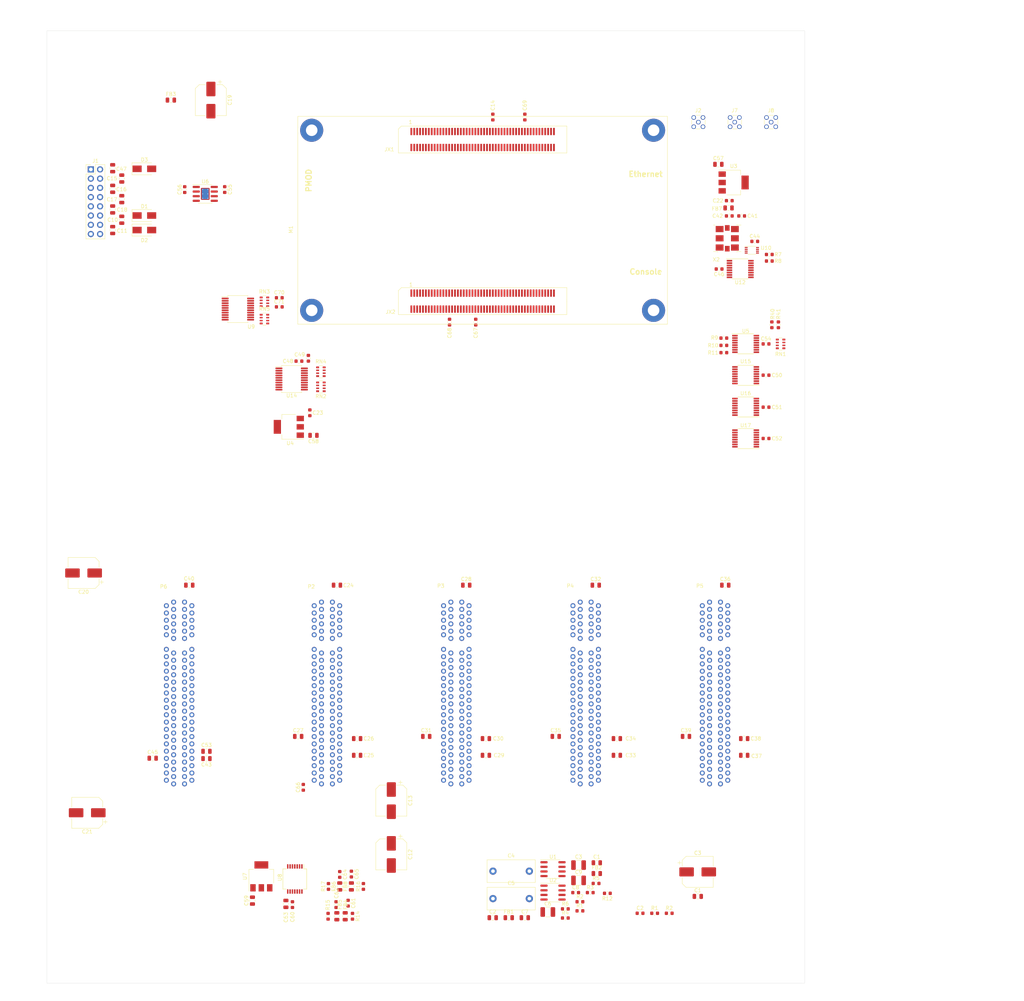
<source format=kicad_pcb>
(kicad_pcb (version 20171130) (host pcbnew "(5.1.5)-3")
  (layers (0 F.Cu signal) (1 In1.Cu power hide) (2 In2.Cu mixed hide) (31 B.Cu signal) (35 F.Paste user hide) (36 B.SilkS user hide) (37 F.SilkS user) (38 B.Mask user hide) (39 F.Mask user hide) (44 Edge.Cuts user))
  (net 0 "")
  (net 1 MCLK_ENA)
  (net 2 OVDD)
  (net 3 /input_slots/SCKB_JACK)
  (net 4 /input_slots/SCKA_JACK)
  (net 5 Earth)
  (net 6 GNDA)
  (net 7 VREF+)
  (net 8 +10V)
  (net 9 /input_slots/card_slot0/SDOA1+)
  (net 10 -6V)
  (net 11 +5VANA)
  (net 12 +5VDIG)
  (net 13 /input_slots/card_slot0/MCLK+)
  (net 14 /input_slots/card_slot0/SCKB+)
  (net 15 /input_slots/card_slot0/SDOA2+)
  (net 16 VREF-)
  (net 17 "Net-(P2-PadA27)")
  (net 18 "Net-(P2-PadA25)")
  (net 19 /input_slots/card_slot0/MCLK-)
  (net 20 /input_slots/card_slot0/SCKB-)
  (net 21 /input_slots/card_slot0/SDOA2-)
  (net 22 /input_slots/card_slot0/SDOA1-)
  (net 23 PROBE_CONFIG)
  (net 24 SCL)
  (net 25 /input_slots/card_slot0/SYNC)
  (net 26 /input_slots/card_slot0/SDOB1-)
  (net 27 /input_slots/card_slot0/SDOA3-)
  (net 28 SDA)
  (net 29 "Net-(P2-PadB7)")
  (net 30 /input_slots/card_slot0/SCKA-)
  (net 31 "Net-(P2-PadB25)")
  (net 32 "Net-(P2-PadB27)")
  (net 33 /input_slots/card_slot0/SCKA+)
  (net 34 /input_slots/card_slot0/SDOA3+)
  (net 35 "Net-(P2-PadB8)")
  (net 36 /input_slots/card_slot0/SDOB1+)
  (net 37 /input_slots/card_slot1/SDOB1+)
  (net 38 "Net-(P3-PadB8)")
  (net 39 /input_slots/card_slot1/SDOA3+)
  (net 40 /input_slots/card_slot1/SCKA+)
  (net 41 "Net-(P3-PadB27)")
  (net 42 "Net-(P3-PadB25)")
  (net 43 /input_slots/card_slot1/SCKA-)
  (net 44 "Net-(P3-PadB7)")
  (net 45 /input_slots/card_slot1/SDOA3-)
  (net 46 /input_slots/card_slot1/SDOB1-)
  (net 47 /input_slots/card_slot1/SYNC)
  (net 48 /input_slots/card_slot1/SDOA1-)
  (net 49 /input_slots/card_slot1/SDOA2-)
  (net 50 /input_slots/card_slot1/SCKB-)
  (net 51 /input_slots/card_slot1/MCLK-)
  (net 52 "Net-(P3-PadA25)")
  (net 53 "Net-(P3-PadA27)")
  (net 54 /input_slots/card_slot1/SDOA2+)
  (net 55 /input_slots/card_slot1/SCKB+)
  (net 56 /input_slots/card_slot1/MCLK+)
  (net 57 /input_slots/card_slot1/SDOA1+)
  (net 58 /input_slots/card_slot2/SDOA1+)
  (net 59 /input_slots/card_slot2/MCLK+)
  (net 60 /input_slots/card_slot2/SCKB+)
  (net 61 /input_slots/card_slot2/SDOA2+)
  (net 62 "Net-(P4-PadA27)")
  (net 63 "Net-(P4-PadA25)")
  (net 64 /input_slots/card_slot2/MCLK-)
  (net 65 /input_slots/card_slot2/SCKB-)
  (net 66 /input_slots/card_slot2/SDOA2-)
  (net 67 /input_slots/card_slot2/SDOA1-)
  (net 68 /input_slots/card_slot2/SYNC)
  (net 69 /input_slots/card_slot2/SDOB1-)
  (net 70 /input_slots/card_slot2/SDOA3-)
  (net 71 "Net-(P4-PadB7)")
  (net 72 /input_slots/card_slot2/SCKA-)
  (net 73 "Net-(P4-PadB25)")
  (net 74 "Net-(P4-PadB27)")
  (net 75 /input_slots/card_slot2/SCKA+)
  (net 76 /input_slots/card_slot2/SDOA3+)
  (net 77 "Net-(P4-PadB8)")
  (net 78 /input_slots/card_slot2/SDOB1+)
  (net 79 /input_slots/card_slot3/SDOB1+)
  (net 80 "Net-(P5-PadB8)")
  (net 81 /input_slots/card_slot3/SDOA3+)
  (net 82 /input_slots/card_slot3/SCKA+)
  (net 83 "Net-(P5-PadB27)")
  (net 84 "Net-(P5-PadB25)")
  (net 85 /input_slots/card_slot3/SCKA-)
  (net 86 "Net-(P5-PadB7)")
  (net 87 /input_slots/card_slot3/SDOA3-)
  (net 88 /input_slots/card_slot3/SDOB1-)
  (net 89 /input_slots/card_slot3/SYNC)
  (net 90 /input_slots/card_slot3/SDOA1-)
  (net 91 /input_slots/card_slot3/SDOA2-)
  (net 92 /input_slots/card_slot3/SCKB-)
  (net 93 /input_slots/card_slot3/MCLK-)
  (net 94 "Net-(P5-PadA25)")
  (net 95 "Net-(P5-PadA27)")
  (net 96 /input_slots/card_slot3/SDOA2+)
  (net 97 /input_slots/card_slot3/SCKB+)
  (net 98 /input_slots/card_slot3/MCLK+)
  (net 99 /input_slots/card_slot3/SDOA1+)
  (net 100 "Net-(R40-Pad1)")
  (net 101 "Net-(R41-Pad1)")
  (net 102 "Net-(RN4-Pad1)")
  (net 103 "Net-(RN4-Pad3)")
  (net 104 "Net-(RN4-Pad2)")
  (net 105 "Net-(RN4-Pad4)")
  (net 106 "Net-(U12-Pad2)")
  (net 107 "Net-(U12-Pad3)")
  (net 108 "Net-(U12-Pad13)")
  (net 109 "Net-(U12-Pad14)")
  (net 110 "Net-(U12-Pad15)")
  (net 111 "Net-(U12-Pad16)")
  (net 112 MCLK)
  (net 113 GND)
  (net 114 "Net-(C1-Pad2)")
  (net 115 "Net-(C2-Pad1)")
  (net 116 "Net-(C3-Pad1)")
  (net 117 "Net-(C4-Pad1)")
  (net 118 DOUTL5)
  (net 119 DFB1+)
  (net 120 DOUT7+)
  (net 121 DOUT5+)
  (net 122 DOUT4+)
  (net 123 DOUT2+)
  (net 124 DFB3+)
  (net 125 DOUT7-)
  (net 126 DOUT5-)
  (net 127 DOUT4-)
  (net 128 DOUT2-)
  (net 129 DFB3-)
  (net 130 DFB1-)
  (net 131 DOUTL3)
  (net 132 DOUTL1)
  (net 133 DOUTL2)
  (net 134 DFB2-)
  (net 135 DFB4-)
  (net 136 DOUT8-)
  (net 137 DOUT1-)
  (net 138 DOUT3-)
  (net 139 DOUT6-)
  (net 140 DOUT1+)
  (net 141 DOUT6+)
  (net 142 DFB4+)
  (net 143 DOUT3+)
  (net 144 DOUTL6)
  (net 145 DOUT8+)
  (net 146 DFB2+)
  (net 147 "Net-(U10-Pad3)")
  (net 148 "Net-(C2-Pad2)")
  (net 149 "Net-(C5-Pad1)")
  (net 150 "Net-(C6-Pad1)")
  (net 151 "Net-(C7-Pad2)")
  (net 152 "Net-(C8-Pad2)")
  (net 153 "Net-(C8-Pad1)")
  (net 154 +5_Zedboard)
  (net 155 +5_CLOCK_IN)
  (net 156 +5_DRIVERS_IN)
  (net 157 +3V3_CLOCK)
  (net 158 +5_Zedboard_IN)
  (net 159 /clock/MCLK_JACK)
  (net 160 /input_slots/card_slot0/CARDSEL)
  (net 161 /input_slots/card_slot1/CARDSEL)
  (net 162 /input_slots/card_slot2/CARDSEL)
  (net 163 /input_slots/card_slot3/CARDSEL)
  (net 164 "Net-(R3-Pad2)")
  (net 165 "Net-(RN1-Pad8)")
  (net 166 "Net-(RN1-Pad2)")
  (net 167 "Net-(RN1-Pad1)")
  (net 168 "Net-(U1-Pad5)")
  (net 169 "Net-(U5-Pad2)")
  (net 170 "Net-(U5-Pad1)")
  (net 171 OUT_SYSCLK-)
  (net 172 OUT_SYSCLK+)
  (net 173 FPGA_SYSCLK+)
  (net 174 FPGA_SYSCLK-)
  (net 175 "Net-(X2-Pad5)")
  (net 176 "Net-(M1-PadA007)")
  (net 177 DOUTL4)
  (net 178 "Net-(M1-PadA005)")
  (net 179 "Net-(P6-PadB29)")
  (net 180 "Net-(P6-PadB28)")
  (net 181 "Net-(M1-PadB008)")
  (net 182 "Net-(M1-PadB007)")
  (net 183 "Net-(M1-PadB006)")
  (net 184 "Net-(M1-PadB005)")
  (net 185 "Net-(M1-PadB004)")
  (net 186 +5V_BIST)
  (net 187 BIST++)
  (net 188 BIST-+)
  (net 189 BIST+-)
  (net 190 BIST--)
  (net 191 "Net-(FB4-Pad1)")
  (net 192 "Net-(FB5-Pad1)")
  (net 193 "Net-(FB6-Pad1)")
  (net 194 "Net-(FB8-Pad1)")
  (net 195 BIST_SCLK)
  (net 196 BIST_SYNC)
  (net 197 BIST_MOSI)
  (net 198 "Net-(RN2-Pad4)")
  (net 199 "Net-(RN2-Pad2)")
  (net 200 "Net-(RN2-Pad3)")
  (net 201 "Net-(RN2-Pad1)")
  (net 202 "Net-(U8-Pad8)")
  (net 203 /clock/VDD_CLK)
  (net 204 /microzed/VCCO)
  (net 205 /microzed/VCCIO_EN)
  (net 206 /clock/MCLK_DIST)
  (net 207 /clock/CLK_DIST)
  (net 208 /input_slots/ICLK_SYNC)
  (net 209 /input_slots/card_slot0/SDI)
  (net 210 /input_slots/card_slot1/SDI)
  (net 211 /input_slots/card_slot2/SDI)
  (net 212 /input_slots/card_slot3/SDI)
  (net 213 "Net-(RN3-Pad5)")
  (net 214 "Net-(RN3-Pad6)")
  (net 215 "Net-(RN3-Pad8)")
  (net 216 "Net-(RN3-Pad7)")
  (net 217 "Net-(RN3-Pad4)")
  (net 218 "Net-(RN3-Pad2)")
  (net 219 "Net-(RN3-Pad3)")
  (net 220 "Net-(RN3-Pad1)")
  (net 221 "Net-(RN5-Pad5)")
  (net 222 "Net-(RN5-Pad4)")
  (net 223 "Net-(RN5-Pad2)")
  (net 224 "Net-(RN5-Pad3)")
  (net 225 "Net-(RN5-Pad1)")
  (net 226 /input_slots/MCLK_ENA+)
  (net 227 /input_slots/SCKA+)
  (net 228 /input_slots/MCLK_ENA-)
  (net 229 /input_slots/SCKA-)
  (net 230 /input_slots/SCKB+)
  (net 231 /input_slots/SCKB-)
  (net 232 /input_slots/SCKA_DIST)
  (net 233 /input_slots/SCKB_DIST)
  (net 234 "Net-(M1-PadB017)")
  (net 235 "Net-(M1-PadB018)")
  (net 236 "Net-(M1-PadB019)")
  (net 237 /input_slots/ICLK_SDI)
  (module input:my-SSOP-20_5.3x7.2mm_P0.65mm (layer F.Cu) (at 80.42 104.42)
    (fp_text reference U9 (at 3.65 4.85 180) (layer F.SilkS))
    (fp_text value 74LVC541A)
    (pad 1 smd roundrect (at -3.5 -2.925) (size 1.9 0.45) (layers F.Cu F.Paste F.Mask) (net 113 GND))
    (pad 2 smd roundrect (at -3.5 -2.275) (size 1.9 0.45) (layers F.Cu F.Paste F.Mask) (net 113 GND))
    (pad 3 smd roundrect (at -3.5 -1.625) (size 1.9 0.45) (layers F.Cu F.Paste F.Mask) (net 113 GND))
    (pad 4 smd roundrect (at -3.5 -0.975) (size 1.9 0.45) (layers F.Cu F.Paste F.Mask) (net 113 GND))
    (pad 5 smd roundrect (at -3.5 -0.325) (size 1.9 0.45) (layers F.Cu F.Paste F.Mask) (net 113 GND))
    (pad 6 smd roundrect (at -3.5 0.325) (size 1.9 0.45) (layers F.Cu F.Paste F.Mask) (net 235 "Net-(M1-PadB018)"))
    (pad 7 smd roundrect (at -3.5 0.975) (size 1.9 0.45) (layers F.Cu F.Paste F.Mask) (net 234 "Net-(M1-PadB017)"))
    (pad 8 smd roundrect (at -3.5 1.625) (size 1.9 0.45) (layers F.Cu F.Paste F.Mask) (net 236 "Net-(M1-PadB019)"))
    (pad 9 smd roundrect (at -3.5 2.275) (size 1.9 0.45) (layers F.Cu F.Paste F.Mask) (net 113 GND))
    (pad 10 smd roundrect (at -3.5 2.925) (size 1.9 0.45) (layers F.Cu F.Paste F.Mask) (net 113 GND))
    (pad 11 smd roundrect (at 3.5 2.925) (size 1.9 0.45) (layers F.Cu F.Paste F.Mask) (net 222 "Net-(RN5-Pad4)"))
    (pad 12 smd roundrect (at 3.5 2.275) (size 1.9 0.45) (layers F.Cu F.Paste F.Mask) (net 224 "Net-(RN5-Pad3)"))
    (pad 13 smd roundrect (at 3.5 1.625) (size 1.9 0.45) (layers F.Cu F.Paste F.Mask) (net 223 "Net-(RN5-Pad2)"))
    (pad 14 smd roundrect (at 3.5 0.975) (size 1.9 0.45) (layers F.Cu F.Paste F.Mask) (net 225 "Net-(RN5-Pad1)"))
    (pad 15 smd roundrect (at 3.5 0.325) (size 1.9 0.45) (layers F.Cu F.Paste F.Mask) (net 217 "Net-(RN3-Pad4)"))
    (pad 16 smd roundrect (at 3.5 -0.325) (size 1.9 0.45) (layers F.Cu F.Paste F.Mask) (net 219 "Net-(RN3-Pad3)"))
    (pad 17 smd roundrect (at 3.5 -0.975) (size 1.9 0.45) (layers F.Cu F.Paste F.Mask) (net 218 "Net-(RN3-Pad2)"))
    (pad 18 smd roundrect (at 3.5 -1.625) (size 1.9 0.45) (layers F.Cu F.Paste F.Mask) (net 220 "Net-(RN3-Pad1)"))
    (pad 19 smd roundrect (at 3.5 -2.275) (size 1.9 0.45) (layers F.Cu F.Paste F.Mask) (net 113 GND))
    (pad 20 smd roundrect (at 3.5 -2.925) (size 1.9 0.45) (layers F.Cu F.Paste F.Mask) (net 2 OVDD))
  )
  (module Resistor_SMD:R_Array_Convex_4x0603 (layer F.Cu) (at 87.72 107.17)
    (fp_text reference RN5 (at 0 -2.8) (layer F.SilkS))
    (fp_text value 33)
    (pad 5 smd rect (at 0.9 1.2) (size 0.8 0.5) (layers F.Cu F.Paste F.Mask) (net 221 "Net-(RN5-Pad5)"))
    (pad 6 smd rect (at 0.9 0.4) (size 0.8 0.4) (layers F.Cu F.Paste F.Mask) (net 195 BIST_SCLK))
    (pad 8 smd rect (at 0.9 -1.2) (size 0.8 0.5) (layers F.Cu F.Paste F.Mask) (net 196 BIST_SYNC))
    (pad 7 smd rect (at 0.9 -0.4) (size 0.8 0.4) (layers F.Cu F.Paste F.Mask) (net 197 BIST_MOSI))
    (pad 4 smd rect (at -0.9 1.2) (size 0.8 0.5) (layers F.Cu F.Paste F.Mask) (net 222 "Net-(RN5-Pad4)"))
    (pad 2 smd rect (at -0.9 -0.4) (size 0.8 0.4) (layers F.Cu F.Paste F.Mask) (net 223 "Net-(RN5-Pad2)"))
    (pad 3 smd rect (at -0.9 0.4) (size 0.8 0.4) (layers F.Cu F.Paste F.Mask) (net 224 "Net-(RN5-Pad3)"))
    (pad 1 smd rect (at -0.9 -1.2) (size 0.8 0.5) (layers F.Cu F.Paste F.Mask) (net 225 "Net-(RN5-Pad1)"))
  )
  (module Resistor_SMD:R_Array_Convex_4x0603 (layer F.Cu) (at 87.72 102.42)
    (fp_text reference RN3 (at 0 -2.8) (layer F.SilkS))
    (fp_text value 33)
    (pad 5 smd rect (at 0.9 1.2) (size 0.8 0.5) (layers F.Cu F.Paste F.Mask) (net 213 "Net-(RN3-Pad5)"))
    (pad 6 smd rect (at 0.9 0.4) (size 0.8 0.4) (layers F.Cu F.Paste F.Mask) (net 214 "Net-(RN3-Pad6)"))
    (pad 8 smd rect (at 0.9 -1.2) (size 0.8 0.5) (layers F.Cu F.Paste F.Mask) (net 215 "Net-(RN3-Pad8)"))
    (pad 7 smd rect (at 0.9 -0.4) (size 0.8 0.4) (layers F.Cu F.Paste F.Mask) (net 216 "Net-(RN3-Pad7)"))
    (pad 4 smd rect (at -0.9 1.2) (size 0.8 0.5) (layers F.Cu F.Paste F.Mask) (net 217 "Net-(RN3-Pad4)"))
    (pad 2 smd rect (at -0.9 -0.4) (size 0.8 0.4) (layers F.Cu F.Paste F.Mask) (net 218 "Net-(RN3-Pad2)"))
    (pad 3 smd rect (at -0.9 0.4) (size 0.8 0.4) (layers F.Cu F.Paste F.Mask) (net 219 "Net-(RN3-Pad3)"))
    (pad 1 smd rect (at -0.9 -1.2) (size 0.8 0.5) (layers F.Cu F.Paste F.Mask) (net 220 "Net-(RN3-Pad1)"))
  )
  (module Capacitor_SMD:C_0603_1608Metric (layer F.Cu) (at 91.8 103.81)
    (fp_text reference C71 (at 0 -1.43) (layer F.SilkS))
    (fp_text value 100nF)
    (pad 2 smd roundrect (at 0.7875 0) (size 0.875 0.95) (layers F.Cu F.Paste F.Mask) (net 113 GND))
    (pad 1 smd roundrect (at -0.7875 0) (size 0.875 0.95) (layers F.Cu F.Paste F.Mask) (net 2 OVDD))
  )
  (module Capacitor_SMD:C_0603_1608Metric (layer F.Cu) (at 91.8 101.3)
    (fp_text reference C70 (at 0 -1.43) (layer F.SilkS))
    (fp_text value 100nF)
    (pad 2 smd roundrect (at 0.7875 0) (size 0.875 0.95) (layers F.Cu F.Paste F.Mask) (net 113 GND))
    (pad 1 smd roundrect (at -0.7875 0) (size 0.875 0.95) (layers F.Cu F.Paste F.Mask) (net 2 OVDD))
  )
  (module input:PCIE_8x_female (layer F.Cu) (at 104.902 185 270)
    (fp_text reference P2 (at -4.26 4.302 180) (layer F.SilkS))
    (fp_text value my_pcie_8x)
    (pad A48 thru_hole circle (at 49 -3.5 270) (size 1.362 1.362) (drill 0.762) (layers *.Cu *.Mask) (net 5 Earth))
    (pad A46 thru_hole circle (at 47 -3.5 270) (size 1.362 1.362) (drill 0.762) (layers *.Cu *.Mask) (net 190 BIST--))
    (pad A8 thru_hole circle (at 7 -3.5 270) (size 1.362 1.362) (drill 0.762) (layers *.Cu *.Mask) (net 209 /input_slots/card_slot0/SDI))
    (pad A32 thru_hole circle (at 33 -3.5 270) (size 1.362 1.362) (drill 0.762) (layers *.Cu *.Mask) (net 113 GND))
    (pad A44 thru_hole circle (at 45 -3.5 270) (size 1.362 1.362) (drill 0.762) (layers *.Cu *.Mask) (net 113 GND))
    (pad A42 thru_hole circle (at 43 -3.5 270) (size 1.362 1.362) (drill 0.762) (layers *.Cu *.Mask) (net 7 VREF+))
    (pad A38 thru_hole circle (at 39 -3.5 270) (size 1.362 1.362) (drill 0.762) (layers *.Cu *.Mask) (net 8 +10V))
    (pad A10 thru_hole circle (at 9 -3.5 270) (size 1.362 1.362) (drill 0.762) (layers *.Cu *.Mask) (net 9 /input_slots/card_slot0/SDOA1+))
    (pad A24 thru_hole circle (at 25 -3.5 270) (size 1.362 1.362) (drill 0.762) (layers *.Cu *.Mask) (net 113 GND))
    (pad A40 thru_hole circle (at 41 -3.5 270) (size 1.362 1.362) (drill 0.762) (layers *.Cu *.Mask) (net 10 -6V))
    (pad A36 thru_hole circle (at 37 -3.5 270) (size 1.362 1.362) (drill 0.762) (layers *.Cu *.Mask) (net 11 +5VANA))
    (pad A34 thru_hole circle (at 35 -3.5 270) (size 1.362 1.362) (drill 0.762) (layers *.Cu *.Mask) (net 113 GND))
    (pad A30 thru_hole circle (at 31 -3.5 270) (size 1.362 1.362) (drill 0.762) (layers *.Cu *.Mask) (net 113 GND))
    (pad A6 thru_hole circle (at 5 -3.5 270) (size 1.362 1.362) (drill 0.762) (layers *.Cu *.Mask) (net 113 GND))
    (pad A4 thru_hole circle (at 3 -3.5 270) (size 1.362 1.362) (drill 0.762) (layers *.Cu *.Mask) (net 113 GND))
    (pad A2 thru_hole circle (at 1 -3.5 270) (size 1.362 1.362) (drill 0.762) (layers *.Cu *.Mask) (net 12 +5VDIG))
    (pad A28 thru_hole circle (at 29 -3.5 270) (size 1.362 1.362) (drill 0.762) (layers *.Cu *.Mask) (net 113 GND))
    (pad A26 thru_hole circle (at 27 -3.5 270) (size 1.362 1.362) (drill 0.762) (layers *.Cu *.Mask) (net 113 GND))
    (pad A22 thru_hole circle (at 23 -3.5 270) (size 1.362 1.362) (drill 0.762) (layers *.Cu *.Mask) (net 13 /input_slots/card_slot0/MCLK+))
    (pad A20 thru_hole circle (at 21 -3.5 270) (size 1.362 1.362) (drill 0.762) (layers *.Cu *.Mask) (net 113 GND))
    (pad A18 thru_hole circle (at 19 -3.5 270) (size 1.362 1.362) (drill 0.762) (layers *.Cu *.Mask) (net 14 /input_slots/card_slot0/SCKB+))
    (pad A14 thru_hole circle (at 15 -3.5 270) (size 1.362 1.362) (drill 0.762) (layers *.Cu *.Mask) (net 15 /input_slots/card_slot0/SDOA2+))
    (pad A16 thru_hole circle (at 17 -3.5 270) (size 1.362 1.362) (drill 0.762) (layers *.Cu *.Mask) (net 113 GND))
    (pad A47 thru_hole circle (at 48 -1.5 270) (size 1.362 1.362) (drill 0.762) (layers *.Cu *.Mask) (net 113 GND))
    (pad A45 thru_hole circle (at 46 -1.5 270) (size 1.362 1.362) (drill 0.762) (layers *.Cu *.Mask) (net 188 BIST-+))
    (pad A43 thru_hole circle (at 44 -1.5 270) (size 1.362 1.362) (drill 0.762) (layers *.Cu *.Mask) (net 16 VREF-))
    (pad A41 thru_hole circle (at 42 -1.5 270) (size 1.362 1.362) (drill 0.762) (layers *.Cu *.Mask) (net 113 GND))
    (pad A39 thru_hole circle (at 40 -1.5 270) (size 1.362 1.362) (drill 0.762) (layers *.Cu *.Mask) (net 10 -6V))
    (pad A37 thru_hole circle (at 38 -1.5 270) (size 1.362 1.362) (drill 0.762) (layers *.Cu *.Mask) (net 8 +10V))
    (pad A35 thru_hole circle (at 36 -1.5 270) (size 1.362 1.362) (drill 0.762) (layers *.Cu *.Mask) (net 113 GND))
    (pad A33 thru_hole circle (at 34 -1.5 270) (size 1.362 1.362) (drill 0.762) (layers *.Cu *.Mask) (net 113 GND))
    (pad A31 thru_hole circle (at 32 -1.5 270) (size 1.362 1.362) (drill 0.762) (layers *.Cu *.Mask) (net 113 GND))
    (pad A29 thru_hole circle (at 30 -1.5 270) (size 1.362 1.362) (drill 0.762) (layers *.Cu *.Mask) (net 113 GND))
    (pad A27 thru_hole circle (at 28 -1.5 270) (size 1.362 1.362) (drill 0.762) (layers *.Cu *.Mask) (net 17 "Net-(P2-PadA27)"))
    (pad A25 thru_hole circle (at 26 -1.5 270) (size 1.362 1.362) (drill 0.762) (layers *.Cu *.Mask) (net 18 "Net-(P2-PadA25)"))
    (pad A23 thru_hole circle (at 24 -1.5 270) (size 1.362 1.362) (drill 0.762) (layers *.Cu *.Mask) (net 19 /input_slots/card_slot0/MCLK-))
    (pad A21 thru_hole circle (at 22 -1.5 270) (size 1.362 1.362) (drill 0.762) (layers *.Cu *.Mask) (net 113 GND))
    (pad A19 thru_hole circle (at 20 -1.5 270) (size 1.362 1.362) (drill 0.762) (layers *.Cu *.Mask) (net 20 /input_slots/card_slot0/SCKB-))
    (pad A17 thru_hole circle (at 18 -1.5 270) (size 1.362 1.362) (drill 0.762) (layers *.Cu *.Mask) (net 113 GND))
    (pad A15 thru_hole circle (at 16 -1.5 270) (size 1.362 1.362) (drill 0.762) (layers *.Cu *.Mask) (net 21 /input_slots/card_slot0/SDOA2-))
    (pad A13 thru_hole circle (at 14 -1.5 270) (size 1.362 1.362) (drill 0.762) (layers *.Cu *.Mask) (net 113 GND))
    (pad A11 thru_hole circle (at 10 -1.5 270) (size 1.362 1.362) (drill 0.762) (layers *.Cu *.Mask) (net 22 /input_slots/card_slot0/SDOA1-))
    (pad A9 thru_hole circle (at 8 -1.5 270) (size 1.362 1.362) (drill 0.762) (layers *.Cu *.Mask) (net 113 GND))
    (pad A7 thru_hole circle (at 6 -1.5 270) (size 1.362 1.362) (drill 0.762) (layers *.Cu *.Mask) (net 23 PROBE_CONFIG))
    (pad A5 thru_hole circle (at 4 -1.5 270) (size 1.362 1.362) (drill 0.762) (layers *.Cu *.Mask) (net 24 SCL))
    (pad A3 thru_hole circle (at 2 -1.5 270) (size 1.362 1.362) (drill 0.762) (layers *.Cu *.Mask) (net 160 /input_slots/card_slot0/CARDSEL))
    (pad A1 thru_hole circle (at 0 -1.5 270) (size 1.362 1.362) (drill 0.762) (layers *.Cu *.Mask) (net 12 +5VDIG))
    (pad B3 thru_hole circle (at 2 1.5 270) (size 1.362 1.362) (drill 0.762) (layers *.Cu *.Mask) (net 25 /input_slots/card_slot0/SYNC))
    (pad B41 thru_hole circle (at 42 1.5 270) (size 1.362 1.362) (drill 0.762) (layers *.Cu *.Mask) (net 113 GND))
    (pad B11 thru_hole circle (at 10 1.5 270) (size 1.362 1.362) (drill 0.762) (layers *.Cu *.Mask) (net 113 GND))
    (pad B35 thru_hole circle (at 36 1.5 270) (size 1.362 1.362) (drill 0.762) (layers *.Cu *.Mask) (net 113 GND))
    (pad B9 thru_hole circle (at 8 1.5 270) (size 1.362 1.362) (drill 0.762) (layers *.Cu *.Mask) (net 113 GND))
    (pad B15 thru_hole circle (at 16 1.5 270) (size 1.362 1.362) (drill 0.762) (layers *.Cu *.Mask) (net 113 GND))
    (pad B13 thru_hole circle (at 14 1.5 270) (size 1.362 1.362) (drill 0.762) (layers *.Cu *.Mask) (net 26 /input_slots/card_slot0/SDOB1-))
    (pad B17 thru_hole circle (at 18 1.5 270) (size 1.362 1.362) (drill 0.762) (layers *.Cu *.Mask) (net 27 /input_slots/card_slot0/SDOA3-))
    (pad B5 thru_hole circle (at 4 1.5 270) (size 1.362 1.362) (drill 0.762) (layers *.Cu *.Mask) (net 28 SDA))
    (pad B7 thru_hole circle (at 6 1.5 270) (size 1.362 1.362) (drill 0.762) (layers *.Cu *.Mask) (net 29 "Net-(P2-PadB7)"))
    (pad B37 thru_hole circle (at 38 1.5 270) (size 1.362 1.362) (drill 0.762) (layers *.Cu *.Mask) (net 8 +10V))
    (pad B39 thru_hole circle (at 40 1.5 270) (size 1.362 1.362) (drill 0.762) (layers *.Cu *.Mask) (net 10 -6V))
    (pad B43 thru_hole circle (at 44 1.5 270) (size 1.362 1.362) (drill 0.762) (layers *.Cu *.Mask) (net 113 GND))
    (pad B45 thru_hole circle (at 46 1.5 270) (size 1.362 1.362) (drill 0.762) (layers *.Cu *.Mask) (net 187 BIST++))
    (pad B47 thru_hole circle (at 48 1.5 270) (size 1.362 1.362) (drill 0.762) (layers *.Cu *.Mask) (net 113 GND))
    (pad B23 thru_hole circle (at 24 1.5 270) (size 1.362 1.362) (drill 0.762) (layers *.Cu *.Mask) (net 113 GND))
    (pad B19 thru_hole circle (at 20 1.5 270) (size 1.362 1.362) (drill 0.762) (layers *.Cu *.Mask) (net 113 GND))
    (pad B21 thru_hole circle (at 22 1.5 270) (size 1.362 1.362) (drill 0.762) (layers *.Cu *.Mask) (net 30 /input_slots/card_slot0/SCKA-))
    (pad B25 thru_hole circle (at 26 1.5 270) (size 1.362 1.362) (drill 0.762) (layers *.Cu *.Mask) (net 31 "Net-(P2-PadB25)"))
    (pad B27 thru_hole circle (at 28 1.5 270) (size 1.362 1.362) (drill 0.762) (layers *.Cu *.Mask) (net 32 "Net-(P2-PadB27)"))
    (pad B29 thru_hole circle (at 30 1.5 270) (size 1.362 1.362) (drill 0.762) (layers *.Cu *.Mask) (net 113 GND))
    (pad B1 thru_hole circle (at 0 1.5 270) (size 1.362 1.362) (drill 0.762) (layers *.Cu *.Mask) (net 113 GND))
    (pad B31 thru_hole circle (at 32 1.5 270) (size 1.362 1.362) (drill 0.762) (layers *.Cu *.Mask) (net 113 GND))
    (pad B33 thru_hole circle (at 34 1.5 270) (size 1.362 1.362) (drill 0.762) (layers *.Cu *.Mask) (net 113 GND))
    (pad B20 thru_hole circle (at 21 3.5 270) (size 1.362 1.362) (drill 0.762) (layers *.Cu *.Mask) (net 33 /input_slots/card_slot0/SCKA+))
    (pad B22 thru_hole circle (at 23 3.5 270) (size 1.362 1.362) (drill 0.762) (layers *.Cu *.Mask) (net 113 GND))
    (pad B32 thru_hole circle (at 33 3.5 270) (size 1.362 1.362) (drill 0.762) (layers *.Cu *.Mask) (net 113 GND))
    (pad B16 thru_hole circle (at 17 3.5 270) (size 1.362 1.362) (drill 0.762) (layers *.Cu *.Mask) (net 34 /input_slots/card_slot0/SDOA3+))
    (pad B34 thru_hole circle (at 35 3.5 270) (size 1.362 1.362) (drill 0.762) (layers *.Cu *.Mask) (net 113 GND))
    (pad B18 thru_hole circle (at 19 3.5 270) (size 1.362 1.362) (drill 0.762) (layers *.Cu *.Mask) (net 113 GND))
    (pad B30 thru_hole circle (at 31 3.5 270) (size 1.362 1.362) (drill 0.762) (layers *.Cu *.Mask) (net 113 GND))
    (pad B14 thru_hole circle (at 15 3.5 270) (size 1.362 1.362) (drill 0.762) (layers *.Cu *.Mask) (net 113 GND))
    (pad B26 thru_hole circle (at 27 3.5 270) (size 1.362 1.362) (drill 0.762) (layers *.Cu *.Mask) (net 113 GND))
    (pad B38 thru_hole circle (at 39 3.5 270) (size 1.362 1.362) (drill 0.762) (layers *.Cu *.Mask) (net 8 +10V))
    (pad B40 thru_hole circle (at 41 3.5 270) (size 1.362 1.362) (drill 0.762) (layers *.Cu *.Mask) (net 10 -6V))
    (pad B24 thru_hole circle (at 25 3.5 270) (size 1.362 1.362) (drill 0.762) (layers *.Cu *.Mask) (net 113 GND))
    (pad B42 thru_hole circle (at 43 3.5 270) (size 1.362 1.362) (drill 0.762) (layers *.Cu *.Mask) (net 113 GND))
    (pad B46 thru_hole circle (at 47 3.5 270) (size 1.362 1.362) (drill 0.762) (layers *.Cu *.Mask) (net 189 BIST+-))
    (pad B48 thru_hole circle (at 49 3.5 270) (size 1.362 1.362) (drill 0.762) (layers *.Cu *.Mask) (net 5 Earth))
    (pad B44 thru_hole circle (at 45 3.5 270) (size 1.362 1.362) (drill 0.762) (layers *.Cu *.Mask) (net 113 GND))
    (pad B2 thru_hole circle (at 1 3.5 270) (size 1.362 1.362) (drill 0.762) (layers *.Cu *.Mask) (net 113 GND))
    (pad B8 thru_hole circle (at 7 3.5 270) (size 1.362 1.362) (drill 0.762) (layers *.Cu *.Mask) (net 35 "Net-(P2-PadB8)"))
    (pad B28 thru_hole circle (at 29 3.5 270) (size 1.362 1.362) (drill 0.762) (layers *.Cu *.Mask) (net 113 GND))
    (pad B10 thru_hole circle (at 9 3.5 270) (size 1.362 1.362) (drill 0.762) (layers *.Cu *.Mask) (net 113 GND))
    (pad B36 thru_hole circle (at 37 3.5 270) (size 1.362 1.362) (drill 0.762) (layers *.Cu *.Mask) (net 11 +5VANA))
    (pad B6 thru_hole circle (at 5 3.5 270) (size 1.362 1.362) (drill 0.762) (layers *.Cu *.Mask) (net 113 GND))
    (pad B4 thru_hole circle (at 3 3.5 270) (size 1.362 1.362) (drill 0.762) (layers *.Cu *.Mask) (net 113 GND))
    (pad A12 thru_hole circle (at 13 -3.5 270) (size 1.362 1.362) (drill 0.762) (layers *.Cu *.Mask) (net 113 GND))
    (pad B12 thru_hole circle (at 13 3.5 270) (size 1.362 1.362) (drill 0.762) (layers *.Cu *.Mask) (net 36 /input_slots/card_slot0/SDOB1+))
    (pad B49 thru_hole circle (at 50 1.5 270) (size 1.362 1.362) (drill 0.762) (layers *.Cu *.Mask) (net 5 Earth))
    (pad A49 thru_hole circle (at 50 -1.5 270) (size 1.362 1.362) (drill 0.762) (layers *.Cu *.Mask) (net 5 Earth))
    (pad "" np_thru_hole circle (at 11.65 0 270) (size 2.35 2.35) (drill 2.35) (layers *.Cu *.Mask))
    (pad "" np_thru_hole circle (at 51.8 0 270) (size 2.35 2.35) (drill 2.35) (layers *.Cu *.Mask))
  )
  (module input:PCIE_8x_female (layer F.Cu) (at 140.462 185 270)
    (fp_text reference P3 (at -4.46 4.262 180) (layer F.SilkS))
    (fp_text value my_pcie_8x)
    (pad A48 thru_hole circle (at 49 -3.5 270) (size 1.362 1.362) (drill 0.762) (layers *.Cu *.Mask) (net 5 Earth))
    (pad A46 thru_hole circle (at 47 -3.5 270) (size 1.362 1.362) (drill 0.762) (layers *.Cu *.Mask) (net 190 BIST--))
    (pad A8 thru_hole circle (at 7 -3.5 270) (size 1.362 1.362) (drill 0.762) (layers *.Cu *.Mask) (net 210 /input_slots/card_slot1/SDI))
    (pad A32 thru_hole circle (at 33 -3.5 270) (size 1.362 1.362) (drill 0.762) (layers *.Cu *.Mask) (net 113 GND))
    (pad A44 thru_hole circle (at 45 -3.5 270) (size 1.362 1.362) (drill 0.762) (layers *.Cu *.Mask) (net 113 GND))
    (pad A42 thru_hole circle (at 43 -3.5 270) (size 1.362 1.362) (drill 0.762) (layers *.Cu *.Mask) (net 7 VREF+))
    (pad A38 thru_hole circle (at 39 -3.5 270) (size 1.362 1.362) (drill 0.762) (layers *.Cu *.Mask) (net 8 +10V))
    (pad A10 thru_hole circle (at 9 -3.5 270) (size 1.362 1.362) (drill 0.762) (layers *.Cu *.Mask) (net 57 /input_slots/card_slot1/SDOA1+))
    (pad A24 thru_hole circle (at 25 -3.5 270) (size 1.362 1.362) (drill 0.762) (layers *.Cu *.Mask) (net 113 GND))
    (pad A40 thru_hole circle (at 41 -3.5 270) (size 1.362 1.362) (drill 0.762) (layers *.Cu *.Mask) (net 10 -6V))
    (pad A36 thru_hole circle (at 37 -3.5 270) (size 1.362 1.362) (drill 0.762) (layers *.Cu *.Mask) (net 11 +5VANA))
    (pad A34 thru_hole circle (at 35 -3.5 270) (size 1.362 1.362) (drill 0.762) (layers *.Cu *.Mask) (net 113 GND))
    (pad A30 thru_hole circle (at 31 -3.5 270) (size 1.362 1.362) (drill 0.762) (layers *.Cu *.Mask) (net 113 GND))
    (pad A6 thru_hole circle (at 5 -3.5 270) (size 1.362 1.362) (drill 0.762) (layers *.Cu *.Mask) (net 113 GND))
    (pad A4 thru_hole circle (at 3 -3.5 270) (size 1.362 1.362) (drill 0.762) (layers *.Cu *.Mask) (net 113 GND))
    (pad A2 thru_hole circle (at 1 -3.5 270) (size 1.362 1.362) (drill 0.762) (layers *.Cu *.Mask) (net 12 +5VDIG))
    (pad A28 thru_hole circle (at 29 -3.5 270) (size 1.362 1.362) (drill 0.762) (layers *.Cu *.Mask) (net 113 GND))
    (pad A26 thru_hole circle (at 27 -3.5 270) (size 1.362 1.362) (drill 0.762) (layers *.Cu *.Mask) (net 113 GND))
    (pad A22 thru_hole circle (at 23 -3.5 270) (size 1.362 1.362) (drill 0.762) (layers *.Cu *.Mask) (net 56 /input_slots/card_slot1/MCLK+))
    (pad A20 thru_hole circle (at 21 -3.5 270) (size 1.362 1.362) (drill 0.762) (layers *.Cu *.Mask) (net 113 GND))
    (pad A18 thru_hole circle (at 19 -3.5 270) (size 1.362 1.362) (drill 0.762) (layers *.Cu *.Mask) (net 55 /input_slots/card_slot1/SCKB+))
    (pad A14 thru_hole circle (at 15 -3.5 270) (size 1.362 1.362) (drill 0.762) (layers *.Cu *.Mask) (net 54 /input_slots/card_slot1/SDOA2+))
    (pad A16 thru_hole circle (at 17 -3.5 270) (size 1.362 1.362) (drill 0.762) (layers *.Cu *.Mask) (net 113 GND))
    (pad A47 thru_hole circle (at 48 -1.5 270) (size 1.362 1.362) (drill 0.762) (layers *.Cu *.Mask) (net 113 GND))
    (pad A45 thru_hole circle (at 46 -1.5 270) (size 1.362 1.362) (drill 0.762) (layers *.Cu *.Mask) (net 188 BIST-+))
    (pad A43 thru_hole circle (at 44 -1.5 270) (size 1.362 1.362) (drill 0.762) (layers *.Cu *.Mask) (net 16 VREF-))
    (pad A41 thru_hole circle (at 42 -1.5 270) (size 1.362 1.362) (drill 0.762) (layers *.Cu *.Mask) (net 113 GND))
    (pad A39 thru_hole circle (at 40 -1.5 270) (size 1.362 1.362) (drill 0.762) (layers *.Cu *.Mask) (net 10 -6V))
    (pad A37 thru_hole circle (at 38 -1.5 270) (size 1.362 1.362) (drill 0.762) (layers *.Cu *.Mask) (net 8 +10V))
    (pad A35 thru_hole circle (at 36 -1.5 270) (size 1.362 1.362) (drill 0.762) (layers *.Cu *.Mask) (net 113 GND))
    (pad A33 thru_hole circle (at 34 -1.5 270) (size 1.362 1.362) (drill 0.762) (layers *.Cu *.Mask) (net 113 GND))
    (pad A31 thru_hole circle (at 32 -1.5 270) (size 1.362 1.362) (drill 0.762) (layers *.Cu *.Mask) (net 113 GND))
    (pad A29 thru_hole circle (at 30 -1.5 270) (size 1.362 1.362) (drill 0.762) (layers *.Cu *.Mask) (net 113 GND))
    (pad A27 thru_hole circle (at 28 -1.5 270) (size 1.362 1.362) (drill 0.762) (layers *.Cu *.Mask) (net 53 "Net-(P3-PadA27)"))
    (pad A25 thru_hole circle (at 26 -1.5 270) (size 1.362 1.362) (drill 0.762) (layers *.Cu *.Mask) (net 52 "Net-(P3-PadA25)"))
    (pad A23 thru_hole circle (at 24 -1.5 270) (size 1.362 1.362) (drill 0.762) (layers *.Cu *.Mask) (net 51 /input_slots/card_slot1/MCLK-))
    (pad A21 thru_hole circle (at 22 -1.5 270) (size 1.362 1.362) (drill 0.762) (layers *.Cu *.Mask) (net 113 GND))
    (pad A19 thru_hole circle (at 20 -1.5 270) (size 1.362 1.362) (drill 0.762) (layers *.Cu *.Mask) (net 50 /input_slots/card_slot1/SCKB-))
    (pad A17 thru_hole circle (at 18 -1.5 270) (size 1.362 1.362) (drill 0.762) (layers *.Cu *.Mask) (net 113 GND))
    (pad A15 thru_hole circle (at 16 -1.5 270) (size 1.362 1.362) (drill 0.762) (layers *.Cu *.Mask) (net 49 /input_slots/card_slot1/SDOA2-))
    (pad A13 thru_hole circle (at 14 -1.5 270) (size 1.362 1.362) (drill 0.762) (layers *.Cu *.Mask) (net 113 GND))
    (pad A11 thru_hole circle (at 10 -1.5 270) (size 1.362 1.362) (drill 0.762) (layers *.Cu *.Mask) (net 48 /input_slots/card_slot1/SDOA1-))
    (pad A9 thru_hole circle (at 8 -1.5 270) (size 1.362 1.362) (drill 0.762) (layers *.Cu *.Mask) (net 113 GND))
    (pad A7 thru_hole circle (at 6 -1.5 270) (size 1.362 1.362) (drill 0.762) (layers *.Cu *.Mask) (net 23 PROBE_CONFIG))
    (pad A5 thru_hole circle (at 4 -1.5 270) (size 1.362 1.362) (drill 0.762) (layers *.Cu *.Mask) (net 24 SCL))
    (pad A3 thru_hole circle (at 2 -1.5 270) (size 1.362 1.362) (drill 0.762) (layers *.Cu *.Mask) (net 161 /input_slots/card_slot1/CARDSEL))
    (pad A1 thru_hole circle (at 0 -1.5 270) (size 1.362 1.362) (drill 0.762) (layers *.Cu *.Mask) (net 12 +5VDIG))
    (pad B3 thru_hole circle (at 2 1.5 270) (size 1.362 1.362) (drill 0.762) (layers *.Cu *.Mask) (net 47 /input_slots/card_slot1/SYNC))
    (pad B41 thru_hole circle (at 42 1.5 270) (size 1.362 1.362) (drill 0.762) (layers *.Cu *.Mask) (net 113 GND))
    (pad B11 thru_hole circle (at 10 1.5 270) (size 1.362 1.362) (drill 0.762) (layers *.Cu *.Mask) (net 113 GND))
    (pad B35 thru_hole circle (at 36 1.5 270) (size 1.362 1.362) (drill 0.762) (layers *.Cu *.Mask) (net 113 GND))
    (pad B9 thru_hole circle (at 8 1.5 270) (size 1.362 1.362) (drill 0.762) (layers *.Cu *.Mask) (net 113 GND))
    (pad B15 thru_hole circle (at 16 1.5 270) (size 1.362 1.362) (drill 0.762) (layers *.Cu *.Mask) (net 113 GND))
    (pad B13 thru_hole circle (at 14 1.5 270) (size 1.362 1.362) (drill 0.762) (layers *.Cu *.Mask) (net 46 /input_slots/card_slot1/SDOB1-))
    (pad B17 thru_hole circle (at 18 1.5 270) (size 1.362 1.362) (drill 0.762) (layers *.Cu *.Mask) (net 45 /input_slots/card_slot1/SDOA3-))
    (pad B5 thru_hole circle (at 4 1.5 270) (size 1.362 1.362) (drill 0.762) (layers *.Cu *.Mask) (net 28 SDA))
    (pad B7 thru_hole circle (at 6 1.5 270) (size 1.362 1.362) (drill 0.762) (layers *.Cu *.Mask) (net 44 "Net-(P3-PadB7)"))
    (pad B37 thru_hole circle (at 38 1.5 270) (size 1.362 1.362) (drill 0.762) (layers *.Cu *.Mask) (net 8 +10V))
    (pad B39 thru_hole circle (at 40 1.5 270) (size 1.362 1.362) (drill 0.762) (layers *.Cu *.Mask) (net 10 -6V))
    (pad B43 thru_hole circle (at 44 1.5 270) (size 1.362 1.362) (drill 0.762) (layers *.Cu *.Mask) (net 113 GND))
    (pad B45 thru_hole circle (at 46 1.5 270) (size 1.362 1.362) (drill 0.762) (layers *.Cu *.Mask) (net 187 BIST++))
    (pad B47 thru_hole circle (at 48 1.5 270) (size 1.362 1.362) (drill 0.762) (layers *.Cu *.Mask) (net 113 GND))
    (pad B23 thru_hole circle (at 24 1.5 270) (size 1.362 1.362) (drill 0.762) (layers *.Cu *.Mask) (net 113 GND))
    (pad B19 thru_hole circle (at 20 1.5 270) (size 1.362 1.362) (drill 0.762) (layers *.Cu *.Mask) (net 113 GND))
    (pad B21 thru_hole circle (at 22 1.5 270) (size 1.362 1.362) (drill 0.762) (layers *.Cu *.Mask) (net 43 /input_slots/card_slot1/SCKA-))
    (pad B25 thru_hole circle (at 26 1.5 270) (size 1.362 1.362) (drill 0.762) (layers *.Cu *.Mask) (net 42 "Net-(P3-PadB25)"))
    (pad B27 thru_hole circle (at 28 1.5 270) (size 1.362 1.362) (drill 0.762) (layers *.Cu *.Mask) (net 41 "Net-(P3-PadB27)"))
    (pad B29 thru_hole circle (at 30 1.5 270) (size 1.362 1.362) (drill 0.762) (layers *.Cu *.Mask) (net 113 GND))
    (pad B1 thru_hole circle (at 0 1.5 270) (size 1.362 1.362) (drill 0.762) (layers *.Cu *.Mask) (net 113 GND))
    (pad B31 thru_hole circle (at 32 1.5 270) (size 1.362 1.362) (drill 0.762) (layers *.Cu *.Mask) (net 113 GND))
    (pad B33 thru_hole circle (at 34 1.5 270) (size 1.362 1.362) (drill 0.762) (layers *.Cu *.Mask) (net 113 GND))
    (pad B20 thru_hole circle (at 21 3.5 270) (size 1.362 1.362) (drill 0.762) (layers *.Cu *.Mask) (net 40 /input_slots/card_slot1/SCKA+))
    (pad B22 thru_hole circle (at 23 3.5 270) (size 1.362 1.362) (drill 0.762) (layers *.Cu *.Mask) (net 113 GND))
    (pad B32 thru_hole circle (at 33 3.5 270) (size 1.362 1.362) (drill 0.762) (layers *.Cu *.Mask) (net 113 GND))
    (pad B16 thru_hole circle (at 17 3.5 270) (size 1.362 1.362) (drill 0.762) (layers *.Cu *.Mask) (net 39 /input_slots/card_slot1/SDOA3+))
    (pad B34 thru_hole circle (at 35 3.5 270) (size 1.362 1.362) (drill 0.762) (layers *.Cu *.Mask) (net 113 GND))
    (pad B18 thru_hole circle (at 19 3.5 270) (size 1.362 1.362) (drill 0.762) (layers *.Cu *.Mask) (net 113 GND))
    (pad B30 thru_hole circle (at 31 3.5 270) (size 1.362 1.362) (drill 0.762) (layers *.Cu *.Mask) (net 113 GND))
    (pad B14 thru_hole circle (at 15 3.5 270) (size 1.362 1.362) (drill 0.762) (layers *.Cu *.Mask) (net 113 GND))
    (pad B26 thru_hole circle (at 27 3.5 270) (size 1.362 1.362) (drill 0.762) (layers *.Cu *.Mask) (net 113 GND))
    (pad B38 thru_hole circle (at 39 3.5 270) (size 1.362 1.362) (drill 0.762) (layers *.Cu *.Mask) (net 8 +10V))
    (pad B40 thru_hole circle (at 41 3.5 270) (size 1.362 1.362) (drill 0.762) (layers *.Cu *.Mask) (net 10 -6V))
    (pad B24 thru_hole circle (at 25 3.5 270) (size 1.362 1.362) (drill 0.762) (layers *.Cu *.Mask) (net 113 GND))
    (pad B42 thru_hole circle (at 43 3.5 270) (size 1.362 1.362) (drill 0.762) (layers *.Cu *.Mask) (net 113 GND))
    (pad B46 thru_hole circle (at 47 3.5 270) (size 1.362 1.362) (drill 0.762) (layers *.Cu *.Mask) (net 189 BIST+-))
    (pad B48 thru_hole circle (at 49 3.5 270) (size 1.362 1.362) (drill 0.762) (layers *.Cu *.Mask) (net 5 Earth))
    (pad B44 thru_hole circle (at 45 3.5 270) (size 1.362 1.362) (drill 0.762) (layers *.Cu *.Mask) (net 113 GND))
    (pad B2 thru_hole circle (at 1 3.5 270) (size 1.362 1.362) (drill 0.762) (layers *.Cu *.Mask) (net 113 GND))
    (pad B8 thru_hole circle (at 7 3.5 270) (size 1.362 1.362) (drill 0.762) (layers *.Cu *.Mask) (net 38 "Net-(P3-PadB8)"))
    (pad B28 thru_hole circle (at 29 3.5 270) (size 1.362 1.362) (drill 0.762) (layers *.Cu *.Mask) (net 113 GND))
    (pad B10 thru_hole circle (at 9 3.5 270) (size 1.362 1.362) (drill 0.762) (layers *.Cu *.Mask) (net 113 GND))
    (pad B36 thru_hole circle (at 37 3.5 270) (size 1.362 1.362) (drill 0.762) (layers *.Cu *.Mask) (net 11 +5VANA))
    (pad B6 thru_hole circle (at 5 3.5 270) (size 1.362 1.362) (drill 0.762) (layers *.Cu *.Mask) (net 113 GND))
    (pad B4 thru_hole circle (at 3 3.5 270) (size 1.362 1.362) (drill 0.762) (layers *.Cu *.Mask) (net 113 GND))
    (pad A12 thru_hole circle (at 13 -3.5 270) (size 1.362 1.362) (drill 0.762) (layers *.Cu *.Mask) (net 113 GND))
    (pad B12 thru_hole circle (at 13 3.5 270) (size 1.362 1.362) (drill 0.762) (layers *.Cu *.Mask) (net 37 /input_slots/card_slot1/SDOB1+))
    (pad B49 thru_hole circle (at 50 1.5 270) (size 1.362 1.362) (drill 0.762) (layers *.Cu *.Mask) (net 5 Earth))
    (pad A49 thru_hole circle (at 50 -1.5 270) (size 1.362 1.362) (drill 0.762) (layers *.Cu *.Mask) (net 5 Earth))
    (pad "" np_thru_hole circle (at 11.65 0 270) (size 2.35 2.35) (drill 2.35) (layers *.Cu *.Mask))
    (pad "" np_thru_hole circle (at 51.8 0 270) (size 2.35 2.35) (drill 2.35) (layers *.Cu *.Mask))
  )
  (module input:PCIE_8x_female (layer F.Cu) (at 176.022 185 270)
    (fp_text reference P4 (at -4.46 4.222 180) (layer F.SilkS))
    (fp_text value my_pcie_8x)
    (pad A48 thru_hole circle (at 49 -3.5 270) (size 1.362 1.362) (drill 0.762) (layers *.Cu *.Mask) (net 5 Earth))
    (pad A46 thru_hole circle (at 47 -3.5 270) (size 1.362 1.362) (drill 0.762) (layers *.Cu *.Mask) (net 190 BIST--))
    (pad A8 thru_hole circle (at 7 -3.5 270) (size 1.362 1.362) (drill 0.762) (layers *.Cu *.Mask) (net 211 /input_slots/card_slot2/SDI))
    (pad A32 thru_hole circle (at 33 -3.5 270) (size 1.362 1.362) (drill 0.762) (layers *.Cu *.Mask) (net 113 GND))
    (pad A44 thru_hole circle (at 45 -3.5 270) (size 1.362 1.362) (drill 0.762) (layers *.Cu *.Mask) (net 113 GND))
    (pad A42 thru_hole circle (at 43 -3.5 270) (size 1.362 1.362) (drill 0.762) (layers *.Cu *.Mask) (net 7 VREF+))
    (pad A38 thru_hole circle (at 39 -3.5 270) (size 1.362 1.362) (drill 0.762) (layers *.Cu *.Mask) (net 8 +10V))
    (pad A10 thru_hole circle (at 9 -3.5 270) (size 1.362 1.362) (drill 0.762) (layers *.Cu *.Mask) (net 58 /input_slots/card_slot2/SDOA1+))
    (pad A24 thru_hole circle (at 25 -3.5 270) (size 1.362 1.362) (drill 0.762) (layers *.Cu *.Mask) (net 113 GND))
    (pad A40 thru_hole circle (at 41 -3.5 270) (size 1.362 1.362) (drill 0.762) (layers *.Cu *.Mask) (net 10 -6V))
    (pad A36 thru_hole circle (at 37 -3.5 270) (size 1.362 1.362) (drill 0.762) (layers *.Cu *.Mask) (net 11 +5VANA))
    (pad A34 thru_hole circle (at 35 -3.5 270) (size 1.362 1.362) (drill 0.762) (layers *.Cu *.Mask) (net 113 GND))
    (pad A30 thru_hole circle (at 31 -3.5 270) (size 1.362 1.362) (drill 0.762) (layers *.Cu *.Mask) (net 113 GND))
    (pad A6 thru_hole circle (at 5 -3.5 270) (size 1.362 1.362) (drill 0.762) (layers *.Cu *.Mask) (net 113 GND))
    (pad A4 thru_hole circle (at 3 -3.5 270) (size 1.362 1.362) (drill 0.762) (layers *.Cu *.Mask) (net 113 GND))
    (pad A2 thru_hole circle (at 1 -3.5 270) (size 1.362 1.362) (drill 0.762) (layers *.Cu *.Mask) (net 12 +5VDIG))
    (pad A28 thru_hole circle (at 29 -3.5 270) (size 1.362 1.362) (drill 0.762) (layers *.Cu *.Mask) (net 113 GND))
    (pad A26 thru_hole circle (at 27 -3.5 270) (size 1.362 1.362) (drill 0.762) (layers *.Cu *.Mask) (net 113 GND))
    (pad A22 thru_hole circle (at 23 -3.5 270) (size 1.362 1.362) (drill 0.762) (layers *.Cu *.Mask) (net 59 /input_slots/card_slot2/MCLK+))
    (pad A20 thru_hole circle (at 21 -3.5 270) (size 1.362 1.362) (drill 0.762) (layers *.Cu *.Mask) (net 113 GND))
    (pad A18 thru_hole circle (at 19 -3.5 270) (size 1.362 1.362) (drill 0.762) (layers *.Cu *.Mask) (net 60 /input_slots/card_slot2/SCKB+))
    (pad A14 thru_hole circle (at 15 -3.5 270) (size 1.362 1.362) (drill 0.762) (layers *.Cu *.Mask) (net 61 /input_slots/card_slot2/SDOA2+))
    (pad A16 thru_hole circle (at 17 -3.5 270) (size 1.362 1.362) (drill 0.762) (layers *.Cu *.Mask) (net 113 GND))
    (pad A47 thru_hole circle (at 48 -1.5 270) (size 1.362 1.362) (drill 0.762) (layers *.Cu *.Mask) (net 113 GND))
    (pad A45 thru_hole circle (at 46 -1.5 270) (size 1.362 1.362) (drill 0.762) (layers *.Cu *.Mask) (net 188 BIST-+))
    (pad A43 thru_hole circle (at 44 -1.5 270) (size 1.362 1.362) (drill 0.762) (layers *.Cu *.Mask) (net 16 VREF-))
    (pad A41 thru_hole circle (at 42 -1.5 270) (size 1.362 1.362) (drill 0.762) (layers *.Cu *.Mask) (net 113 GND))
    (pad A39 thru_hole circle (at 40 -1.5 270) (size 1.362 1.362) (drill 0.762) (layers *.Cu *.Mask) (net 10 -6V))
    (pad A37 thru_hole circle (at 38 -1.5 270) (size 1.362 1.362) (drill 0.762) (layers *.Cu *.Mask) (net 8 +10V))
    (pad A35 thru_hole circle (at 36 -1.5 270) (size 1.362 1.362) (drill 0.762) (layers *.Cu *.Mask) (net 113 GND))
    (pad A33 thru_hole circle (at 34 -1.5 270) (size 1.362 1.362) (drill 0.762) (layers *.Cu *.Mask) (net 113 GND))
    (pad A31 thru_hole circle (at 32 -1.5 270) (size 1.362 1.362) (drill 0.762) (layers *.Cu *.Mask) (net 113 GND))
    (pad A29 thru_hole circle (at 30 -1.5 270) (size 1.362 1.362) (drill 0.762) (layers *.Cu *.Mask) (net 113 GND))
    (pad A27 thru_hole circle (at 28 -1.5 270) (size 1.362 1.362) (drill 0.762) (layers *.Cu *.Mask) (net 62 "Net-(P4-PadA27)"))
    (pad A25 thru_hole circle (at 26 -1.5 270) (size 1.362 1.362) (drill 0.762) (layers *.Cu *.Mask) (net 63 "Net-(P4-PadA25)"))
    (pad A23 thru_hole circle (at 24 -1.5 270) (size 1.362 1.362) (drill 0.762) (layers *.Cu *.Mask) (net 64 /input_slots/card_slot2/MCLK-))
    (pad A21 thru_hole circle (at 22 -1.5 270) (size 1.362 1.362) (drill 0.762) (layers *.Cu *.Mask) (net 113 GND))
    (pad A19 thru_hole circle (at 20 -1.5 270) (size 1.362 1.362) (drill 0.762) (layers *.Cu *.Mask) (net 65 /input_slots/card_slot2/SCKB-))
    (pad A17 thru_hole circle (at 18 -1.5 270) (size 1.362 1.362) (drill 0.762) (layers *.Cu *.Mask) (net 113 GND))
    (pad A15 thru_hole circle (at 16 -1.5 270) (size 1.362 1.362) (drill 0.762) (layers *.Cu *.Mask) (net 66 /input_slots/card_slot2/SDOA2-))
    (pad A13 thru_hole circle (at 14 -1.5 270) (size 1.362 1.362) (drill 0.762) (layers *.Cu *.Mask) (net 113 GND))
    (pad A11 thru_hole circle (at 10 -1.5 270) (size 1.362 1.362) (drill 0.762) (layers *.Cu *.Mask) (net 67 /input_slots/card_slot2/SDOA1-))
    (pad A9 thru_hole circle (at 8 -1.5 270) (size 1.362 1.362) (drill 0.762) (layers *.Cu *.Mask) (net 113 GND))
    (pad A7 thru_hole circle (at 6 -1.5 270) (size 1.362 1.362) (drill 0.762) (layers *.Cu *.Mask) (net 23 PROBE_CONFIG))
    (pad A5 thru_hole circle (at 4 -1.5 270) (size 1.362 1.362) (drill 0.762) (layers *.Cu *.Mask) (net 24 SCL))
    (pad A3 thru_hole circle (at 2 -1.5 270) (size 1.362 1.362) (drill 0.762) (layers *.Cu *.Mask) (net 162 /input_slots/card_slot2/CARDSEL))
    (pad A1 thru_hole circle (at 0 -1.5 270) (size 1.362 1.362) (drill 0.762) (layers *.Cu *.Mask) (net 12 +5VDIG))
    (pad B3 thru_hole circle (at 2 1.5 270) (size 1.362 1.362) (drill 0.762) (layers *.Cu *.Mask) (net 68 /input_slots/card_slot2/SYNC))
    (pad B41 thru_hole circle (at 42 1.5 270) (size 1.362 1.362) (drill 0.762) (layers *.Cu *.Mask) (net 113 GND))
    (pad B11 thru_hole circle (at 10 1.5 270) (size 1.362 1.362) (drill 0.762) (layers *.Cu *.Mask) (net 113 GND))
    (pad B35 thru_hole circle (at 36 1.5 270) (size 1.362 1.362) (drill 0.762) (layers *.Cu *.Mask) (net 113 GND))
    (pad B9 thru_hole circle (at 8 1.5 270) (size 1.362 1.362) (drill 0.762) (layers *.Cu *.Mask) (net 113 GND))
    (pad B15 thru_hole circle (at 16 1.5 270) (size 1.362 1.362) (drill 0.762) (layers *.Cu *.Mask) (net 113 GND))
    (pad B13 thru_hole circle (at 14 1.5 270) (size 1.362 1.362) (drill 0.762) (layers *.Cu *.Mask) (net 69 /input_slots/card_slot2/SDOB1-))
    (pad B17 thru_hole circle (at 18 1.5 270) (size 1.362 1.362) (drill 0.762) (layers *.Cu *.Mask) (net 70 /input_slots/card_slot2/SDOA3-))
    (pad B5 thru_hole circle (at 4 1.5 270) (size 1.362 1.362) (drill 0.762) (layers *.Cu *.Mask) (net 28 SDA))
    (pad B7 thru_hole circle (at 6 1.5 270) (size 1.362 1.362) (drill 0.762) (layers *.Cu *.Mask) (net 71 "Net-(P4-PadB7)"))
    (pad B37 thru_hole circle (at 38 1.5 270) (size 1.362 1.362) (drill 0.762) (layers *.Cu *.Mask) (net 8 +10V))
    (pad B39 thru_hole circle (at 40 1.5 270) (size 1.362 1.362) (drill 0.762) (layers *.Cu *.Mask) (net 10 -6V))
    (pad B43 thru_hole circle (at 44 1.5 270) (size 1.362 1.362) (drill 0.762) (layers *.Cu *.Mask) (net 113 GND))
    (pad B45 thru_hole circle (at 46 1.5 270) (size 1.362 1.362) (drill 0.762) (layers *.Cu *.Mask) (net 187 BIST++))
    (pad B47 thru_hole circle (at 48 1.5 270) (size 1.362 1.362) (drill 0.762) (layers *.Cu *.Mask) (net 113 GND))
    (pad B23 thru_hole circle (at 24 1.5 270) (size 1.362 1.362) (drill 0.762) (layers *.Cu *.Mask) (net 113 GND))
    (pad B19 thru_hole circle (at 20 1.5 270) (size 1.362 1.362) (drill 0.762) (layers *.Cu *.Mask) (net 113 GND))
    (pad B21 thru_hole circle (at 22 1.5 270) (size 1.362 1.362) (drill 0.762) (layers *.Cu *.Mask) (net 72 /input_slots/card_slot2/SCKA-))
    (pad B25 thru_hole circle (at 26 1.5 270) (size 1.362 1.362) (drill 0.762) (layers *.Cu *.Mask) (net 73 "Net-(P4-PadB25)"))
    (pad B27 thru_hole circle (at 28 1.5 270) (size 1.362 1.362) (drill 0.762) (layers *.Cu *.Mask) (net 74 "Net-(P4-PadB27)"))
    (pad B29 thru_hole circle (at 30 1.5 270) (size 1.362 1.362) (drill 0.762) (layers *.Cu *.Mask) (net 113 GND))
    (pad B1 thru_hole circle (at 0 1.5 270) (size 1.362 1.362) (drill 0.762) (layers *.Cu *.Mask) (net 113 GND))
    (pad B31 thru_hole circle (at 32 1.5 270) (size 1.362 1.362) (drill 0.762) (layers *.Cu *.Mask) (net 113 GND))
    (pad B33 thru_hole circle (at 34 1.5 270) (size 1.362 1.362) (drill 0.762) (layers *.Cu *.Mask) (net 113 GND))
    (pad B20 thru_hole circle (at 21 3.5 270) (size 1.362 1.362) (drill 0.762) (layers *.Cu *.Mask) (net 75 /input_slots/card_slot2/SCKA+))
    (pad B22 thru_hole circle (at 23 3.5 270) (size 1.362 1.362) (drill 0.762) (layers *.Cu *.Mask) (net 113 GND))
    (pad B32 thru_hole circle (at 33 3.5 270) (size 1.362 1.362) (drill 0.762) (layers *.Cu *.Mask) (net 113 GND))
    (pad B16 thru_hole circle (at 17 3.5 270) (size 1.362 1.362) (drill 0.762) (layers *.Cu *.Mask) (net 76 /input_slots/card_slot2/SDOA3+))
    (pad B34 thru_hole circle (at 35 3.5 270) (size 1.362 1.362) (drill 0.762) (layers *.Cu *.Mask) (net 113 GND))
    (pad B18 thru_hole circle (at 19 3.5 270) (size 1.362 1.362) (drill 0.762) (layers *.Cu *.Mask) (net 113 GND))
    (pad B30 thru_hole circle (at 31 3.5 270) (size 1.362 1.362) (drill 0.762) (layers *.Cu *.Mask) (net 113 GND))
    (pad B14 thru_hole circle (at 15 3.5 270) (size 1.362 1.362) (drill 0.762) (layers *.Cu *.Mask) (net 113 GND))
    (pad B26 thru_hole circle (at 27 3.5 270) (size 1.362 1.362) (drill 0.762) (layers *.Cu *.Mask) (net 113 GND))
    (pad B38 thru_hole circle (at 39 3.5 270) (size 1.362 1.362) (drill 0.762) (layers *.Cu *.Mask) (net 8 +10V))
    (pad B40 thru_hole circle (at 41 3.5 270) (size 1.362 1.362) (drill 0.762) (layers *.Cu *.Mask) (net 10 -6V))
    (pad B24 thru_hole circle (at 25 3.5 270) (size 1.362 1.362) (drill 0.762) (layers *.Cu *.Mask) (net 113 GND))
    (pad B42 thru_hole circle (at 43 3.5 270) (size 1.362 1.362) (drill 0.762) (layers *.Cu *.Mask) (net 113 GND))
    (pad B46 thru_hole circle (at 47 3.5 270) (size 1.362 1.362) (drill 0.762) (layers *.Cu *.Mask) (net 189 BIST+-))
    (pad B48 thru_hole circle (at 49 3.5 270) (size 1.362 1.362) (drill 0.762) (layers *.Cu *.Mask) (net 5 Earth))
    (pad B44 thru_hole circle (at 45 3.5 270) (size 1.362 1.362) (drill 0.762) (layers *.Cu *.Mask) (net 113 GND))
    (pad B2 thru_hole circle (at 1 3.5 270) (size 1.362 1.362) (drill 0.762) (layers *.Cu *.Mask) (net 113 GND))
    (pad B8 thru_hole circle (at 7 3.5 270) (size 1.362 1.362) (drill 0.762) (layers *.Cu *.Mask) (net 77 "Net-(P4-PadB8)"))
    (pad B28 thru_hole circle (at 29 3.5 270) (size 1.362 1.362) (drill 0.762) (layers *.Cu *.Mask) (net 113 GND))
    (pad B10 thru_hole circle (at 9 3.5 270) (size 1.362 1.362) (drill 0.762) (layers *.Cu *.Mask) (net 113 GND))
    (pad B36 thru_hole circle (at 37 3.5 270) (size 1.362 1.362) (drill 0.762) (layers *.Cu *.Mask) (net 11 +5VANA))
    (pad B6 thru_hole circle (at 5 3.5 270) (size 1.362 1.362) (drill 0.762) (layers *.Cu *.Mask) (net 113 GND))
    (pad B4 thru_hole circle (at 3 3.5 270) (size 1.362 1.362) (drill 0.762) (layers *.Cu *.Mask) (net 113 GND))
    (pad A12 thru_hole circle (at 13 -3.5 270) (size 1.362 1.362) (drill 0.762) (layers *.Cu *.Mask) (net 113 GND))
    (pad B12 thru_hole circle (at 13 3.5 270) (size 1.362 1.362) (drill 0.762) (layers *.Cu *.Mask) (net 78 /input_slots/card_slot2/SDOB1+))
    (pad B49 thru_hole circle (at 50 1.5 270) (size 1.362 1.362) (drill 0.762) (layers *.Cu *.Mask) (net 5 Earth))
    (pad A49 thru_hole circle (at 50 -1.5 270) (size 1.362 1.362) (drill 0.762) (layers *.Cu *.Mask) (net 5 Earth))
    (pad "" np_thru_hole circle (at 11.65 0 270) (size 2.35 2.35) (drill 2.35) (layers *.Cu *.Mask))
    (pad "" np_thru_hole circle (at 51.8 0 270) (size 2.35 2.35) (drill 2.35) (layers *.Cu *.Mask))
  )
  (module input:PCIE_8x_female (layer F.Cu) (at 211.582 185 270)
    (fp_text reference P5 (at -4.46 4.182 180) (layer F.SilkS))
    (fp_text value my_pcie_8x)
    (pad A48 thru_hole circle (at 49 -3.5 270) (size 1.362 1.362) (drill 0.762) (layers *.Cu *.Mask) (net 5 Earth))
    (pad A46 thru_hole circle (at 47 -3.5 270) (size 1.362 1.362) (drill 0.762) (layers *.Cu *.Mask) (net 190 BIST--))
    (pad A8 thru_hole circle (at 7 -3.5 270) (size 1.362 1.362) (drill 0.762) (layers *.Cu *.Mask) (net 212 /input_slots/card_slot3/SDI))
    (pad A32 thru_hole circle (at 33 -3.5 270) (size 1.362 1.362) (drill 0.762) (layers *.Cu *.Mask) (net 113 GND))
    (pad A44 thru_hole circle (at 45 -3.5 270) (size 1.362 1.362) (drill 0.762) (layers *.Cu *.Mask) (net 113 GND))
    (pad A42 thru_hole circle (at 43 -3.5 270) (size 1.362 1.362) (drill 0.762) (layers *.Cu *.Mask) (net 7 VREF+))
    (pad A38 thru_hole circle (at 39 -3.5 270) (size 1.362 1.362) (drill 0.762) (layers *.Cu *.Mask) (net 8 +10V))
    (pad A10 thru_hole circle (at 9 -3.5 270) (size 1.362 1.362) (drill 0.762) (layers *.Cu *.Mask) (net 99 /input_slots/card_slot3/SDOA1+))
    (pad A24 thru_hole circle (at 25 -3.5 270) (size 1.362 1.362) (drill 0.762) (layers *.Cu *.Mask) (net 113 GND))
    (pad A40 thru_hole circle (at 41 -3.5 270) (size 1.362 1.362) (drill 0.762) (layers *.Cu *.Mask) (net 10 -6V))
    (pad A36 thru_hole circle (at 37 -3.5 270) (size 1.362 1.362) (drill 0.762) (layers *.Cu *.Mask) (net 11 +5VANA))
    (pad A34 thru_hole circle (at 35 -3.5 270) (size 1.362 1.362) (drill 0.762) (layers *.Cu *.Mask) (net 113 GND))
    (pad A30 thru_hole circle (at 31 -3.5 270) (size 1.362 1.362) (drill 0.762) (layers *.Cu *.Mask) (net 113 GND))
    (pad A6 thru_hole circle (at 5 -3.5 270) (size 1.362 1.362) (drill 0.762) (layers *.Cu *.Mask) (net 113 GND))
    (pad A4 thru_hole circle (at 3 -3.5 270) (size 1.362 1.362) (drill 0.762) (layers *.Cu *.Mask) (net 113 GND))
    (pad A2 thru_hole circle (at 1 -3.5 270) (size 1.362 1.362) (drill 0.762) (layers *.Cu *.Mask) (net 12 +5VDIG))
    (pad A28 thru_hole circle (at 29 -3.5 270) (size 1.362 1.362) (drill 0.762) (layers *.Cu *.Mask) (net 113 GND))
    (pad A26 thru_hole circle (at 27 -3.5 270) (size 1.362 1.362) (drill 0.762) (layers *.Cu *.Mask) (net 113 GND))
    (pad A22 thru_hole circle (at 23 -3.5 270) (size 1.362 1.362) (drill 0.762) (layers *.Cu *.Mask) (net 98 /input_slots/card_slot3/MCLK+))
    (pad A20 thru_hole circle (at 21 -3.5 270) (size 1.362 1.362) (drill 0.762) (layers *.Cu *.Mask) (net 113 GND))
    (pad A18 thru_hole circle (at 19 -3.5 270) (size 1.362 1.362) (drill 0.762) (layers *.Cu *.Mask) (net 97 /input_slots/card_slot3/SCKB+))
    (pad A14 thru_hole circle (at 15 -3.5 270) (size 1.362 1.362) (drill 0.762) (layers *.Cu *.Mask) (net 96 /input_slots/card_slot3/SDOA2+))
    (pad A16 thru_hole circle (at 17 -3.5 270) (size 1.362 1.362) (drill 0.762) (layers *.Cu *.Mask) (net 113 GND))
    (pad A47 thru_hole circle (at 48 -1.5 270) (size 1.362 1.362) (drill 0.762) (layers *.Cu *.Mask) (net 113 GND))
    (pad A45 thru_hole circle (at 46 -1.5 270) (size 1.362 1.362) (drill 0.762) (layers *.Cu *.Mask) (net 188 BIST-+))
    (pad A43 thru_hole circle (at 44 -1.5 270) (size 1.362 1.362) (drill 0.762) (layers *.Cu *.Mask) (net 16 VREF-))
    (pad A41 thru_hole circle (at 42 -1.5 270) (size 1.362 1.362) (drill 0.762) (layers *.Cu *.Mask) (net 113 GND))
    (pad A39 thru_hole circle (at 40 -1.5 270) (size 1.362 1.362) (drill 0.762) (layers *.Cu *.Mask) (net 10 -6V))
    (pad A37 thru_hole circle (at 38 -1.5 270) (size 1.362 1.362) (drill 0.762) (layers *.Cu *.Mask) (net 8 +10V))
    (pad A35 thru_hole circle (at 36 -1.5 270) (size 1.362 1.362) (drill 0.762) (layers *.Cu *.Mask) (net 113 GND))
    (pad A33 thru_hole circle (at 34 -1.5 270) (size 1.362 1.362) (drill 0.762) (layers *.Cu *.Mask) (net 113 GND))
    (pad A31 thru_hole circle (at 32 -1.5 270) (size 1.362 1.362) (drill 0.762) (layers *.Cu *.Mask) (net 113 GND))
    (pad A29 thru_hole circle (at 30 -1.5 270) (size 1.362 1.362) (drill 0.762) (layers *.Cu *.Mask) (net 113 GND))
    (pad A27 thru_hole circle (at 28 -1.5 270) (size 1.362 1.362) (drill 0.762) (layers *.Cu *.Mask) (net 95 "Net-(P5-PadA27)"))
    (pad A25 thru_hole circle (at 26 -1.5 270) (size 1.362 1.362) (drill 0.762) (layers *.Cu *.Mask) (net 94 "Net-(P5-PadA25)"))
    (pad A23 thru_hole circle (at 24 -1.5 270) (size 1.362 1.362) (drill 0.762) (layers *.Cu *.Mask) (net 93 /input_slots/card_slot3/MCLK-))
    (pad A21 thru_hole circle (at 22 -1.5 270) (size 1.362 1.362) (drill 0.762) (layers *.Cu *.Mask) (net 113 GND))
    (pad A19 thru_hole circle (at 20 -1.5 270) (size 1.362 1.362) (drill 0.762) (layers *.Cu *.Mask) (net 92 /input_slots/card_slot3/SCKB-))
    (pad A17 thru_hole circle (at 18 -1.5 270) (size 1.362 1.362) (drill 0.762) (layers *.Cu *.Mask) (net 113 GND))
    (pad A15 thru_hole circle (at 16 -1.5 270) (size 1.362 1.362) (drill 0.762) (layers *.Cu *.Mask) (net 91 /input_slots/card_slot3/SDOA2-))
    (pad A13 thru_hole circle (at 14 -1.5 270) (size 1.362 1.362) (drill 0.762) (layers *.Cu *.Mask) (net 113 GND))
    (pad A11 thru_hole circle (at 10 -1.5 270) (size 1.362 1.362) (drill 0.762) (layers *.Cu *.Mask) (net 90 /input_slots/card_slot3/SDOA1-))
    (pad A9 thru_hole circle (at 8 -1.5 270) (size 1.362 1.362) (drill 0.762) (layers *.Cu *.Mask) (net 113 GND))
    (pad A7 thru_hole circle (at 6 -1.5 270) (size 1.362 1.362) (drill 0.762) (layers *.Cu *.Mask) (net 23 PROBE_CONFIG))
    (pad A5 thru_hole circle (at 4 -1.5 270) (size 1.362 1.362) (drill 0.762) (layers *.Cu *.Mask) (net 24 SCL))
    (pad A3 thru_hole circle (at 2 -1.5 270) (size 1.362 1.362) (drill 0.762) (layers *.Cu *.Mask) (net 163 /input_slots/card_slot3/CARDSEL))
    (pad A1 thru_hole circle (at 0 -1.5 270) (size 1.362 1.362) (drill 0.762) (layers *.Cu *.Mask) (net 12 +5VDIG))
    (pad B3 thru_hole circle (at 2 1.5 270) (size 1.362 1.362) (drill 0.762) (layers *.Cu *.Mask) (net 89 /input_slots/card_slot3/SYNC))
    (pad B41 thru_hole circle (at 42 1.5 270) (size 1.362 1.362) (drill 0.762) (layers *.Cu *.Mask) (net 113 GND))
    (pad B11 thru_hole circle (at 10 1.5 270) (size 1.362 1.362) (drill 0.762) (layers *.Cu *.Mask) (net 113 GND))
    (pad B35 thru_hole circle (at 36 1.5 270) (size 1.362 1.362) (drill 0.762) (layers *.Cu *.Mask) (net 113 GND))
    (pad B9 thru_hole circle (at 8 1.5 270) (size 1.362 1.362) (drill 0.762) (layers *.Cu *.Mask) (net 113 GND))
    (pad B15 thru_hole circle (at 16 1.5 270) (size 1.362 1.362) (drill 0.762) (layers *.Cu *.Mask) (net 113 GND))
    (pad B13 thru_hole circle (at 14 1.5 270) (size 1.362 1.362) (drill 0.762) (layers *.Cu *.Mask) (net 88 /input_slots/card_slot3/SDOB1-))
    (pad B17 thru_hole circle (at 18 1.5 270) (size 1.362 1.362) (drill 0.762) (layers *.Cu *.Mask) (net 87 /input_slots/card_slot3/SDOA3-))
    (pad B5 thru_hole circle (at 4 1.5 270) (size 1.362 1.362) (drill 0.762) (layers *.Cu *.Mask) (net 28 SDA))
    (pad B7 thru_hole circle (at 6 1.5 270) (size 1.362 1.362) (drill 0.762) (layers *.Cu *.Mask) (net 86 "Net-(P5-PadB7)"))
    (pad B37 thru_hole circle (at 38 1.5 270) (size 1.362 1.362) (drill 0.762) (layers *.Cu *.Mask) (net 8 +10V))
    (pad B39 thru_hole circle (at 40 1.5 270) (size 1.362 1.362) (drill 0.762) (layers *.Cu *.Mask) (net 10 -6V))
    (pad B43 thru_hole circle (at 44 1.5 270) (size 1.362 1.362) (drill 0.762) (layers *.Cu *.Mask) (net 113 GND))
    (pad B45 thru_hole circle (at 46 1.5 270) (size 1.362 1.362) (drill 0.762) (layers *.Cu *.Mask) (net 187 BIST++))
    (pad B47 thru_hole circle (at 48 1.5 270) (size 1.362 1.362) (drill 0.762) (layers *.Cu *.Mask) (net 113 GND))
    (pad B23 thru_hole circle (at 24 1.5 270) (size 1.362 1.362) (drill 0.762) (layers *.Cu *.Mask) (net 113 GND))
    (pad B19 thru_hole circle (at 20 1.5 270) (size 1.362 1.362) (drill 0.762) (layers *.Cu *.Mask) (net 113 GND))
    (pad B21 thru_hole circle (at 22 1.5 270) (size 1.362 1.362) (drill 0.762) (layers *.Cu *.Mask) (net 85 /input_slots/card_slot3/SCKA-))
    (pad B25 thru_hole circle (at 26 1.5 270) (size 1.362 1.362) (drill 0.762) (layers *.Cu *.Mask) (net 84 "Net-(P5-PadB25)"))
    (pad B27 thru_hole circle (at 28 1.5 270) (size 1.362 1.362) (drill 0.762) (layers *.Cu *.Mask) (net 83 "Net-(P5-PadB27)"))
    (pad B29 thru_hole circle (at 30 1.5 270) (size 1.362 1.362) (drill 0.762) (layers *.Cu *.Mask) (net 113 GND))
    (pad B1 thru_hole circle (at 0 1.5 270) (size 1.362 1.362) (drill 0.762) (layers *.Cu *.Mask) (net 113 GND))
    (pad B31 thru_hole circle (at 32 1.5 270) (size 1.362 1.362) (drill 0.762) (layers *.Cu *.Mask) (net 113 GND))
    (pad B33 thru_hole circle (at 34 1.5 270) (size 1.362 1.362) (drill 0.762) (layers *.Cu *.Mask) (net 113 GND))
    (pad B20 thru_hole circle (at 21 3.5 270) (size 1.362 1.362) (drill 0.762) (layers *.Cu *.Mask) (net 82 /input_slots/card_slot3/SCKA+))
    (pad B22 thru_hole circle (at 23 3.5 270) (size 1.362 1.362) (drill 0.762) (layers *.Cu *.Mask) (net 113 GND))
    (pad B32 thru_hole circle (at 33 3.5 270) (size 1.362 1.362) (drill 0.762) (layers *.Cu *.Mask) (net 113 GND))
    (pad B16 thru_hole circle (at 17 3.5 270) (size 1.362 1.362) (drill 0.762) (layers *.Cu *.Mask) (net 81 /input_slots/card_slot3/SDOA3+))
    (pad B34 thru_hole circle (at 35 3.5 270) (size 1.362 1.362) (drill 0.762) (layers *.Cu *.Mask) (net 113 GND))
    (pad B18 thru_hole circle (at 19 3.5 270) (size 1.362 1.362) (drill 0.762) (layers *.Cu *.Mask) (net 113 GND))
    (pad B30 thru_hole circle (at 31 3.5 270) (size 1.362 1.362) (drill 0.762) (layers *.Cu *.Mask) (net 113 GND))
    (pad B14 thru_hole circle (at 15 3.5 270) (size 1.362 1.362) (drill 0.762) (layers *.Cu *.Mask) (net 113 GND))
    (pad B26 thru_hole circle (at 27 3.5 270) (size 1.362 1.362) (drill 0.762) (layers *.Cu *.Mask) (net 113 GND))
    (pad B38 thru_hole circle (at 39 3.5 270) (size 1.362 1.362) (drill 0.762) (layers *.Cu *.Mask) (net 8 +10V))
    (pad B40 thru_hole circle (at 41 3.5 270) (size 1.362 1.362) (drill 0.762) (layers *.Cu *.Mask) (net 10 -6V))
    (pad B24 thru_hole circle (at 25 3.5 270) (size 1.362 1.362) (drill 0.762) (layers *.Cu *.Mask) (net 113 GND))
    (pad B42 thru_hole circle (at 43 3.5 270) (size 1.362 1.362) (drill 0.762) (layers *.Cu *.Mask) (net 113 GND))
    (pad B46 thru_hole circle (at 47 3.5 270) (size 1.362 1.362) (drill 0.762) (layers *.Cu *.Mask) (net 189 BIST+-))
    (pad B48 thru_hole circle (at 49 3.5 270) (size 1.362 1.362) (drill 0.762) (layers *.Cu *.Mask) (net 5 Earth))
    (pad B44 thru_hole circle (at 45 3.5 270) (size 1.362 1.362) (drill 0.762) (layers *.Cu *.Mask) (net 113 GND))
    (pad B2 thru_hole circle (at 1 3.5 270) (size 1.362 1.362) (drill 0.762) (layers *.Cu *.Mask) (net 113 GND))
    (pad B8 thru_hole circle (at 7 3.5 270) (size 1.362 1.362) (drill 0.762) (layers *.Cu *.Mask) (net 80 "Net-(P5-PadB8)"))
    (pad B28 thru_hole circle (at 29 3.5 270) (size 1.362 1.362) (drill 0.762) (layers *.Cu *.Mask) (net 113 GND))
    (pad B10 thru_hole circle (at 9 3.5 270) (size 1.362 1.362) (drill 0.762) (layers *.Cu *.Mask) (net 113 GND))
    (pad B36 thru_hole circle (at 37 3.5 270) (size 1.362 1.362) (drill 0.762) (layers *.Cu *.Mask) (net 11 +5VANA))
    (pad B6 thru_hole circle (at 5 3.5 270) (size 1.362 1.362) (drill 0.762) (layers *.Cu *.Mask) (net 113 GND))
    (pad B4 thru_hole circle (at 3 3.5 270) (size 1.362 1.362) (drill 0.762) (layers *.Cu *.Mask) (net 113 GND))
    (pad A12 thru_hole circle (at 13 -3.5 270) (size 1.362 1.362) (drill 0.762) (layers *.Cu *.Mask) (net 113 GND))
    (pad B12 thru_hole circle (at 13 3.5 270) (size 1.362 1.362) (drill 0.762) (layers *.Cu *.Mask) (net 79 /input_slots/card_slot3/SDOB1+))
    (pad B49 thru_hole circle (at 50 1.5 270) (size 1.362 1.362) (drill 0.762) (layers *.Cu *.Mask) (net 5 Earth))
    (pad A49 thru_hole circle (at 50 -1.5 270) (size 1.362 1.362) (drill 0.762) (layers *.Cu *.Mask) (net 5 Earth))
    (pad "" np_thru_hole circle (at 11.65 0 270) (size 2.35 2.35) (drill 2.35) (layers *.Cu *.Mask))
    (pad "" np_thru_hole circle (at 51.8 0 270) (size 2.35 2.35) (drill 2.35) (layers *.Cu *.Mask))
  )
  (module input:PCIE_8x_female (layer F.Cu) (at 64.262 185 270)
    (fp_text reference P6 (at -4.26 4.262 180) (layer F.SilkS))
    (fp_text value my_pcie_8x)
    (pad A48 thru_hole circle (at 49 -3.5 270) (size 1.362 1.362) (drill 0.762) (layers *.Cu *.Mask) (net 5 Earth))
    (pad A46 thru_hole circle (at 47 -3.5 270) (size 1.362 1.362) (drill 0.762) (layers *.Cu *.Mask) (net 16 VREF-))
    (pad A8 thru_hole circle (at 7 -3.5 270) (size 1.362 1.362) (drill 0.762) (layers *.Cu *.Mask) (net 118 DOUTL5))
    (pad A32 thru_hole circle (at 33 -3.5 270) (size 1.362 1.362) (drill 0.762) (layers *.Cu *.Mask) (net 113 GND))
    (pad A44 thru_hole circle (at 45 -3.5 270) (size 1.362 1.362) (drill 0.762) (layers *.Cu *.Mask) (net 113 GND))
    (pad A42 thru_hole circle (at 43 -3.5 270) (size 1.362 1.362) (drill 0.762) (layers *.Cu *.Mask) (net 10 -6V))
    (pad A38 thru_hole circle (at 39 -3.5 270) (size 1.362 1.362) (drill 0.762) (layers *.Cu *.Mask) (net 113 GND))
    (pad A10 thru_hole circle (at 9 -3.5 270) (size 1.362 1.362) (drill 0.762) (layers *.Cu *.Mask) (net 119 DFB1+))
    (pad A24 thru_hole circle (at 25 -3.5 270) (size 1.362 1.362) (drill 0.762) (layers *.Cu *.Mask) (net 113 GND))
    (pad A40 thru_hole circle (at 41 -3.5 270) (size 1.362 1.362) (drill 0.762) (layers *.Cu *.Mask) (net 11 +5VANA))
    (pad A36 thru_hole circle (at 37 -3.5 270) (size 1.362 1.362) (drill 0.762) (layers *.Cu *.Mask) (net 113 GND))
    (pad A34 thru_hole circle (at 35 -3.5 270) (size 1.362 1.362) (drill 0.762) (layers *.Cu *.Mask) (net 120 DOUT7+))
    (pad A30 thru_hole circle (at 31 -3.5 270) (size 1.362 1.362) (drill 0.762) (layers *.Cu *.Mask) (net 121 DOUT5+))
    (pad A6 thru_hole circle (at 5 -3.5 270) (size 1.362 1.362) (drill 0.762) (layers *.Cu *.Mask) (net 113 GND))
    (pad A4 thru_hole circle (at 3 -3.5 270) (size 1.362 1.362) (drill 0.762) (layers *.Cu *.Mask) (net 113 GND))
    (pad A2 thru_hole circle (at 1 -3.5 270) (size 1.362 1.362) (drill 0.762) (layers *.Cu *.Mask) (net 12 +5VDIG))
    (pad A28 thru_hole circle (at 29 -3.5 270) (size 1.362 1.362) (drill 0.762) (layers *.Cu *.Mask) (net 113 GND))
    (pad A26 thru_hole circle (at 27 -3.5 270) (size 1.362 1.362) (drill 0.762) (layers *.Cu *.Mask) (net 122 DOUT4+))
    (pad A22 thru_hole circle (at 23 -3.5 270) (size 1.362 1.362) (drill 0.762) (layers *.Cu *.Mask) (net 123 DOUT2+))
    (pad A20 thru_hole circle (at 21 -3.5 270) (size 1.362 1.362) (drill 0.762) (layers *.Cu *.Mask) (net 113 GND))
    (pad A18 thru_hole circle (at 19 -3.5 270) (size 1.362 1.362) (drill 0.762) (layers *.Cu *.Mask) (net 172 OUT_SYSCLK+))
    (pad A14 thru_hole circle (at 15 -3.5 270) (size 1.362 1.362) (drill 0.762) (layers *.Cu *.Mask) (net 124 DFB3+))
    (pad A16 thru_hole circle (at 17 -3.5 270) (size 1.362 1.362) (drill 0.762) (layers *.Cu *.Mask) (net 113 GND))
    (pad A47 thru_hole circle (at 48 -1.5 270) (size 1.362 1.362) (drill 0.762) (layers *.Cu *.Mask) (net 113 GND))
    (pad A45 thru_hole circle (at 46 -1.5 270) (size 1.362 1.362) (drill 0.762) (layers *.Cu *.Mask) (net 7 VREF+))
    (pad A43 thru_hole circle (at 44 -1.5 270) (size 1.362 1.362) (drill 0.762) (layers *.Cu *.Mask) (net 10 -6V))
    (pad A41 thru_hole circle (at 42 -1.5 270) (size 1.362 1.362) (drill 0.762) (layers *.Cu *.Mask) (net 11 +5VANA))
    (pad A39 thru_hole circle (at 40 -1.5 270) (size 1.362 1.362) (drill 0.762) (layers *.Cu *.Mask) (net 113 GND))
    (pad A37 thru_hole circle (at 38 -1.5 270) (size 1.362 1.362) (drill 0.762) (layers *.Cu *.Mask) (net 113 GND))
    (pad A35 thru_hole circle (at 36 -1.5 270) (size 1.362 1.362) (drill 0.762) (layers *.Cu *.Mask) (net 125 DOUT7-))
    (pad A33 thru_hole circle (at 34 -1.5 270) (size 1.362 1.362) (drill 0.762) (layers *.Cu *.Mask) (net 113 GND))
    (pad A31 thru_hole circle (at 32 -1.5 270) (size 1.362 1.362) (drill 0.762) (layers *.Cu *.Mask) (net 126 DOUT5-))
    (pad A29 thru_hole circle (at 30 -1.5 270) (size 1.362 1.362) (drill 0.762) (layers *.Cu *.Mask) (net 113 GND))
    (pad A27 thru_hole circle (at 28 -1.5 270) (size 1.362 1.362) (drill 0.762) (layers *.Cu *.Mask) (net 127 DOUT4-))
    (pad A25 thru_hole circle (at 26 -1.5 270) (size 1.362 1.362) (drill 0.762) (layers *.Cu *.Mask) (net 113 GND))
    (pad A23 thru_hole circle (at 24 -1.5 270) (size 1.362 1.362) (drill 0.762) (layers *.Cu *.Mask) (net 128 DOUT2-))
    (pad A21 thru_hole circle (at 22 -1.5 270) (size 1.362 1.362) (drill 0.762) (layers *.Cu *.Mask) (net 113 GND))
    (pad A19 thru_hole circle (at 20 -1.5 270) (size 1.362 1.362) (drill 0.762) (layers *.Cu *.Mask) (net 171 OUT_SYSCLK-))
    (pad A17 thru_hole circle (at 18 -1.5 270) (size 1.362 1.362) (drill 0.762) (layers *.Cu *.Mask) (net 113 GND))
    (pad A15 thru_hole circle (at 16 -1.5 270) (size 1.362 1.362) (drill 0.762) (layers *.Cu *.Mask) (net 129 DFB3-))
    (pad A13 thru_hole circle (at 14 -1.5 270) (size 1.362 1.362) (drill 0.762) (layers *.Cu *.Mask) (net 113 GND))
    (pad A11 thru_hole circle (at 10 -1.5 270) (size 1.362 1.362) (drill 0.762) (layers *.Cu *.Mask) (net 130 DFB1-))
    (pad A9 thru_hole circle (at 8 -1.5 270) (size 1.362 1.362) (drill 0.762) (layers *.Cu *.Mask) (net 113 GND))
    (pad A7 thru_hole circle (at 6 -1.5 270) (size 1.362 1.362) (drill 0.762) (layers *.Cu *.Mask) (net 131 DOUTL3))
    (pad A5 thru_hole circle (at 4 -1.5 270) (size 1.362 1.362) (drill 0.762) (layers *.Cu *.Mask) (net 24 SCL))
    (pad A3 thru_hole circle (at 2 -1.5 270) (size 1.362 1.362) (drill 0.762) (layers *.Cu *.Mask) (net 132 DOUTL1))
    (pad A1 thru_hole circle (at 0 -1.5 270) (size 1.362 1.362) (drill 0.762) (layers *.Cu *.Mask) (net 12 +5VDIG))
    (pad B3 thru_hole circle (at 2 1.5 270) (size 1.362 1.362) (drill 0.762) (layers *.Cu *.Mask) (net 133 DOUTL2))
    (pad B41 thru_hole circle (at 42 1.5 270) (size 1.362 1.362) (drill 0.762) (layers *.Cu *.Mask) (net 113 GND))
    (pad B11 thru_hole circle (at 10 1.5 270) (size 1.362 1.362) (drill 0.762) (layers *.Cu *.Mask) (net 113 GND))
    (pad B35 thru_hole circle (at 36 1.5 270) (size 1.362 1.362) (drill 0.762) (layers *.Cu *.Mask) (net 113 GND))
    (pad B9 thru_hole circle (at 8 1.5 270) (size 1.362 1.362) (drill 0.762) (layers *.Cu *.Mask) (net 113 GND))
    (pad B15 thru_hole circle (at 16 1.5 270) (size 1.362 1.362) (drill 0.762) (layers *.Cu *.Mask) (net 113 GND))
    (pad B13 thru_hole circle (at 14 1.5 270) (size 1.362 1.362) (drill 0.762) (layers *.Cu *.Mask) (net 134 DFB2-))
    (pad B17 thru_hole circle (at 18 1.5 270) (size 1.362 1.362) (drill 0.762) (layers *.Cu *.Mask) (net 135 DFB4-))
    (pad B5 thru_hole circle (at 4 1.5 270) (size 1.362 1.362) (drill 0.762) (layers *.Cu *.Mask) (net 28 SDA))
    (pad B7 thru_hole circle (at 6 1.5 270) (size 1.362 1.362) (drill 0.762) (layers *.Cu *.Mask) (net 177 DOUTL4))
    (pad B37 thru_hole circle (at 38 1.5 270) (size 1.362 1.362) (drill 0.762) (layers *.Cu *.Mask) (net 136 DOUT8-))
    (pad B39 thru_hole circle (at 40 1.5 270) (size 1.362 1.362) (drill 0.762) (layers *.Cu *.Mask) (net 113 GND))
    (pad B43 thru_hole circle (at 44 1.5 270) (size 1.362 1.362) (drill 0.762) (layers *.Cu *.Mask) (net 8 +10V))
    (pad B45 thru_hole circle (at 46 1.5 270) (size 1.362 1.362) (drill 0.762) (layers *.Cu *.Mask) (net 113 GND))
    (pad B47 thru_hole circle (at 48 1.5 270) (size 1.362 1.362) (drill 0.762) (layers *.Cu *.Mask) (net 113 GND))
    (pad B23 thru_hole circle (at 24 1.5 270) (size 1.362 1.362) (drill 0.762) (layers *.Cu *.Mask) (net 113 GND))
    (pad B19 thru_hole circle (at 20 1.5 270) (size 1.362 1.362) (drill 0.762) (layers *.Cu *.Mask) (net 113 GND))
    (pad B21 thru_hole circle (at 22 1.5 270) (size 1.362 1.362) (drill 0.762) (layers *.Cu *.Mask) (net 137 DOUT1-))
    (pad B25 thru_hole circle (at 26 1.5 270) (size 1.362 1.362) (drill 0.762) (layers *.Cu *.Mask) (net 138 DOUT3-))
    (pad B27 thru_hole circle (at 28 1.5 270) (size 1.362 1.362) (drill 0.762) (layers *.Cu *.Mask) (net 113 GND))
    (pad B29 thru_hole circle (at 30 1.5 270) (size 1.362 1.362) (drill 0.762) (layers *.Cu *.Mask) (net 179 "Net-(P6-PadB29)"))
    (pad B1 thru_hole circle (at 0 1.5 270) (size 1.362 1.362) (drill 0.762) (layers *.Cu *.Mask) (net 113 GND))
    (pad B31 thru_hole circle (at 32 1.5 270) (size 1.362 1.362) (drill 0.762) (layers *.Cu *.Mask) (net 113 GND))
    (pad B33 thru_hole circle (at 34 1.5 270) (size 1.362 1.362) (drill 0.762) (layers *.Cu *.Mask) (net 139 DOUT6-))
    (pad B20 thru_hole circle (at 21 3.5 270) (size 1.362 1.362) (drill 0.762) (layers *.Cu *.Mask) (net 140 DOUT1+))
    (pad B22 thru_hole circle (at 23 3.5 270) (size 1.362 1.362) (drill 0.762) (layers *.Cu *.Mask) (net 113 GND))
    (pad B32 thru_hole circle (at 33 3.5 270) (size 1.362 1.362) (drill 0.762) (layers *.Cu *.Mask) (net 141 DOUT6+))
    (pad B16 thru_hole circle (at 17 3.5 270) (size 1.362 1.362) (drill 0.762) (layers *.Cu *.Mask) (net 142 DFB4+))
    (pad B34 thru_hole circle (at 35 3.5 270) (size 1.362 1.362) (drill 0.762) (layers *.Cu *.Mask) (net 113 GND))
    (pad B18 thru_hole circle (at 19 3.5 270) (size 1.362 1.362) (drill 0.762) (layers *.Cu *.Mask) (net 113 GND))
    (pad B30 thru_hole circle (at 31 3.5 270) (size 1.362 1.362) (drill 0.762) (layers *.Cu *.Mask) (net 113 GND))
    (pad B14 thru_hole circle (at 15 3.5 270) (size 1.362 1.362) (drill 0.762) (layers *.Cu *.Mask) (net 113 GND))
    (pad B26 thru_hole circle (at 27 3.5 270) (size 1.362 1.362) (drill 0.762) (layers *.Cu *.Mask) (net 113 GND))
    (pad B38 thru_hole circle (at 39 3.5 270) (size 1.362 1.362) (drill 0.762) (layers *.Cu *.Mask) (net 113 GND))
    (pad B40 thru_hole circle (at 41 3.5 270) (size 1.362 1.362) (drill 0.762) (layers *.Cu *.Mask) (net 113 GND))
    (pad B24 thru_hole circle (at 25 3.5 270) (size 1.362 1.362) (drill 0.762) (layers *.Cu *.Mask) (net 143 DOUT3+))
    (pad B42 thru_hole circle (at 43 3.5 270) (size 1.362 1.362) (drill 0.762) (layers *.Cu *.Mask) (net 8 +10V))
    (pad B46 thru_hole circle (at 47 3.5 270) (size 1.362 1.362) (drill 0.762) (layers *.Cu *.Mask) (net 113 GND))
    (pad B48 thru_hole circle (at 49 3.5 270) (size 1.362 1.362) (drill 0.762) (layers *.Cu *.Mask) (net 5 Earth))
    (pad B44 thru_hole circle (at 45 3.5 270) (size 1.362 1.362) (drill 0.762) (layers *.Cu *.Mask) (net 113 GND))
    (pad B2 thru_hole circle (at 1 3.5 270) (size 1.362 1.362) (drill 0.762) (layers *.Cu *.Mask) (net 113 GND))
    (pad B8 thru_hole circle (at 7 3.5 270) (size 1.362 1.362) (drill 0.762) (layers *.Cu *.Mask) (net 144 DOUTL6))
    (pad B28 thru_hole circle (at 29 3.5 270) (size 1.362 1.362) (drill 0.762) (layers *.Cu *.Mask) (net 180 "Net-(P6-PadB28)"))
    (pad B10 thru_hole circle (at 9 3.5 270) (size 1.362 1.362) (drill 0.762) (layers *.Cu *.Mask) (net 113 GND))
    (pad B36 thru_hole circle (at 37 3.5 270) (size 1.362 1.362) (drill 0.762) (layers *.Cu *.Mask) (net 145 DOUT8+))
    (pad B6 thru_hole circle (at 5 3.5 270) (size 1.362 1.362) (drill 0.762) (layers *.Cu *.Mask) (net 113 GND))
    (pad B4 thru_hole circle (at 3 3.5 270) (size 1.362 1.362) (drill 0.762) (layers *.Cu *.Mask) (net 113 GND))
    (pad A12 thru_hole circle (at 13 -3.5 270) (size 1.362 1.362) (drill 0.762) (layers *.Cu *.Mask) (net 113 GND))
    (pad B12 thru_hole circle (at 13 3.5 270) (size 1.362 1.362) (drill 0.762) (layers *.Cu *.Mask) (net 146 DFB2+))
    (pad B49 thru_hole circle (at 50 1.5 270) (size 1.362 1.362) (drill 0.762) (layers *.Cu *.Mask) (net 5 Earth))
    (pad A49 thru_hole circle (at 50 -1.5 270) (size 1.362 1.362) (drill 0.762) (layers *.Cu *.Mask) (net 5 Earth))
    (pad "" np_thru_hole circle (at 11.65 0 270) (size 2.35 2.35) (drill 2.35) (layers *.Cu *.Mask))
    (pad "" np_thru_hole circle (at 51.8 0 270) (size 2.35 2.35) (drill 2.35) (layers *.Cu *.Mask))
  )
  (module Capacitor_SMD:C_0603_1608Metric (layer F.Cu) (at 159.3 51.6 90)
    (fp_text reference C69 (at 3.2 0 90) (layer F.SilkS))
    (fp_text value 10uF)
    (pad 1 smd roundrect (at -0.7875 0 90) (size 0.875 0.95) (layers F.Cu F.Paste F.Mask) (net 204 /microzed/VCCO))
    (pad 2 smd roundrect (at 0.7875 0 90) (size 0.875 0.95) (layers F.Cu F.Paste F.Mask) (net 113 GND))
  )
  (module Capacitor_SMD:C_0603_1608Metric (layer F.Cu) (at 138.6 108 270)
    (fp_text reference C68 (at 3 0 90) (layer F.SilkS))
    (fp_text value 10uF)
    (pad 1 smd roundrect (at -0.7875 0 270) (size 0.875 0.95) (layers F.Cu F.Paste F.Mask) (net 154 +5_Zedboard))
    (pad 2 smd roundrect (at 0.7875 0 270) (size 0.875 0.95) (layers F.Cu F.Paste F.Mask) (net 113 GND))
  )
  (module Capacitor_SMD:C_0603_1608Metric (layer F.Cu) (at 145.8 108 270)
    (fp_text reference C67 (at 3 0 90) (layer F.SilkS))
    (fp_text value 10uF)
    (pad 1 smd roundrect (at -0.7875 0 270) (size 0.875 0.95) (layers F.Cu F.Paste F.Mask) (net 204 /microzed/VCCO))
    (pad 2 smd roundrect (at 0.7875 0 270) (size 0.875 0.95) (layers F.Cu F.Paste F.Mask) (net 113 GND))
  )
  (module Capacitor_SMD:C_0603_1608Metric (layer F.Cu) (at 150.5 51.6 90)
    (fp_text reference C14 (at 3.2 0 90) (layer F.SilkS))
    (fp_text value 10uF)
    (pad 1 smd roundrect (at -0.7875 0 90) (size 0.875 0.95) (layers F.Cu F.Paste F.Mask) (net 154 +5_Zedboard))
    (pad 2 smd roundrect (at 0.7875 0 90) (size 0.875 0.95) (layers F.Cu F.Paste F.Mask) (net 113 GND))
  )
  (module main_board:MountingHole_2.7mm_M2.5_ISO7380 (layer F.Cu) (at 226.06 30.905)
    (fp_text reference REF** hide)
    (fp_text value MountingHole_2.7mm_M2.5_ISO7380 hide)
    (pad 1 np_thru_hole circle (at 0 0) (size 2.7 2.7) (drill 2.7) (layers *.Cu *.Mask))
  )
  (module main_board:MountingHole_2.7mm_M2.5_ISO7380 (layer F.Cu) (at 195.58 30.905)
    (fp_text reference REF** hide)
    (fp_text value MountingHole_2.7mm_M2.5_ISO7380 hide)
    (pad 1 np_thru_hole circle (at 0 0) (size 2.7 2.7) (drill 2.7) (layers *.Cu *.Mask))
  )
  (module main_board:MountingHole_2.7mm_M2.5_ISO7380 (layer F.Cu) (at 165.1 30.905)
    (fp_text reference REF** hide)
    (fp_text value MountingHole_2.7mm_M2.5_ISO7380 hide)
    (pad 1 np_thru_hole circle (at 0 0) (size 2.7 2.7) (drill 2.7) (layers *.Cu *.Mask))
  )
  (module main_board:MountingHole_2.7mm_M2.5_ISO7380 (layer F.Cu) (at 134.62 30.905)
    (fp_text reference REF** hide)
    (fp_text value MountingHole_2.7mm_M2.5_ISO7380 hide)
    (pad 1 np_thru_hole circle (at 0 0) (size 2.7 2.7) (drill 2.7) (layers *.Cu *.Mask))
  )
  (module main_board:MountingHole_2.7mm_M2.5_ISO7380 (layer F.Cu) (at 104.14 30.905)
    (fp_text reference REF** hide)
    (fp_text value MountingHole_2.7mm_M2.5_ISO7380 hide)
    (pad 1 np_thru_hole circle (at 0 0) (size 2.7 2.7) (drill 2.7) (layers *.Cu *.Mask))
  )
  (module main_board:MountingHole_2.7mm_M2.5_ISO7380 (layer F.Cu) (at 73.66 30.905)
    (fp_text reference REF** hide)
    (fp_text value MountingHole_2.7mm_M2.5_ISO7380 hide)
    (pad 1 np_thru_hole circle (at 0 0) (size 2.7 2.7) (drill 2.7) (layers *.Cu *.Mask))
  )
  (module main_board:MountingHole_2.7mm_M2.5_ISO7380 (layer F.Cu) (at 226.06 164.255)
    (fp_text reference REF** hide)
    (fp_text value MountingHole_2.7mm_M2.5_ISO7380 hide)
    (pad 1 np_thru_hole circle (at 0 0) (size 2.7 2.7) (drill 2.7) (layers *.Cu *.Mask))
  )
  (module main_board:MountingHole_2.7mm_M2.5_ISO7380 (layer F.Cu) (at 195.58 164.255)
    (fp_text reference REF** hide)
    (fp_text value MountingHole_2.7mm_M2.5_ISO7380 hide)
    (pad 1 np_thru_hole circle (at 0 0) (size 2.7 2.7) (drill 2.7) (layers *.Cu *.Mask))
  )
  (module main_board:MountingHole_2.7mm_M2.5_ISO7380 (layer F.Cu) (at 165.1 164.255)
    (fp_text reference REF** hide)
    (fp_text value MountingHole_2.7mm_M2.5_ISO7380 hide)
    (pad 1 np_thru_hole circle (at 0 0) (size 2.7 2.7) (drill 2.7) (layers *.Cu *.Mask))
  )
  (module main_board:MountingHole_2.7mm_M2.5_ISO7380 (layer F.Cu) (at 134.62 164.255)
    (fp_text reference REF** hide)
    (fp_text value MountingHole_2.7mm_M2.5_ISO7380 hide)
    (pad 1 np_thru_hole circle (at 0 0) (size 2.7 2.7) (drill 2.7) (layers *.Cu *.Mask))
  )
  (module main_board:MountingHole_2.7mm_M2.5_ISO7380 (layer F.Cu) (at 104.14 164.255)
    (fp_text reference REF** hide)
    (fp_text value MountingHole_2.7mm_M2.5_ISO7380 hide)
    (pad 1 np_thru_hole circle (at 0 0) (size 2.7 2.7) (drill 2.7) (layers *.Cu *.Mask))
  )
  (module main_board:MountingHole_2.7mm_M2.5_ISO7380 (layer F.Cu) (at 73.66 164.255)
    (fp_text reference REF** hide)
    (fp_text value MountingHole_2.7mm_M2.5_ISO7380 hide)
    (pad 1 np_thru_hole circle (at 0 0) (size 2.7 2.7) (drill 2.7) (layers *.Cu *.Mask))
  )
  (module main_board:MountingHole_2.7mm_M2.5_ISO7380 (layer F.Cu) (at 226.06 286.755)
    (fp_text reference REF** hide)
    (fp_text value MountingHole_2.7mm_M2.5_ISO7380 hide)
    (pad 1 np_thru_hole circle (at 0 0) (size 2.7 2.7) (drill 2.7) (layers *.Cu *.Mask))
  )
  (module main_board:MountingHole_2.7mm_M2.5_ISO7380 (layer F.Cu) (at 195.58 286.755)
    (fp_text reference REF** hide)
    (fp_text value MountingHole_2.7mm_M2.5_ISO7380 hide)
    (pad 1 np_thru_hole circle (at 0 0) (size 2.7 2.7) (drill 2.7) (layers *.Cu *.Mask))
  )
  (module main_board:MountingHole_2.7mm_M2.5_ISO7380 (layer F.Cu) (at 165.1 286.755)
    (fp_text reference REF** hide)
    (fp_text value MountingHole_2.7mm_M2.5_ISO7380 hide)
    (pad 1 np_thru_hole circle (at 0 0) (size 2.7 2.7) (drill 2.7) (layers *.Cu *.Mask))
  )
  (module main_board:MountingHole_2.7mm_M2.5_ISO7380 (layer F.Cu) (at 134.62 286.755)
    (fp_text reference REF** hide)
    (fp_text value MountingHole_2.7mm_M2.5_ISO7380 hide)
    (pad 1 np_thru_hole circle (at 0 0) (size 2.7 2.7) (drill 2.7) (layers *.Cu *.Mask))
  )
  (module main_board:MountingHole_2.7mm_M2.5_ISO7380 (layer F.Cu) (at 104.14 286.755)
    (fp_text reference REF** hide)
    (fp_text value MountingHole_2.7mm_M2.5_ISO7380 hide)
    (pad 1 np_thru_hole circle (at 0 0) (size 2.7 2.7) (drill 2.7) (layers *.Cu *.Mask))
  )
  (module main_board:MountingHole_2.7mm_M2.5_ISO7380 (layer F.Cu) (at 73.66 286.755)
    (fp_text reference REF** hide)
    (fp_text value MountingHole_2.7mm_M2.5_ISO7380 hide)
    (pad 1 np_thru_hole circle (at 0 0) (size 2.7 2.7) (drill 2.7) (layers *.Cu *.Mask))
  )
  (module main_board:MountingHole_2.7mm_M2.5_ISO7380 (layer F.Cu) (at 226.06 153.405)
    (fp_text reference REF** hide)
    (fp_text value MountingHole_2.7mm_M2.5_ISO7380 hide)
    (pad 1 np_thru_hole circle (at 0 0) (size 2.7 2.7) (drill 2.7) (layers *.Cu *.Mask))
  )
  (module main_board:MountingHole_2.7mm_M2.5_ISO7380 (layer F.Cu) (at 195.58 153.405)
    (fp_text reference REF** hide)
    (fp_text value MountingHole_2.7mm_M2.5_ISO7380 hide)
    (pad 1 np_thru_hole circle (at 0 0) (size 2.7 2.7) (drill 2.7) (layers *.Cu *.Mask))
  )
  (module main_board:MountingHole_2.7mm_M2.5_ISO7380 (layer F.Cu) (at 165.1 153.405)
    (fp_text reference REF** hide)
    (fp_text value MountingHole_2.7mm_M2.5_ISO7380 hide)
    (pad 1 np_thru_hole circle (at 0 0) (size 2.7 2.7) (drill 2.7) (layers *.Cu *.Mask))
  )
  (module main_board:MountingHole_2.7mm_M2.5_ISO7380 (layer F.Cu) (at 134.62 153.405)
    (fp_text reference REF** hide)
    (fp_text value MountingHole_2.7mm_M2.5_ISO7380 hide)
    (pad 1 np_thru_hole circle (at 0 0) (size 2.7 2.7) (drill 2.7) (layers *.Cu *.Mask))
  )
  (module main_board:MountingHole_2.7mm_M2.5_ISO7380 (layer F.Cu) (at 104.14 153.405)
    (fp_text reference REF** hide)
    (fp_text value MountingHole_2.7mm_M2.5_ISO7380 hide)
    (pad 1 np_thru_hole circle (at 0 0) (size 2.7 2.7) (drill 2.7) (layers *.Cu *.Mask))
  )
  (module main_board:MountingHole_2.7mm_M2.5_ISO7380 (layer F.Cu) (at 73.66 153.405)
    (fp_text reference REF** hide)
    (fp_text value MountingHole_2.7mm_M2.5_ISO7380 hide)
    (pad 1 np_thru_hole circle (at 0 0) (size 2.7 2.7) (drill 2.7) (layers *.Cu *.Mask))
  )
  (module main_board:MountingHole_2.7mm_M2.5_ISO7380 (layer F.Cu) (at 43.18 286.755)
    (fp_text reference REF** hide)
    (fp_text value MountingHole_2.7mm_M2.5_ISO7380 hide)
    (pad 1 np_thru_hole circle (at 0 0) (size 2.7 2.7) (drill 2.7) (layers *.Cu *.Mask))
  )
  (module main_board:MountingHole_2.7mm_M2.5_ISO7380 (layer F.Cu) (at 43.18 164.255)
    (fp_text reference REF** hide)
    (fp_text value MountingHole_2.7mm_M2.5_ISO7380 hide)
    (pad 1 np_thru_hole circle (at 0 0) (size 2.7 2.7) (drill 2.7) (layers *.Cu *.Mask))
  )
  (module main_board:MountingHole_2.7mm_M2.5_ISO7380 (layer F.Cu) (at 43.18 30.905)
    (fp_text reference REF** hide)
    (fp_text value MountingHole_2.7mm_M2.5_ISO7380 hide)
    (pad 1 np_thru_hole circle (at 0 0) (size 2.7 2.7) (drill 2.7) (layers *.Cu *.Mask))
  )
  (module main_board:MountingHole_2.7mm_M2.5_ISO7380 (layer F.Cu) (at 43.18 153.405)
    (fp_text reference REF** hide)
    (fp_text value MountingHole_2.7mm_M2.5_ISO7380 hide)
    (pad 1 np_thru_hole circle (at 0 0) (size 2.7 2.7) (drill 2.7) (layers *.Cu *.Mask))
  )
  (module Capacitor_SMD:C_0603_1608Metric (layer F.Cu) (at 98.4 235.94 90)
    (fp_text reference C66 (at 0 -1.43 90) (layer F.SilkS))
    (fp_text value OPT)
    (pad 1 smd roundrect (at -0.7875 0 90) (size 0.875 0.95) (layers F.Cu F.Paste F.Mask) (net 113 GND))
    (pad 2 smd roundrect (at 0.7875 0 90) (size 0.875 0.95) (layers F.Cu F.Paste F.Mask) (net 5 Earth))
  )
  (module Package_SO:SSOP-14_5.3x6.2mm_P0.65mm (layer F.Cu) (at 96.07 261.15 270)
    (fp_text reference U8 (at -0.42 4.1 90) (layer F.SilkS))
    (fp_text value DAC80004IPW)
    (pad 1 smd rect (at -3.45 -1.95 270) (size 1.2 0.4) (layers F.Cu F.Paste F.Mask) (net 186 +5V_BIST))
    (pad 2 smd rect (at -3.45 -1.3 270) (size 1.2 0.4) (layers F.Cu F.Paste F.Mask) (net 196 BIST_SYNC))
    (pad 3 smd rect (at -3.45 -0.65 270) (size 1.2 0.4) (layers F.Cu F.Paste F.Mask) (net 186 +5V_BIST))
    (pad 4 smd rect (at -3.45 0 270) (size 1.2 0.4) (layers F.Cu F.Paste F.Mask) (net 191 "Net-(FB4-Pad1)"))
    (pad 5 smd rect (at -3.45 0.65 270) (size 1.2 0.4) (layers F.Cu F.Paste F.Mask) (net 192 "Net-(FB5-Pad1)"))
    (pad 6 smd rect (at -3.45 1.3 270) (size 1.2 0.4) (layers F.Cu F.Paste F.Mask) (net 113 GND))
    (pad 7 smd rect (at -3.45 1.95 270) (size 1.2 0.4) (layers F.Cu F.Paste F.Mask) (net 7 VREF+))
    (pad 8 smd rect (at 3.45 1.95 270) (size 1.2 0.4) (layers F.Cu F.Paste F.Mask) (net 202 "Net-(U8-Pad8)"))
    (pad 9 smd rect (at 3.45 1.3 270) (size 1.2 0.4) (layers F.Cu F.Paste F.Mask) (net 186 +5V_BIST))
    (pad 10 smd rect (at 3.45 0.65 270) (size 1.2 0.4) (layers F.Cu F.Paste F.Mask) (net 194 "Net-(FB8-Pad1)"))
    (pad 11 smd rect (at 3.45 0 270) (size 1.2 0.4) (layers F.Cu F.Paste F.Mask) (net 193 "Net-(FB6-Pad1)"))
    (pad 12 smd rect (at 3.45 -0.65 270) (size 1.2 0.4) (layers F.Cu F.Paste F.Mask) (net 113 GND))
    (pad 13 smd rect (at 3.45 -1.3 270) (size 1.2 0.4) (layers F.Cu F.Paste F.Mask) (net 197 BIST_MOSI))
    (pad 14 smd rect (at 3.45 -1.95 270) (size 1.2 0.4) (layers F.Cu F.Paste F.Mask) (net 195 BIST_SCLK))
  )
  (module Package_TO_SOT_SMD:SOT-223-3_TabPin2 (layer F.Cu) (at 86.87 260.43 90)
    (fp_text reference U7 (at 0 -4.5 90) (layer F.SilkS))
    (fp_text value MCP1755S-5002E/DB)
    (pad 2 smd rect (at 3.15 0 90) (size 2 3.8) (layers F.Cu F.Paste F.Mask) (net 113 GND))
    (pad 2 smd rect (at -3.15 0 90) (size 2 1.5) (layers F.Cu F.Paste F.Mask) (net 113 GND))
    (pad 3 smd rect (at -3.15 2.3 90) (size 2 1.5) (layers F.Cu F.Paste F.Mask) (net 186 +5V_BIST))
    (pad 1 smd rect (at -3.15 -2.3 90) (size 2 1.5) (layers F.Cu F.Paste F.Mask) (net 8 +10V))
  )
  (module Resistor_SMD:R_Array_Convex_4x0603 (layer F.Cu) (at 103.24 125.8)
    (fp_text reference RN2 (at 0 2.6) (layer F.SilkS))
    (fp_text value 33)
    (pad 1 smd rect (at -0.9 -1.2) (size 0.8 0.5) (layers F.Cu F.Paste F.Mask) (net 201 "Net-(RN2-Pad1)"))
    (pad 3 smd rect (at -0.9 0.4) (size 0.8 0.4) (layers F.Cu F.Paste F.Mask) (net 200 "Net-(RN2-Pad3)"))
    (pad 2 smd rect (at -0.9 -0.4) (size 0.8 0.4) (layers F.Cu F.Paste F.Mask) (net 199 "Net-(RN2-Pad2)"))
    (pad 4 smd rect (at -0.9 1.2) (size 0.8 0.5) (layers F.Cu F.Paste F.Mask) (net 198 "Net-(RN2-Pad4)"))
    (pad 7 smd rect (at 0.9 -0.4) (size 0.8 0.4) (layers F.Cu F.Paste F.Mask) (net 210 /input_slots/card_slot1/SDI))
    (pad 8 smd rect (at 0.9 -1.2) (size 0.8 0.5) (layers F.Cu F.Paste F.Mask) (net 209 /input_slots/card_slot0/SDI))
    (pad 6 smd rect (at 0.9 0.4) (size 0.8 0.4) (layers F.Cu F.Paste F.Mask) (net 211 /input_slots/card_slot2/SDI))
    (pad 5 smd rect (at 0.9 1.2) (size 0.8 0.5) (layers F.Cu F.Paste F.Mask) (net 212 /input_slots/card_slot3/SDI))
  )
  (module Resistor_SMD:R_0603_1608Metric (layer F.Cu) (at 105.32 263.2 90)
    (fp_text reference R17 (at 0 -1.43 90) (layer F.SilkS))
    (fp_text value 4.99K)
    (pad 1 smd roundrect (at -0.7875 0 90) (size 0.875 0.95) (layers F.Cu F.Paste F.Mask) (net 193 "Net-(FB6-Pad1)"))
    (pad 2 smd roundrect (at 0.7875 0 90) (size 0.875 0.95) (layers F.Cu F.Paste F.Mask) (net 186 +5V_BIST))
  )
  (module Resistor_SMD:R_0603_1608Metric (layer F.Cu) (at 114.92 263.2 90)
    (fp_text reference R16 (at 0 -1.43 90) (layer F.SilkS))
    (fp_text value 4.99K)
    (pad 1 smd roundrect (at -0.7875 0 90) (size 0.875 0.95) (layers F.Cu F.Paste F.Mask) (net 194 "Net-(FB8-Pad1)"))
    (pad 2 smd roundrect (at 0.7875 0 90) (size 0.875 0.95) (layers F.Cu F.Paste F.Mask) (net 186 +5V_BIST))
  )
  (module Resistor_SMD:R_0603_1608Metric (layer F.Cu) (at 105.22 271.4 270)
    (fp_text reference R15 (at -3.1 0.1 90) (layer F.SilkS))
    (fp_text value 4.99K)
    (pad 1 smd roundrect (at -0.7875 0 270) (size 0.875 0.95) (layers F.Cu F.Paste F.Mask) (net 113 GND))
    (pad 2 smd roundrect (at 0.7875 0 270) (size 0.875 0.95) (layers F.Cu F.Paste F.Mask) (net 192 "Net-(FB5-Pad1)"))
  )
  (module Resistor_SMD:R_0603_1608Metric (layer F.Cu) (at 111.92 271.4 270)
    (fp_text reference R14 (at 0 -1.43 90) (layer F.SilkS))
    (fp_text value 4.99K)
    (pad 1 smd roundrect (at -0.7875 0 270) (size 0.875 0.95) (layers F.Cu F.Paste F.Mask) (net 113 GND))
    (pad 2 smd roundrect (at 0.7875 0 270) (size 0.875 0.95) (layers F.Cu F.Paste F.Mask) (net 191 "Net-(FB4-Pad1)"))
  )
  (module Inductor_SMD:L_0805_2012Metric (layer F.Cu) (at 111.62 263.2 90)
    (fp_text reference FB8 (at 0 -1.65 90) (layer F.SilkS))
    (fp_text value "2K Ohm")
    (pad 1 smd roundrect (at -0.9375 0 90) (size 0.975 1.4) (layers F.Cu F.Paste F.Mask) (net 194 "Net-(FB8-Pad1)"))
    (pad 2 smd roundrect (at 0.9375 0 90) (size 0.975 1.4) (layers F.Cu F.Paste F.Mask) (net 190 BIST--))
  )
  (module Inductor_SMD:L_0805_2012Metric (layer F.Cu) (at 108.42 263.2 90)
    (fp_text reference FB6 (at 0 -1.65 90) (layer F.SilkS))
    (fp_text value "2K Ohm")
    (pad 1 smd roundrect (at -0.9375 0 90) (size 0.975 1.4) (layers F.Cu F.Paste F.Mask) (net 193 "Net-(FB6-Pad1)"))
    (pad 2 smd roundrect (at 0.9375 0 90) (size 0.975 1.4) (layers F.Cu F.Paste F.Mask) (net 189 BIST+-))
  )
  (module Inductor_SMD:L_0805_2012Metric (layer F.Cu) (at 107.62 271.4 90)
    (fp_text reference FB5 (at 3.2 0.8 90) (layer F.SilkS))
    (fp_text value "2K Ohm")
    (pad 1 smd roundrect (at -0.9375 0 90) (size 0.975 1.4) (layers F.Cu F.Paste F.Mask) (net 192 "Net-(FB5-Pad1)"))
    (pad 2 smd roundrect (at 0.9375 0 90) (size 0.975 1.4) (layers F.Cu F.Paste F.Mask) (net 188 BIST-+))
  )
  (module Inductor_SMD:L_0805_2012Metric (layer F.Cu) (at 109.92 271.4 90)
    (fp_text reference FB4 (at 3.2 0.1 90) (layer F.SilkS))
    (fp_text value "2K Ohm")
    (pad 1 smd roundrect (at -0.9375 0 90) (size 0.975 1.4) (layers F.Cu F.Paste F.Mask) (net 191 "Net-(FB4-Pad1)"))
    (pad 2 smd roundrect (at 0.9375 0 90) (size 0.975 1.4) (layers F.Cu F.Paste F.Mask) (net 187 BIST++))
  )
  (module Capacitor_SMD:C_0603_1608Metric (layer F.Cu) (at 111.62 259.8 270)
    (fp_text reference C65 (at 0 -1.43 90) (layer F.SilkS))
    (fp_text value "200 pF")
    (pad 1 smd roundrect (at -0.7875 0 270) (size 0.875 0.95) (layers F.Cu F.Paste F.Mask) (net 113 GND))
    (pad 2 smd roundrect (at 0.7875 0 270) (size 0.875 0.95) (layers F.Cu F.Paste F.Mask) (net 190 BIST--))
  )
  (module Capacitor_SMD:C_0603_1608Metric (layer F.Cu) (at 108.42 259.9 270)
    (fp_text reference C64 (at 0 -1.43 90) (layer F.SilkS))
    (fp_text value "200 pF")
    (pad 1 smd roundrect (at -0.7875 0 270) (size 0.875 0.95) (layers F.Cu F.Paste F.Mask) (net 113 GND))
    (pad 2 smd roundrect (at 0.7875 0 270) (size 0.875 0.95) (layers F.Cu F.Paste F.Mask) (net 189 BIST+-))
  )
  (module Capacitor_SMD:C_0805_2012Metric (layer F.Cu) (at 93.62 268 90)
    (fp_text reference C63 (at -3.7 0 90) (layer F.SilkS))
    (fp_text value 1uF)
    (pad 1 smd roundrect (at -0.9375 0 90) (size 0.975 1.4) (layers F.Cu F.Paste F.Mask) (net 113 GND))
    (pad 2 smd roundrect (at 0.9375 0 90) (size 0.975 1.4) (layers F.Cu F.Paste F.Mask) (net 186 +5V_BIST))
  )
  (module Capacitor_SMD:C_0603_1608Metric (layer F.Cu) (at 107.42 268.2 270)
    (fp_text reference C62 (at -3.1 -0.1 90) (layer F.SilkS))
    (fp_text value "200 pF")
    (pad 1 smd roundrect (at -0.7875 0 270) (size 0.875 0.95) (layers F.Cu F.Paste F.Mask) (net 113 GND))
    (pad 2 smd roundrect (at 0.7875 0 270) (size 0.875 0.95) (layers F.Cu F.Paste F.Mask) (net 188 BIST-+))
  )
  (module Capacitor_SMD:C_0603_1608Metric (layer F.Cu) (at 110.72 267.8 270)
    (fp_text reference C61 (at 0 -1.43 90) (layer F.SilkS))
    (fp_text value "200 pF")
    (pad 1 smd roundrect (at -0.7875 0 270) (size 0.875 0.95) (layers F.Cu F.Paste F.Mask) (net 113 GND))
    (pad 2 smd roundrect (at 0.7875 0 270) (size 0.875 0.95) (layers F.Cu F.Paste F.Mask) (net 187 BIST++))
  )
  (module Capacitor_SMD:C_0603_1608Metric (layer F.Cu) (at 95.42 268.2 270)
    (fp_text reference C60 (at 3.4 0 90) (layer F.SilkS))
    (fp_text value 10uF)
    (pad 1 smd roundrect (at -0.7875 0 270) (size 0.875 0.95) (layers F.Cu F.Paste F.Mask) (net 186 +5V_BIST))
    (pad 2 smd roundrect (at 0.7875 0 270) (size 0.875 0.95) (layers F.Cu F.Paste F.Mask) (net 113 GND))
  )
  (module Capacitor_SMD:C_0805_2012Metric (layer F.Cu) (at 84.42 267.1 90)
    (fp_text reference C59 (at 0 -1.65 90) (layer F.SilkS))
    (fp_text value 1uF)
    (pad 1 smd roundrect (at -0.9375 0 90) (size 0.975 1.4) (layers F.Cu F.Paste F.Mask) (net 113 GND))
    (pad 2 smd roundrect (at 0.9375 0 90) (size 0.975 1.4) (layers F.Cu F.Paste F.Mask) (net 8 +10V))
  )
  (module Capacitor_SMD:C_0805_2012Metric (layer F.Cu) (at 101.2 139.14 180)
    (fp_text reference C58 (at 0 -1.65) (layer F.SilkS))
    (fp_text value 1uF)
    (pad 1 smd roundrect (at -0.9375 0 180) (size 0.975 1.4) (layers F.Cu F.Paste F.Mask) (net 113 GND))
    (pad 2 smd roundrect (at 0.9375 0 180) (size 0.975 1.4) (layers F.Cu F.Paste F.Mask) (net 156 +5_DRIVERS_IN))
  )
  (module Capacitor_SMD:C_0805_2012Metric (layer F.Cu) (at 212.5 64.6)
    (fp_text reference C57 (at 0 -1.65) (layer F.SilkS))
    (fp_text value 1uF)
    (pad 1 smd roundrect (at -0.9375 0) (size 0.975 1.4) (layers F.Cu F.Paste F.Mask) (net 113 GND))
    (pad 2 smd roundrect (at 0.9375 0) (size 0.975 1.4) (layers F.Cu F.Paste F.Mask) (net 155 +5_CLOCK_IN))
  )
  (module Resistor_SMD:R_0603_1608Metric (layer F.Cu) (at 181.98 265.1 180)
    (fp_text reference R12 (at 0 -1.43) (layer F.SilkS))
    (fp_text value 0)
    (pad 1 smd roundrect (at -0.7875 0 180) (size 0.875 0.95) (layers F.Cu F.Paste F.Mask) (net 16 VREF-))
    (pad 2 smd roundrect (at 0.7875 0 180) (size 0.875 0.95) (layers F.Cu F.Paste F.Mask) (net 113 GND))
  )
  (module main_board:Microzed (layer F.Cu) (at 147.7 80)
    (fp_text reference M1 (at -52.705 2.54 90) (layer F.SilkS))
    (fp_text value microzed)
    (fp_text user JX1 (at -25.654 -19.4818) (layer F.SilkS))
    (fp_text user 1 (at -19.8374 -27.0002) (layer F.SilkS))
    (fp_text user JX2 (at -25.3238 25.1968) (layer F.SilkS))
    (fp_text user 1 (at -19.7104 17.7038) (layer F.SilkS))
    (fp_text user Ethernet (at 44.8 -12.7) (layer F.SilkS) (effects (font (size 1.5 1.5) (thickness 0.3))))
    (fp_text user Console (at 44.85 14.15) (layer F.SilkS) (effects (font (size 1.5 1.5) (thickness 0.3))))
    (fp_text user PMOD (at -47.8 -10.95 90) (layer F.SilkS) (effects (font (size 1.5 1.5) (thickness 0.3))))
    (pad B001 smd rect (at -19.6 20.025) (size 0.5 2) (layers F.Cu F.Paste F.Mask) (net 24 SCL))
    (pad B002 smd rect (at -19.6 24.425) (size 0.5 2) (layers F.Cu F.Paste F.Mask) (net 28 SDA))
    (pad B003 smd rect (at -18.8 20.025) (size 0.5 2) (layers F.Cu F.Paste F.Mask) (net 23 PROBE_CONFIG))
    (pad B004 smd rect (at -18.8 24.425) (size 0.5 2) (layers F.Cu F.Paste F.Mask) (net 185 "Net-(M1-PadB004)"))
    (pad B005 smd rect (at -18 20.025) (size 0.5 2) (layers F.Cu F.Paste F.Mask) (net 184 "Net-(M1-PadB005)"))
    (pad B006 smd rect (at -18 24.425) (size 0.5 2) (layers F.Cu F.Paste F.Mask) (net 183 "Net-(M1-PadB006)"))
    (pad B007 smd rect (at -17.2 20.025) (size 0.5 2) (layers F.Cu F.Paste F.Mask) (net 182 "Net-(M1-PadB007)"))
    (pad B008 smd rect (at -17.2 24.425) (size 0.5 2) (layers F.Cu F.Paste F.Mask) (net 181 "Net-(M1-PadB008)"))
    (pad B009 smd rect (at -16.4 20.025) (size 0.5 2) (layers F.Cu F.Paste F.Mask))
    (pad B010 smd rect (at -16.4 24.425) (size 0.5 2) (layers F.Cu F.Paste F.Mask) (net 205 /microzed/VCCIO_EN))
    (pad B011 smd rect (at -15.6 20.025) (size 0.5 2) (layers F.Cu F.Paste F.Mask))
    (pad B012 smd rect (at -15.6 24.425) (size 0.5 2) (layers F.Cu F.Paste F.Mask) (net 154 +5_Zedboard))
    (pad B013 smd rect (at -14.8 20.025) (size 0.5 2) (layers F.Cu F.Paste F.Mask) (net 162 /input_slots/card_slot2/CARDSEL))
    (pad B014 smd rect (at -14.8 24.425) (size 0.5 2) (layers F.Cu F.Paste F.Mask) (net 163 /input_slots/card_slot3/CARDSEL))
    (pad B015 smd rect (at -14 20.025) (size 0.5 2) (layers F.Cu F.Paste F.Mask) (net 113 GND))
    (pad B016 smd rect (at -14 24.425) (size 0.5 2) (layers F.Cu F.Paste F.Mask) (net 113 GND))
    (pad B017 smd rect (at -13.2 20.025) (size 0.5 2) (layers F.Cu F.Paste F.Mask) (net 234 "Net-(M1-PadB017)"))
    (pad B018 smd rect (at -13.2 24.425) (size 0.5 2) (layers F.Cu F.Paste F.Mask) (net 235 "Net-(M1-PadB018)"))
    (pad B019 smd rect (at -12.4 20.025) (size 0.5 2) (layers F.Cu F.Paste F.Mask) (net 236 "Net-(M1-PadB019)"))
    (pad B020 smd rect (at -12.4 24.425) (size 0.5 2) (layers F.Cu F.Paste F.Mask) (net 208 /input_slots/ICLK_SYNC))
    (pad B021 smd rect (at -11.6 20.025) (size 0.5 2) (layers F.Cu F.Paste F.Mask) (net 113 GND))
    (pad B022 smd rect (at -11.6 24.425) (size 0.5 2) (layers F.Cu F.Paste F.Mask) (net 113 GND))
    (pad B023 smd rect (at -10.8 20.025) (size 0.5 2) (layers F.Cu F.Paste F.Mask) (net 237 /input_slots/ICLK_SDI))
    (pad B024 smd rect (at -10.8 24.425) (size 0.5 2) (layers F.Cu F.Paste F.Mask) (net 34 /input_slots/card_slot0/SDOA3+))
    (pad B025 smd rect (at -10 20.025) (size 0.5 2) (layers F.Cu F.Paste F.Mask))
    (pad B026 smd rect (at -10 24.425) (size 0.5 2) (layers F.Cu F.Paste F.Mask) (net 27 /input_slots/card_slot0/SDOA3-))
    (pad B027 smd rect (at -9.2 20.025) (size 0.5 2) (layers F.Cu F.Paste F.Mask) (net 113 GND))
    (pad B028 smd rect (at -9.2 24.425) (size 0.5 2) (layers F.Cu F.Paste F.Mask) (net 113 GND))
    (pad B029 smd rect (at -8.4 20.025) (size 0.5 2) (layers F.Cu F.Paste F.Mask) (net 36 /input_slots/card_slot0/SDOB1+))
    (pad B030 smd rect (at -8.4 24.425) (size 0.5 2) (layers F.Cu F.Paste F.Mask) (net 9 /input_slots/card_slot0/SDOA1+))
    (pad B031 smd rect (at -7.6 20.025) (size 0.5 2) (layers F.Cu F.Paste F.Mask) (net 26 /input_slots/card_slot0/SDOB1-))
    (pad B032 smd rect (at -7.6 24.425) (size 0.5 2) (layers F.Cu F.Paste F.Mask) (net 22 /input_slots/card_slot0/SDOA1-))
    (pad B033 smd rect (at -6.8 20.025) (size 0.5 2) (layers F.Cu F.Paste F.Mask) (net 113 GND))
    (pad B034 smd rect (at -6.8 24.425) (size 0.5 2) (layers F.Cu F.Paste F.Mask) (net 113 GND))
    (pad B035 smd rect (at -6 20.025) (size 0.5 2) (layers F.Cu F.Paste F.Mask) (net 15 /input_slots/card_slot0/SDOA2+))
    (pad B036 smd rect (at -6 24.425) (size 0.5 2) (layers F.Cu F.Paste F.Mask) (net 39 /input_slots/card_slot1/SDOA3+))
    (pad B037 smd rect (at -5.2 20.025) (size 0.5 2) (layers F.Cu F.Paste F.Mask) (net 21 /input_slots/card_slot0/SDOA2-))
    (pad B038 smd rect (at -5.2 24.425) (size 0.5 2) (layers F.Cu F.Paste F.Mask) (net 45 /input_slots/card_slot1/SDOA3-))
    (pad B039 smd rect (at -4.4 20.025) (size 0.5 2) (layers F.Cu F.Paste F.Mask) (net 113 GND))
    (pad B040 smd rect (at -4.4 24.425) (size 0.5 2) (layers F.Cu F.Paste F.Mask) (net 113 GND))
    (pad B041 smd rect (at -3.6 20.025) (size 0.5 2) (layers F.Cu F.Paste F.Mask) (net 37 /input_slots/card_slot1/SDOB1+))
    (pad B042 smd rect (at -3.6 24.425) (size 0.5 2) (layers F.Cu F.Paste F.Mask) (net 57 /input_slots/card_slot1/SDOA1+))
    (pad B043 smd rect (at -2.8 20.025) (size 0.5 2) (layers F.Cu F.Paste F.Mask) (net 46 /input_slots/card_slot1/SDOB1-))
    (pad B044 smd rect (at -2.8 24.425) (size 0.5 2) (layers F.Cu F.Paste F.Mask) (net 48 /input_slots/card_slot1/SDOA1-))
    (pad B045 smd rect (at -2 20.025) (size 0.5 2) (layers F.Cu F.Paste F.Mask) (net 113 GND))
    (pad B046 smd rect (at -2 24.425) (size 0.5 2) (layers F.Cu F.Paste F.Mask) (net 113 GND))
    (pad B047 smd rect (at -1.2 20.025) (size 0.5 2) (layers F.Cu F.Paste F.Mask) (net 54 /input_slots/card_slot1/SDOA2+))
    (pad B048 smd rect (at -1.2 24.425) (size 0.5 2) (layers F.Cu F.Paste F.Mask) (net 76 /input_slots/card_slot2/SDOA3+))
    (pad B049 smd rect (at -0.4 20.025) (size 0.5 2) (layers F.Cu F.Paste F.Mask) (net 49 /input_slots/card_slot1/SDOA2-))
    (pad B050 smd rect (at -0.4 24.425) (size 0.5 2) (layers F.Cu F.Paste F.Mask) (net 70 /input_slots/card_slot2/SDOA3-))
    (pad B051 smd rect (at 0.4 20.025) (size 0.5 2) (layers F.Cu F.Paste F.Mask) (net 113 GND))
    (pad B052 smd rect (at 0.4 24.425) (size 0.5 2) (layers F.Cu F.Paste F.Mask) (net 113 GND))
    (pad B053 smd rect (at 1.2 20.025) (size 0.5 2) (layers F.Cu F.Paste F.Mask) (net 78 /input_slots/card_slot2/SDOB1+))
    (pad B054 smd rect (at 1.2 24.425) (size 0.5 2) (layers F.Cu F.Paste F.Mask) (net 58 /input_slots/card_slot2/SDOA1+))
    (pad B055 smd rect (at 2 20.025) (size 0.5 2) (layers F.Cu F.Paste F.Mask) (net 69 /input_slots/card_slot2/SDOB1-))
    (pad B056 smd rect (at 2 24.425) (size 0.5 2) (layers F.Cu F.Paste F.Mask) (net 67 /input_slots/card_slot2/SDOA1-))
    (pad B057 smd rect (at 2.8 20.025) (size 0.5 2) (layers F.Cu F.Paste F.Mask) (net 154 +5_Zedboard))
    (pad B058 smd rect (at 2.8 24.425) (size 0.5 2) (layers F.Cu F.Paste F.Mask) (net 154 +5_Zedboard))
    (pad B059 smd rect (at 3.6 20.025) (size 0.5 2) (layers F.Cu F.Paste F.Mask) (net 154 +5_Zedboard))
    (pad B060 smd rect (at 3.6 24.425) (size 0.5 2) (layers F.Cu F.Paste F.Mask) (net 154 +5_Zedboard))
    (pad B061 smd rect (at 4.4 20.025) (size 0.5 2) (layers F.Cu F.Paste F.Mask) (net 61 /input_slots/card_slot2/SDOA2+))
    (pad B062 smd rect (at 4.4 24.425) (size 0.5 2) (layers F.Cu F.Paste F.Mask) (net 81 /input_slots/card_slot3/SDOA3+))
    (pad B063 smd rect (at 5.2 20.025) (size 0.5 2) (layers F.Cu F.Paste F.Mask) (net 66 /input_slots/card_slot2/SDOA2-))
    (pad B064 smd rect (at 5.2 24.425) (size 0.5 2) (layers F.Cu F.Paste F.Mask) (net 87 /input_slots/card_slot3/SDOA3-))
    (pad B065 smd rect (at 6 20.025) (size 0.5 2) (layers F.Cu F.Paste F.Mask) (net 113 GND))
    (pad B066 smd rect (at 6 24.425) (size 0.5 2) (layers F.Cu F.Paste F.Mask) (net 113 GND))
    (pad B067 smd rect (at 6.8 20.025) (size 0.5 2) (layers F.Cu F.Paste F.Mask) (net 79 /input_slots/card_slot3/SDOB1+))
    (pad B068 smd rect (at 6.8 24.425) (size 0.5 2) (layers F.Cu F.Paste F.Mask) (net 99 /input_slots/card_slot3/SDOA1+))
    (pad B069 smd rect (at 7.6 20.025) (size 0.5 2) (layers F.Cu F.Paste F.Mask) (net 88 /input_slots/card_slot3/SDOB1-))
    (pad B070 smd rect (at 7.6 24.425) (size 0.5 2) (layers F.Cu F.Paste F.Mask) (net 90 /input_slots/card_slot3/SDOA1-))
    (pad B071 smd rect (at 8.4 20.025) (size 0.5 2) (layers F.Cu F.Paste F.Mask) (net 113 GND))
    (pad B072 smd rect (at 8.4 24.425) (size 0.5 2) (layers F.Cu F.Paste F.Mask) (net 113 GND))
    (pad B073 smd rect (at 9.2 20.025) (size 0.5 2) (layers F.Cu F.Paste F.Mask) (net 96 /input_slots/card_slot3/SDOA2+))
    (pad B074 smd rect (at 9.2 24.425) (size 0.5 2) (layers F.Cu F.Paste F.Mask))
    (pad B075 smd rect (at 10 20.025) (size 0.5 2) (layers F.Cu F.Paste F.Mask) (net 91 /input_slots/card_slot3/SDOA2-))
    (pad B076 smd rect (at 10 24.425) (size 0.5 2) (layers F.Cu F.Paste F.Mask))
    (pad B077 smd rect (at 10.8 20.025) (size 0.5 2) (layers F.Cu F.Paste F.Mask) (net 113 GND))
    (pad B078 smd rect (at 10.8 24.425) (size 0.5 2) (layers F.Cu F.Paste F.Mask) (net 204 /microzed/VCCO))
    (pad B079 smd rect (at 11.6 20.025) (size 0.5 2) (layers F.Cu F.Paste F.Mask) (net 204 /microzed/VCCO))
    (pad B080 smd rect (at 11.6 24.425) (size 0.5 2) (layers F.Cu F.Paste F.Mask) (net 204 /microzed/VCCO))
    (pad B081 smd rect (at 12.4 20.025) (size 0.5 2) (layers F.Cu F.Paste F.Mask) (net 226 /input_slots/MCLK_ENA+))
    (pad B082 smd rect (at 12.4 24.425) (size 0.5 2) (layers F.Cu F.Paste F.Mask) (net 227 /input_slots/SCKA+))
    (pad B083 smd rect (at 13.2 20.025) (size 0.5 2) (layers F.Cu F.Paste F.Mask) (net 228 /input_slots/MCLK_ENA-))
    (pad B084 smd rect (at 13.2 24.425) (size 0.5 2) (layers F.Cu F.Paste F.Mask) (net 229 /input_slots/SCKA-))
    (pad B085 smd rect (at 14 20.025) (size 0.5 2) (layers F.Cu F.Paste F.Mask) (net 113 GND))
    (pad B086 smd rect (at 14 24.425) (size 0.5 2) (layers F.Cu F.Paste F.Mask) (net 113 GND))
    (pad B087 smd rect (at 14.8 20.025) (size 0.5 2) (layers F.Cu F.Paste F.Mask) (net 230 /input_slots/SCKB+))
    (pad B088 smd rect (at 14.8 24.425) (size 0.5 2) (layers F.Cu F.Paste F.Mask))
    (pad B089 smd rect (at 15.6 20.025) (size 0.5 2) (layers F.Cu F.Paste F.Mask) (net 231 /input_slots/SCKB-))
    (pad B090 smd rect (at 15.6 24.425) (size 0.5 2) (layers F.Cu F.Paste F.Mask))
    (pad B091 smd rect (at 16.4 20.025) (size 0.5 2) (layers F.Cu F.Paste F.Mask) (net 113 GND))
    (pad B092 smd rect (at 16.4 24.425) (size 0.5 2) (layers F.Cu F.Paste F.Mask) (net 113 GND))
    (pad B093 smd rect (at 17.2 20.025) (size 0.5 2) (layers F.Cu F.Paste F.Mask))
    (pad B094 smd rect (at 17.2 24.425) (size 0.5 2) (layers F.Cu F.Paste F.Mask))
    (pad B095 smd rect (at 18 20.025) (size 0.5 2) (layers F.Cu F.Paste F.Mask))
    (pad B096 smd rect (at 18 24.425) (size 0.5 2) (layers F.Cu F.Paste F.Mask))
    (pad B097 smd rect (at 18.8 20.025) (size 0.5 2) (layers F.Cu F.Paste F.Mask))
    (pad B098 smd rect (at 18.8 24.425) (size 0.5 2) (layers F.Cu F.Paste F.Mask) (net 204 /microzed/VCCO))
    (pad B099 smd rect (at 19.6 20.025) (size 0.5 2) (layers F.Cu F.Paste F.Mask))
    (pad B100 smd rect (at 19.6 24.425) (size 0.5 2) (layers F.Cu F.Paste F.Mask))
    (pad "" np_thru_hole circle (at 22.1 22.225) (size 1.2 1.2) (drill 1.2) (layers *.Cu *.Mask))
    (pad "" np_thru_hole circle (at -22.1 22.225) (size 0.8 0.8) (drill 0.8) (layers *.Cu *.Mask))
    (pad A050 smd rect (at -0.4 -20.025) (size 0.5 2) (layers F.Cu F.Paste F.Mask) (net 174 FPGA_SYSCLK-))
    (pad A005 smd rect (at -18 -24.425) (size 0.5 2) (layers F.Cu F.Paste F.Mask) (net 178 "Net-(M1-PadA005)"))
    (pad A041 smd rect (at -3.6 -24.425) (size 0.5 2) (layers F.Cu F.Paste F.Mask) (net 119 DFB1+))
    (pad A021 smd rect (at -11.6 -24.425) (size 0.5 2) (layers F.Cu F.Paste F.Mask) (net 113 GND))
    (pad A024 smd rect (at -10.8 -20.025) (size 0.5 2) (layers F.Cu F.Paste F.Mask) (net 142 DFB4+))
    (pad A030 smd rect (at -8.4 -20.025) (size 0.5 2) (layers F.Cu F.Paste F.Mask) (net 144 DOUTL6))
    (pad A018 smd rect (at -13.2 -20.025) (size 0.5 2) (layers F.Cu F.Paste F.Mask) (net 143 DOUT3+))
    (pad A014 smd rect (at -14.8 -20.025) (size 0.5 2) (layers F.Cu F.Paste F.Mask) (net 139 DOUT6-))
    (pad A026 smd rect (at -10 -20.025) (size 0.5 2) (layers F.Cu F.Paste F.Mask) (net 135 DFB4-))
    (pad A034 smd rect (at -6.8 -20.025) (size 0.5 2) (layers F.Cu F.Paste F.Mask) (net 113 GND))
    (pad A006 smd rect (at -18 -20.025) (size 0.5 2) (layers F.Cu F.Paste F.Mask))
    (pad A032 smd rect (at -7.6 -20.025) (size 0.5 2) (layers F.Cu F.Paste F.Mask) (net 177 DOUTL4))
    (pad A036 smd rect (at -6 -20.025) (size 0.5 2) (layers F.Cu F.Paste F.Mask) (net 131 DOUTL3))
    (pad A008 smd rect (at -17.2 -20.025) (size 0.5 2) (layers F.Cu F.Paste F.Mask))
    (pad A017 smd rect (at -13.2 -24.425) (size 0.5 2) (layers F.Cu F.Paste F.Mask))
    (pad A037 smd rect (at -5.2 -24.425) (size 0.5 2) (layers F.Cu F.Paste F.Mask) (net 132 DOUTL1))
    (pad A042 smd rect (at -3.6 -20.025) (size 0.5 2) (layers F.Cu F.Paste F.Mask) (net 124 DFB3+))
    (pad A038 smd rect (at -5.2 -20.025) (size 0.5 2) (layers F.Cu F.Paste F.Mask) (net 118 DOUTL5))
    (pad A011 smd rect (at -15.6 -24.425) (size 0.5 2) (layers F.Cu F.Paste F.Mask) (net 145 DOUT8+))
    (pad A035 smd rect (at -6 -24.425) (size 0.5 2) (layers F.Cu F.Paste F.Mask) (net 133 DOUTL2))
    (pad A023 smd rect (at -10.8 -24.425) (size 0.5 2) (layers F.Cu F.Paste F.Mask) (net 140 DOUT1+))
    (pad A043 smd rect (at -2.8 -24.425) (size 0.5 2) (layers F.Cu F.Paste F.Mask) (net 130 DFB1-))
    (pad A044 smd rect (at -2.8 -20.025) (size 0.5 2) (layers F.Cu F.Paste F.Mask) (net 129 DFB3-))
    (pad A051 smd rect (at 0.4 -24.425) (size 0.5 2) (layers F.Cu F.Paste F.Mask) (net 113 GND))
    (pad A052 smd rect (at 0.4 -20.025) (size 0.5 2) (layers F.Cu F.Paste F.Mask) (net 113 GND))
    (pad A002 smd rect (at -19.6 -20.025) (size 0.5 2) (layers F.Cu F.Paste F.Mask))
    (pad A001 smd rect (at -19.6 -24.425) (size 0.5 2) (layers F.Cu F.Paste F.Mask))
    (pad A013 smd rect (at -14.8 -24.425) (size 0.5 2) (layers F.Cu F.Paste F.Mask) (net 136 DOUT8-))
    (pad A022 smd rect (at -11.6 -20.025) (size 0.5 2) (layers F.Cu F.Paste F.Mask) (net 113 GND))
    (pad A007 smd rect (at -17.2 -24.425) (size 0.5 2) (layers F.Cu F.Paste F.Mask) (net 176 "Net-(M1-PadA007)"))
    (pad A040 smd rect (at -4.4 -20.025) (size 0.5 2) (layers F.Cu F.Paste F.Mask) (net 113 GND))
    (pad A012 smd rect (at -15.6 -20.025) (size 0.5 2) (layers F.Cu F.Paste F.Mask) (net 141 DOUT6+))
    (pad A016 smd rect (at -14 -20.025) (size 0.5 2) (layers F.Cu F.Paste F.Mask) (net 113 GND))
    (pad A010 smd rect (at -16.4 -20.025) (size 0.5 2) (layers F.Cu F.Paste F.Mask) (net 161 /input_slots/card_slot1/CARDSEL))
    (pad A019 smd rect (at -12.4 -24.425) (size 0.5 2) (layers F.Cu F.Paste F.Mask))
    (pad A027 smd rect (at -9.2 -24.425) (size 0.5 2) (layers F.Cu F.Paste F.Mask) (net 113 GND))
    (pad A028 smd rect (at -9.2 -20.025) (size 0.5 2) (layers F.Cu F.Paste F.Mask) (net 113 GND))
    (pad A029 smd rect (at -8.4 -24.425) (size 0.5 2) (layers F.Cu F.Paste F.Mask) (net 146 DFB2+))
    (pad A020 smd rect (at -12.4 -20.025) (size 0.5 2) (layers F.Cu F.Paste F.Mask) (net 138 DOUT3-))
    (pad A033 smd rect (at -6.8 -24.425) (size 0.5 2) (layers F.Cu F.Paste F.Mask) (net 113 GND))
    (pad A039 smd rect (at -4.4 -24.425) (size 0.5 2) (layers F.Cu F.Paste F.Mask) (net 113 GND))
    (pad A004 smd rect (at -18.8 -20.025) (size 0.5 2) (layers F.Cu F.Paste F.Mask))
    (pad A045 smd rect (at -2 -24.425) (size 0.5 2) (layers F.Cu F.Paste F.Mask) (net 113 GND))
    (pad A009 smd rect (at -16.4 -24.425) (size 0.5 2) (layers F.Cu F.Paste F.Mask) (net 160 /input_slots/card_slot0/CARDSEL))
    (pad A047 smd rect (at -1.2 -24.425) (size 0.5 2) (layers F.Cu F.Paste F.Mask) (net 123 DOUT2+))
    (pad A003 smd rect (at -18.8 -24.425) (size 0.5 2) (layers F.Cu F.Paste F.Mask))
    (pad A031 smd rect (at -7.6 -24.425) (size 0.5 2) (layers F.Cu F.Paste F.Mask) (net 134 DFB2-))
    (pad A049 smd rect (at -0.4 -24.425) (size 0.5 2) (layers F.Cu F.Paste F.Mask) (net 128 DOUT2-))
    (pad A046 smd rect (at -2 -20.025) (size 0.5 2) (layers F.Cu F.Paste F.Mask) (net 113 GND))
    (pad A048 smd rect (at -1.2 -20.025) (size 0.5 2) (layers F.Cu F.Paste F.Mask) (net 173 FPGA_SYSCLK+))
    (pad A015 smd rect (at -14 -24.425) (size 0.5 2) (layers F.Cu F.Paste F.Mask) (net 113 GND))
    (pad A025 smd rect (at -10 -24.425) (size 0.5 2) (layers F.Cu F.Paste F.Mask) (net 137 DOUT1-))
    (pad A077 smd rect (at 10.8 -24.425) (size 0.5 2) (layers F.Cu F.Paste F.Mask) (net 113 GND))
    (pad A056 smd rect (at 2 -20.025) (size 0.5 2) (layers F.Cu F.Paste F.Mask) (net 126 DOUT5-))
    (pad A057 smd rect (at 2.8 -24.425) (size 0.5 2) (layers F.Cu F.Paste F.Mask) (net 154 +5_Zedboard))
    (pad A058 smd rect (at 2.8 -20.025) (size 0.5 2) (layers F.Cu F.Paste F.Mask) (net 154 +5_Zedboard))
    (pad A094 smd rect (at 17.2 -20.025) (size 0.5 2) (layers F.Cu F.Paste F.Mask))
    (pad A095 smd rect (at 18 -24.425) (size 0.5 2) (layers F.Cu F.Paste F.Mask) (net 113 GND))
    (pad A096 smd rect (at 18 -20.025) (size 0.5 2) (layers F.Cu F.Paste F.Mask) (net 113 GND))
    (pad A072 smd rect (at 8.4 -20.025) (size 0.5 2) (layers F.Cu F.Paste F.Mask) (net 113 GND))
    (pad A090 smd rect (at 15.6 -20.025) (size 0.5 2) (layers F.Cu F.Paste F.Mask))
    (pad A059 smd rect (at 3.6 -24.425) (size 0.5 2) (layers F.Cu F.Paste F.Mask) (net 154 +5_Zedboard))
    (pad A070 smd rect (at 7.6 -20.025) (size 0.5 2) (layers F.Cu F.Paste F.Mask))
    (pad A079 smd rect (at 11.6 -24.425) (size 0.5 2) (layers F.Cu F.Paste F.Mask) (net 204 /microzed/VCCO))
    (pad A099 smd rect (at 19.6 -24.425) (size 0.5 2) (layers F.Cu F.Paste F.Mask))
    (pad A100 smd rect (at 19.6 -20.025) (size 0.5 2) (layers F.Cu F.Paste F.Mask))
    (pad A082 smd rect (at 12.4 -20.025) (size 0.5 2) (layers F.Cu F.Paste F.Mask))
    (pad A053 smd rect (at 1.2 -24.425) (size 0.5 2) (layers F.Cu F.Paste F.Mask) (net 122 DOUT4+))
    (pad A088 smd rect (at 14.8 -20.025) (size 0.5 2) (layers F.Cu F.Paste F.Mask))
    (pad A075 smd rect (at 10 -24.425) (size 0.5 2) (layers F.Cu F.Paste F.Mask))
    (pad A084 smd rect (at 13.2 -20.025) (size 0.5 2) (layers F.Cu F.Paste F.Mask))
    (pad A092 smd rect (at 16.4 -20.025) (size 0.5 2) (layers F.Cu F.Paste F.Mask))
    (pad A097 smd rect (at 18.8 -24.425) (size 0.5 2) (layers F.Cu F.Paste F.Mask))
    (pad A055 smd rect (at 2 -24.425) (size 0.5 2) (layers F.Cu F.Paste F.Mask) (net 127 DOUT4-))
    (pad A078 smd rect (at 10.8 -20.025) (size 0.5 2) (layers F.Cu F.Paste F.Mask) (net 204 /microzed/VCCO))
    (pad A083 smd rect (at 13.2 -24.425) (size 0.5 2) (layers F.Cu F.Paste F.Mask))
    (pad A062 smd rect (at 4.4 -20.025) (size 0.5 2) (layers F.Cu F.Paste F.Mask))
    (pad A066 smd rect (at 6 -20.025) (size 0.5 2) (layers F.Cu F.Paste F.Mask) (net 113 GND))
    (pad A068 smd rect (at 6.8 -20.025) (size 0.5 2) (layers F.Cu F.Paste F.Mask))
    (pad A071 smd rect (at 8.4 -24.425) (size 0.5 2) (layers F.Cu F.Paste F.Mask) (net 113 GND))
    (pad A073 smd rect (at 9.2 -24.425) (size 0.5 2) (layers F.Cu F.Paste F.Mask))
    (pad A060 smd rect (at 3.6 -20.025) (size 0.5 2) (layers F.Cu F.Paste F.Mask) (net 154 +5_Zedboard))
    (pad A098 smd rect (at 18.8 -20.025) (size 0.5 2) (layers F.Cu F.Paste F.Mask))
    (pad "" np_thru_hole circle (at -22.1 -22.225) (size 0.8 0.8) (drill 0.8) (layers *.Cu *.Mask))
    (pad A093 smd rect (at 17.2 -24.425) (size 0.5 2) (layers F.Cu F.Paste F.Mask))
    (pad A076 smd rect (at 10 -20.025) (size 0.5 2) (layers F.Cu F.Paste F.Mask))
    (pad A086 smd rect (at 14 -20.025) (size 0.5 2) (layers F.Cu F.Paste F.Mask) (net 113 GND))
    (pad A054 smd rect (at 1.2 -20.025) (size 0.5 2) (layers F.Cu F.Paste F.Mask) (net 121 DOUT5+))
    (pad A085 smd rect (at 14 -24.425) (size 0.5 2) (layers F.Cu F.Paste F.Mask) (net 113 GND))
    (pad A064 smd rect (at 5.2 -20.025) (size 0.5 2) (layers F.Cu F.Paste F.Mask))
    (pad "" np_thru_hole circle (at 22.1 -22.225) (size 1.2 1.2) (drill 1.2) (layers *.Cu *.Mask))
    (pad A069 smd rect (at 7.6 -24.425) (size 0.5 2) (layers F.Cu F.Paste F.Mask))
    (pad A065 smd rect (at 6 -24.425) (size 0.5 2) (layers F.Cu F.Paste F.Mask) (net 113 GND))
    (pad A087 smd rect (at 14.8 -24.425) (size 0.5 2) (layers F.Cu F.Paste F.Mask))
    (pad A091 smd rect (at 16.4 -24.425) (size 0.5 2) (layers F.Cu F.Paste F.Mask))
    (pad A067 smd rect (at 6.8 -24.425) (size 0.5 2) (layers F.Cu F.Paste F.Mask))
    (pad A089 smd rect (at 15.6 -24.425) (size 0.5 2) (layers F.Cu F.Paste F.Mask))
    (pad A074 smd rect (at 9.2 -20.025) (size 0.5 2) (layers F.Cu F.Paste F.Mask))
    (pad A061 smd rect (at 4.4 -24.425) (size 0.5 2) (layers F.Cu F.Paste F.Mask) (net 120 DOUT7+))
    (pad A063 smd rect (at 5.2 -24.425) (size 0.5 2) (layers F.Cu F.Paste F.Mask) (net 125 DOUT7-))
    (pad A080 smd rect (at 11.6 -20.025) (size 0.5 2) (layers F.Cu F.Paste F.Mask) (net 204 /microzed/VCCO))
    (pad A081 smd rect (at 12.4 -24.425) (size 0.5 2) (layers F.Cu F.Paste F.Mask))
    (pad "" thru_hole circle (at 46.99 24.765) (size 6.35 6.35) (drill 3.175) (layers *.Cu *.Mask))
    (pad "" thru_hole circle (at -46.99 -24.765) (size 6.35 6.35) (drill 3.175) (layers *.Cu *.Mask))
    (pad "" thru_hole circle (at 46.99 -24.765) (size 6.35 6.35) (drill 3.175) (layers *.Cu *.Mask))
    (pad "" thru_hole circle (at -46.99 24.765) (size 6.35 6.35) (drill 3.175) (layers *.Cu *.Mask))
  )
  (module Package_SO:SOIC-8-1EP_3.9x4.9mm_P1.27mm_EP2.41x3.3mm_ThermalVias (layer F.Cu) (at 71.45 72.73)
    (fp_text reference U6 (at 0 -3.4) (layer F.SilkS))
    (fp_text value AP3761C-25SP)
    (pad 9 smd roundrect (at 0 0) (size 2.41 3.3) (layers F.Cu F.Mask) (roundrect_rratio 0.103734) (net 113 GND))
    (pad 9 thru_hole circle (at -0.7 -1.2) (size 0.5 0.5) (drill 0.2) (layers *.Cu) (net 113 GND))
    (pad 9 thru_hole circle (at 0.7 -1.2) (size 0.5 0.5) (drill 0.2) (layers *.Cu) (net 113 GND))
    (pad 9 thru_hole circle (at -0.7 0) (size 0.5 0.5) (drill 0.2) (layers *.Cu) (net 113 GND))
    (pad 9 thru_hole circle (at 0.7 0) (size 0.5 0.5) (drill 0.2) (layers *.Cu) (net 113 GND))
    (pad 9 thru_hole circle (at -0.7 1.2) (size 0.5 0.5) (drill 0.2) (layers *.Cu) (net 113 GND))
    (pad 9 thru_hole circle (at 0.7 1.2) (size 0.5 0.5) (drill 0.2) (layers *.Cu) (net 113 GND))
    (pad 9 smd roundrect (at 0 0) (size 1.9 2.9) (layers B.Cu) (roundrect_rratio 0.131579) (net 113 GND))
    (pad 1 smd roundrect (at -2.475 -1.905) (size 1.95 0.6) (layers F.Cu F.Paste F.Mask) (net 204 /microzed/VCCO))
    (pad 2 smd roundrect (at -2.475 -0.635) (size 1.95 0.6) (layers F.Cu F.Paste F.Mask) (net 205 /microzed/VCCIO_EN))
    (pad 3 smd roundrect (at -2.475 0.635) (size 1.95 0.6) (layers F.Cu F.Paste F.Mask))
    (pad 4 smd roundrect (at -2.475 1.905) (size 1.95 0.6) (layers F.Cu F.Paste F.Mask) (net 113 GND))
    (pad 5 smd roundrect (at 2.475 1.905) (size 1.95 0.6) (layers F.Cu F.Paste F.Mask))
    (pad 6 smd roundrect (at 2.475 0.635) (size 1.95 0.6) (layers F.Cu F.Paste F.Mask))
    (pad 7 smd roundrect (at 2.475 -0.635) (size 1.95 0.6) (layers F.Cu F.Paste F.Mask))
    (pad 8 smd roundrect (at 2.475 -1.905) (size 1.95 0.6) (layers F.Cu F.Paste F.Mask) (net 154 +5_Zedboard))
  )
  (module Package_SO:TSSOP-16_4.4x5mm_P0.65mm (layer F.Cu) (at 220 114)
    (fp_text reference U5 (at 0 -3.55) (layer F.SilkS))
    (fp_text value DS90LV048)
    (pad 1 smd rect (at -2.95 -2.275) (size 1.5 0.45) (layers F.Cu F.Paste F.Mask) (net 170 "Net-(U5-Pad1)"))
    (pad 2 smd rect (at -2.95 -1.625) (size 1.5 0.45) (layers F.Cu F.Paste F.Mask) (net 169 "Net-(U5-Pad2)"))
    (pad 3 smd rect (at -2.95 -0.975) (size 1.5 0.45) (layers F.Cu F.Paste F.Mask) (net 226 /input_slots/MCLK_ENA+))
    (pad 4 smd rect (at -2.95 -0.325) (size 1.5 0.45) (layers F.Cu F.Paste F.Mask) (net 228 /input_slots/MCLK_ENA-))
    (pad 5 smd rect (at -2.95 0.325) (size 1.5 0.45) (layers F.Cu F.Paste F.Mask) (net 229 /input_slots/SCKA-))
    (pad 6 smd rect (at -2.95 0.975) (size 1.5 0.45) (layers F.Cu F.Paste F.Mask) (net 227 /input_slots/SCKA+))
    (pad 7 smd rect (at -2.95 1.625) (size 1.5 0.45) (layers F.Cu F.Paste F.Mask) (net 230 /input_slots/SCKB+))
    (pad 8 smd rect (at -2.95 2.275) (size 1.5 0.45) (layers F.Cu F.Paste F.Mask) (net 231 /input_slots/SCKB-))
    (pad 9 smd rect (at 2.95 2.275) (size 1.5 0.45) (layers F.Cu F.Paste F.Mask) (net 113 GND))
    (pad 10 smd rect (at 2.95 1.625) (size 1.5 0.45) (layers F.Cu F.Paste F.Mask) (net 100 "Net-(R40-Pad1)"))
    (pad 11 smd rect (at 2.95 0.975) (size 1.5 0.45) (layers F.Cu F.Paste F.Mask) (net 101 "Net-(R41-Pad1)"))
    (pad 12 smd rect (at 2.95 0.325) (size 1.5 0.45) (layers F.Cu F.Paste F.Mask) (net 113 GND))
    (pad 13 smd rect (at 2.95 -0.325) (size 1.5 0.45) (layers F.Cu F.Paste F.Mask) (net 2 OVDD))
    (pad 14 smd rect (at 2.95 -0.975) (size 1.5 0.45) (layers F.Cu F.Paste F.Mask) (net 166 "Net-(RN1-Pad2)"))
    (pad 15 smd rect (at 2.95 -1.625) (size 1.5 0.45) (layers F.Cu F.Paste F.Mask) (net 167 "Net-(RN1-Pad1)"))
    (pad 16 smd rect (at 2.95 -2.275) (size 1.5 0.45) (layers F.Cu F.Paste F.Mask) (net 2 OVDD))
  )
  (module Package_TO_SOT_SMD:SOT-223-3_TabPin2 (layer F.Cu) (at 94.42 136.8 180)
    (fp_text reference U4 (at -0.38 -4.5) (layer F.SilkS))
    (fp_text value MCP1755S-3302E/DB)
    (pad 2 smd rect (at 3.15 0 180) (size 2 3.8) (layers F.Cu F.Paste F.Mask) (net 113 GND))
    (pad 2 smd rect (at -3.15 0 180) (size 2 1.5) (layers F.Cu F.Paste F.Mask) (net 113 GND))
    (pad 3 smd rect (at -3.15 2.3 180) (size 2 1.5) (layers F.Cu F.Paste F.Mask) (net 2 OVDD))
    (pad 1 smd rect (at -3.15 -2.3 180) (size 2 1.5) (layers F.Cu F.Paste F.Mask) (net 156 +5_DRIVERS_IN))
  )
  (module Package_TO_SOT_SMD:SOT-223-3_TabPin2 (layer F.Cu) (at 216.7 69.6)
    (fp_text reference U3 (at 0 -4.5) (layer F.SilkS))
    (fp_text value MCP1755S-3302E/DB)
    (pad 2 smd rect (at 3.15 0) (size 2 3.8) (layers F.Cu F.Paste F.Mask) (net 113 GND))
    (pad 2 smd rect (at -3.15 0) (size 2 1.5) (layers F.Cu F.Paste F.Mask) (net 113 GND))
    (pad 3 smd rect (at -3.15 2.3) (size 2 1.5) (layers F.Cu F.Paste F.Mask) (net 157 +3V3_CLOCK))
    (pad 1 smd rect (at -3.15 -2.3) (size 2 1.5) (layers F.Cu F.Paste F.Mask) (net 155 +5_CLOCK_IN))
  )
  (module Package_SO:SOIC-8_3.9x4.9mm_P1.27mm (layer F.Cu) (at 167.04 264.9)
    (fp_text reference U2 (at 0 -3.4) (layer F.SilkS))
    (fp_text value OPA209)
    (pad 1 smd roundrect (at -2.475 -1.905) (size 1.95 0.6) (layers F.Cu F.Paste F.Mask))
    (pad 2 smd roundrect (at -2.475 -0.635) (size 1.95 0.6) (layers F.Cu F.Paste F.Mask) (net 152 "Net-(C8-Pad2)"))
    (pad 3 smd roundrect (at -2.475 0.635) (size 1.95 0.6) (layers F.Cu F.Paste F.Mask) (net 149 "Net-(C5-Pad1)"))
    (pad 4 smd roundrect (at -2.475 1.905) (size 1.95 0.6) (layers F.Cu F.Paste F.Mask) (net 150 "Net-(C6-Pad1)"))
    (pad 5 smd roundrect (at 2.475 1.905) (size 1.95 0.6) (layers F.Cu F.Paste F.Mask))
    (pad 6 smd roundrect (at 2.475 0.635) (size 1.95 0.6) (layers F.Cu F.Paste F.Mask) (net 153 "Net-(C8-Pad1)"))
    (pad 7 smd roundrect (at 2.475 -0.635) (size 1.95 0.6) (layers F.Cu F.Paste F.Mask) (net 151 "Net-(C7-Pad2)"))
    (pad 8 smd roundrect (at 2.475 -1.905) (size 1.95 0.6) (layers F.Cu F.Paste F.Mask))
  )
  (module Package_SO:SOIC-8_3.9x4.9mm_P1.27mm (layer F.Cu) (at 167.04 258.45)
    (fp_text reference U1 (at 0 -3.4) (layer F.SilkS))
    (fp_text value MAX6220ASA-5.0+)
    (pad 1 smd roundrect (at -2.475 -1.905) (size 1.95 0.6) (layers F.Cu F.Paste F.Mask))
    (pad 2 smd roundrect (at -2.475 -0.635) (size 1.95 0.6) (layers F.Cu F.Paste F.Mask) (net 116 "Net-(C3-Pad1)"))
    (pad 3 smd roundrect (at -2.475 0.635) (size 1.95 0.6) (layers F.Cu F.Paste F.Mask) (net 117 "Net-(C4-Pad1)"))
    (pad 4 smd roundrect (at -2.475 1.905) (size 1.95 0.6) (layers F.Cu F.Paste F.Mask) (net 113 GND))
    (pad 5 smd roundrect (at 2.475 1.905) (size 1.95 0.6) (layers F.Cu F.Paste F.Mask) (net 168 "Net-(U1-Pad5)"))
    (pad 6 smd roundrect (at 2.475 0.635) (size 1.95 0.6) (layers F.Cu F.Paste F.Mask) (net 164 "Net-(R3-Pad2)"))
    (pad 7 smd roundrect (at 2.475 -0.635) (size 1.95 0.6) (layers F.Cu F.Paste F.Mask))
    (pad 8 smd roundrect (at 2.475 -1.905) (size 1.95 0.6) (layers F.Cu F.Paste F.Mask))
  )
  (module Resistor_SMD:R_Array_Convex_4x0603 (layer F.Cu) (at 229.6 114)
    (fp_text reference RN1 (at 0 2.8) (layer F.SilkS))
    (fp_text value 33)
    (pad 1 smd rect (at -0.9 -1.2) (size 0.8 0.5) (layers F.Cu F.Paste F.Mask) (net 167 "Net-(RN1-Pad1)"))
    (pad 3 smd rect (at -0.9 0.4) (size 0.8 0.4) (layers F.Cu F.Paste F.Mask) (net 101 "Net-(R41-Pad1)"))
    (pad 2 smd rect (at -0.9 -0.4) (size 0.8 0.4) (layers F.Cu F.Paste F.Mask) (net 166 "Net-(RN1-Pad2)"))
    (pad 4 smd rect (at -0.9 1.2) (size 0.8 0.5) (layers F.Cu F.Paste F.Mask) (net 100 "Net-(R40-Pad1)"))
    (pad 7 smd rect (at 0.9 -0.4) (size 0.8 0.4) (layers F.Cu F.Paste F.Mask) (net 1 MCLK_ENA))
    (pad 8 smd rect (at 0.9 -1.2) (size 0.8 0.5) (layers F.Cu F.Paste F.Mask) (net 165 "Net-(RN1-Pad8)"))
    (pad 6 smd rect (at 0.9 0.4) (size 0.8 0.4) (layers F.Cu F.Paste F.Mask) (net 232 /input_slots/SCKA_DIST))
    (pad 5 smd rect (at 0.9 1.2) (size 0.8 0.5) (layers F.Cu F.Paste F.Mask) (net 233 /input_slots/SCKB_DIST))
  )
  (module Resistor_SMD:R_0603_1608Metric (layer F.Cu) (at 214 116.4)
    (fp_text reference R11 (at -2.96 0.02) (layer F.SilkS))
    (fp_text value 100)
    (pad 1 smd roundrect (at -0.7875 0) (size 0.875 0.95) (layers F.Cu F.Paste F.Mask) (net 230 /input_slots/SCKB+))
    (pad 2 smd roundrect (at 0.7875 0) (size 0.875 0.95) (layers F.Cu F.Paste F.Mask) (net 231 /input_slots/SCKB-))
  )
  (module Resistor_SMD:R_0603_1608Metric (layer F.Cu) (at 214 114.4)
    (fp_text reference R10 (at -2.96 0.02) (layer F.SilkS))
    (fp_text value 100)
    (pad 1 smd roundrect (at -0.7875 0) (size 0.875 0.95) (layers F.Cu F.Paste F.Mask) (net 227 /input_slots/SCKA+))
    (pad 2 smd roundrect (at 0.7875 0) (size 0.875 0.95) (layers F.Cu F.Paste F.Mask) (net 229 /input_slots/SCKA-))
  )
  (module Resistor_SMD:R_0603_1608Metric (layer F.Cu) (at 214 112.4)
    (fp_text reference R9 (at -2.56 -0.08) (layer F.SilkS))
    (fp_text value 100)
    (pad 1 smd roundrect (at -0.7875 0) (size 0.875 0.95) (layers F.Cu F.Paste F.Mask) (net 226 /input_slots/MCLK_ENA+))
    (pad 2 smd roundrect (at 0.7875 0) (size 0.875 0.95) (layers F.Cu F.Paste F.Mask) (net 228 /input_slots/MCLK_ENA-))
  )
  (module Resistor_SMD:R_0603_1608Metric (layer F.Cu) (at 226.5 91.2)
    (fp_text reference R8 (at 2.4 0) (layer F.SilkS))
    (fp_text value 33)
    (pad 1 smd roundrect (at -0.7875 0) (size 0.875 0.95) (layers F.Cu F.Paste F.Mask) (net 206 /clock/MCLK_DIST))
    (pad 2 smd roundrect (at 0.7875 0) (size 0.875 0.95) (layers F.Cu F.Paste F.Mask) (net 112 MCLK))
  )
  (module Resistor_SMD:R_0603_1608Metric (layer F.Cu) (at 226.5 89.4)
    (fp_text reference R7 (at 2.4 0) (layer F.SilkS))
    (fp_text value 1K)
    (pad 1 smd roundrect (at -0.7875 0) (size 0.875 0.95) (layers F.Cu F.Paste F.Mask) (net 206 /clock/MCLK_DIST))
    (pad 2 smd roundrect (at 0.7875 0) (size 0.875 0.95) (layers F.Cu F.Paste F.Mask) (net 159 /clock/MCLK_JACK))
  )
  (module Resistor_SMD:R_0603_1608Metric (layer F.Cu) (at 170.43 269.38)
    (fp_text reference R6 (at 0 -1.43) (layer F.SilkS))
    (fp_text value 0)
    (pad 1 smd roundrect (at -0.7875 0) (size 0.875 0.95) (layers F.Cu F.Paste F.Mask) (net 7 VREF+))
    (pad 2 smd roundrect (at 0.7875 0) (size 0.875 0.95) (layers F.Cu F.Paste F.Mask) (net 153 "Net-(C8-Pad1)"))
  )
  (module Resistor_SMD:R_0603_1608Metric (layer F.Cu) (at 178.88 262.38)
    (fp_text reference R5 (at 0 -1.43) (layer F.SilkS))
    (fp_text value 0)
    (pad 1 smd roundrect (at -0.7875 0) (size 0.875 0.95) (layers F.Cu F.Paste F.Mask) (net 7 VREF+))
    (pad 2 smd roundrect (at 0.7875 0) (size 0.875 0.95) (layers F.Cu F.Paste F.Mask) (net 152 "Net-(C8-Pad2)"))
  )
  (module Resistor_SMD:R_0603_1608Metric (layer F.Cu) (at 170.43 271.89)
    (fp_text reference R4 (at 0 -1.43) (layer F.SilkS))
    (fp_text value 10)
    (pad 1 smd roundrect (at -0.7875 0) (size 0.875 0.95) (layers F.Cu F.Paste F.Mask) (net 151 "Net-(C7-Pad2)"))
    (pad 2 smd roundrect (at 0.7875 0) (size 0.875 0.95) (layers F.Cu F.Paste F.Mask) (net 116 "Net-(C3-Pad1)"))
  )
  (module Resistor_SMD:R_0603_1608Metric (layer F.Cu) (at 177.28 264.9)
    (fp_text reference R3 (at 0 -1.43) (layer F.SilkS))
    (fp_text value 40K)
    (pad 1 smd roundrect (at -0.7875 0) (size 0.875 0.95) (layers F.Cu F.Paste F.Mask) (net 149 "Net-(C5-Pad1)"))
    (pad 2 smd roundrect (at 0.7875 0) (size 0.875 0.95) (layers F.Cu F.Paste F.Mask) (net 164 "Net-(R3-Pad2)"))
  )
  (module Resistor_SMD:R_0603_1608Metric (layer F.Cu) (at 174.44 267.41)
    (fp_text reference R2 (at 0 -1.43) (layer F.SilkS))
    (fp_text value 10)
    (pad 1 smd roundrect (at -0.7875 0) (size 0.875 0.95) (layers F.Cu F.Paste F.Mask) (net 150 "Net-(C6-Pad1)"))
    (pad 2 smd roundrect (at 0.7875 0) (size 0.875 0.95) (layers F.Cu F.Paste F.Mask) (net 148 "Net-(C2-Pad2)"))
  )
  (module Resistor_SMD:R_0603_1608Metric (layer F.Cu) (at 174.44 269.92)
    (fp_text reference R1 (at 0 -1.43) (layer F.SilkS))
    (fp_text value 10)
    (pad 1 smd roundrect (at -0.7875 0) (size 0.875 0.95) (layers F.Cu F.Paste F.Mask) (net 114 "Net-(C1-Pad2)"))
    (pad 2 smd roundrect (at 0.7875 0) (size 0.875 0.95) (layers F.Cu F.Paste F.Mask) (net 116 "Net-(C3-Pad1)"))
  )
  (module Connector_Coaxial:MMCX_Molex_73415-1471_Vertical (layer F.Cu) (at 207 53)
    (fp_text reference J2 (at -0.04 -3.2) (layer F.SilkS))
    (fp_text value MCLK)
    (pad 1 thru_hole circle (at 0 0) (size 1.24 1.24) (drill 0.84) (layers *.Cu *.Mask) (net 159 /clock/MCLK_JACK))
    (pad 2 thru_hole circle (at -1.27 -1.27) (size 1.24 1.24) (drill 0.84) (layers *.Cu *.Mask) (net 113 GND))
    (pad 2 thru_hole circle (at 1.27 1.27) (size 1.24 1.24) (drill 0.84) (layers *.Cu *.Mask) (net 113 GND))
    (pad 2 thru_hole circle (at 1.27 -1.27) (size 1.24 1.24) (drill 0.84) (layers *.Cu *.Mask) (net 113 GND))
    (pad 2 thru_hole circle (at -1.27 1.27) (size 1.24 1.24) (drill 0.84) (layers *.Cu *.Mask) (net 113 GND))
  )
  (module Connector_PinHeader_2.54mm:PinHeader_2x08_P2.54mm_Vertical (layer F.Cu) (at 40 66)
    (fp_text reference J1 (at 1.27 -2.33) (layer F.SilkS))
    (fp_text value Conn_02x08_Odd_Even)
    (pad 1 thru_hole rect (at 0 0) (size 1.7 1.7) (drill 1) (layers *.Cu *.Mask) (net 113 GND))
    (pad 2 thru_hole oval (at 2.54 0) (size 1.7 1.7) (drill 1) (layers *.Cu *.Mask) (net 158 +5_Zedboard_IN))
    (pad 3 thru_hole oval (at 0 2.54) (size 1.7 1.7) (drill 1) (layers *.Cu *.Mask) (net 113 GND))
    (pad 4 thru_hole oval (at 2.54 2.54) (size 1.7 1.7) (drill 1) (layers *.Cu *.Mask) (net 155 +5_CLOCK_IN))
    (pad 5 thru_hole oval (at 0 5.08) (size 1.7 1.7) (drill 1) (layers *.Cu *.Mask) (net 113 GND))
    (pad 6 thru_hole oval (at 2.54 5.08) (size 1.7 1.7) (drill 1) (layers *.Cu *.Mask) (net 156 +5_DRIVERS_IN))
    (pad 7 thru_hole oval (at 0 7.62) (size 1.7 1.7) (drill 1) (layers *.Cu *.Mask) (net 113 GND))
    (pad 8 thru_hole oval (at 2.54 7.62) (size 1.7 1.7) (drill 1) (layers *.Cu *.Mask) (net 12 +5VDIG))
    (pad 9 thru_hole oval (at 0 10.16) (size 1.7 1.7) (drill 1) (layers *.Cu *.Mask) (net 113 GND))
    (pad 10 thru_hole oval (at 2.54 10.16) (size 1.7 1.7) (drill 1) (layers *.Cu *.Mask) (net 11 +5VANA))
    (pad 11 thru_hole oval (at 0 12.7) (size 1.7 1.7) (drill 1) (layers *.Cu *.Mask) (net 113 GND))
    (pad 12 thru_hole oval (at 2.54 12.7) (size 1.7 1.7) (drill 1) (layers *.Cu *.Mask) (net 8 +10V))
    (pad 13 thru_hole oval (at 0 15.24) (size 1.7 1.7) (drill 1) (layers *.Cu *.Mask) (net 113 GND))
    (pad 14 thru_hole oval (at 2.54 15.24) (size 1.7 1.7) (drill 1) (layers *.Cu *.Mask) (net 10 -6V))
    (pad 15 thru_hole oval (at 0 17.78) (size 1.7 1.7) (drill 1) (layers *.Cu *.Mask) (net 5 Earth))
    (pad 16 thru_hole oval (at 2.54 17.78) (size 1.7 1.7) (drill 1) (layers *.Cu *.Mask) (net 5 Earth))
  )
  (module Inductor_SMD:L_0805_2012Metric (layer F.Cu) (at 62 46.94)
    (fp_text reference FB3 (at 0 -1.65) (layer F.SilkS))
    (fp_text value "1.2 A")
    (pad 1 smd roundrect (at -0.9375 0) (size 0.975 1.4) (layers F.Cu F.Paste F.Mask) (net 158 +5_Zedboard_IN))
    (pad 2 smd roundrect (at 0.9375 0) (size 0.975 1.4) (layers F.Cu F.Paste F.Mask) (net 154 +5_Zedboard))
  )
  (module Inductor_SMD:L_0805_2012Metric (layer F.Cu) (at 179.08 259.65)
    (fp_text reference FB2 (at 0 -1.65) (layer F.SilkS))
    (fp_text value "2K Ohm")
    (pad 1 smd roundrect (at -0.9375 0) (size 0.975 1.4) (layers F.Cu F.Paste F.Mask) (net 10 -6V))
    (pad 2 smd roundrect (at 0.9375 0) (size 0.975 1.4) (layers F.Cu F.Paste F.Mask) (net 148 "Net-(C2-Pad2)"))
  )
  (module Inductor_SMD:L_0805_2012Metric (layer F.Cu) (at 154.88 271.8)
    (fp_text reference FB1 (at 0 -1.65) (layer F.SilkS))
    (fp_text value "2K Ohm")
    (pad 1 smd roundrect (at -0.9375 0) (size 0.975 1.4) (layers F.Cu F.Paste F.Mask) (net 8 +10V))
    (pad 2 smd roundrect (at 0.9375 0) (size 0.975 1.4) (layers F.Cu F.Paste F.Mask) (net 114 "Net-(C1-Pad2)"))
  )
  (module Diode_SMD:D_SMA (layer F.Cu) (at 54.72 65.84)
    (fp_text reference D3 (at 0 -2.5) (layer F.SilkS))
    (fp_text value "5V (standoff)")
    (pad 1 smd rect (at -2 0) (size 2.5 1.8) (layers F.Cu F.Paste F.Mask) (net 158 +5_Zedboard_IN))
    (pad 2 smd rect (at 2 0) (size 2.5 1.8) (layers F.Cu F.Paste F.Mask) (net 113 GND))
  )
  (module Diode_SMD:D_SMA (layer F.Cu) (at 54.72 82.68)
    (fp_text reference D2 (at 0 2.8) (layer F.SilkS))
    (fp_text value "10V (standoff)")
    (pad 1 smd rect (at -2 0) (size 2.5 1.8) (layers F.Cu F.Paste F.Mask) (net 113 GND))
    (pad 2 smd rect (at 2 0) (size 2.5 1.8) (layers F.Cu F.Paste F.Mask) (net 10 -6V))
  )
  (module Diode_SMD:D_SMA (layer F.Cu) (at 54.72 78.68)
    (fp_text reference D1 (at 0 -2.5) (layer F.SilkS))
    (fp_text value "10V (standoff)")
    (pad 1 smd rect (at -2 0) (size 2.5 1.8) (layers F.Cu F.Paste F.Mask) (net 8 +10V))
    (pad 2 smd rect (at 2 0) (size 2.5 1.8) (layers F.Cu F.Paste F.Mask) (net 113 GND))
  )
  (module Capacitor_SMD:C_0603_1608Metric (layer F.Cu) (at 65.8 71.5525 270)
    (fp_text reference C56 (at 0 1.4 90) (layer F.SilkS))
    (fp_text value 10uF)
    (pad 1 smd roundrect (at -0.7875 0 270) (size 0.875 0.95) (layers F.Cu F.Paste F.Mask) (net 204 /microzed/VCCO))
    (pad 2 smd roundrect (at 0.7875 0 270) (size 0.875 0.95) (layers F.Cu F.Paste F.Mask) (net 113 GND))
  )
  (module Capacitor_SMD:C_0603_1608Metric (layer F.Cu) (at 76.8 71.54 270)
    (fp_text reference C55 (at 0 -1.43 90) (layer F.SilkS))
    (fp_text value 10uF)
    (pad 1 smd roundrect (at -0.7875 0 270) (size 0.875 0.95) (layers F.Cu F.Paste F.Mask) (net 154 +5_Zedboard))
    (pad 2 smd roundrect (at 0.7875 0 270) (size 0.875 0.95) (layers F.Cu F.Paste F.Mask) (net 113 GND))
  )
  (module Capacitor_SMD:C_0603_1608Metric (layer F.Cu) (at 225.6 114)
    (fp_text reference C54 (at 0 -1.43) (layer F.SilkS))
    (fp_text value 100nF)
    (pad 1 smd roundrect (at -0.7875 0) (size 0.875 0.95) (layers F.Cu F.Paste F.Mask) (net 2 OVDD))
    (pad 2 smd roundrect (at 0.7875 0) (size 0.875 0.95) (layers F.Cu F.Paste F.Mask) (net 113 GND))
  )
  (module Capacitor_SMD:C_0805_2012Metric (layer F.Cu) (at 71.78 226.04 180)
    (fp_text reference C53 (at -0.02 1.7) (layer F.SilkS))
    (fp_text value 1uF)
    (pad 1 smd roundrect (at -0.9375 0 180) (size 0.975 1.4) (layers F.Cu F.Paste F.Mask) (net 113 GND))
    (pad 2 smd roundrect (at 0.9375 0 180) (size 0.975 1.4) (layers F.Cu F.Paste F.Mask) (net 11 +5VANA))
  )
  (module Capacitor_SMD:C_0805_2012Metric (layer F.Cu) (at 46 65.68 90)
    (fp_text reference C47 (at -0.2 2.4 180) (layer F.SilkS))
    (fp_text value 1uF)
    (pad 1 smd roundrect (at -0.9375 0 90) (size 0.975 1.4) (layers F.Cu F.Paste F.Mask) (net 113 GND))
    (pad 2 smd roundrect (at 0.9375 0 90) (size 0.975 1.4) (layers F.Cu F.Paste F.Mask) (net 158 +5_Zedboard_IN))
  )
  (module Capacitor_SMD:C_0805_2012Metric (layer F.Cu) (at 57 227.94)
    (fp_text reference C45 (at 0 -1.65) (layer F.SilkS))
    (fp_text value 1uF)
    (pad 1 smd roundrect (at -0.9375 0) (size 0.975 1.4) (layers F.Cu F.Paste F.Mask) (net 113 GND))
    (pad 2 smd roundrect (at 0.9375 0) (size 0.975 1.4) (layers F.Cu F.Paste F.Mask) (net 8 +10V))
  )
  (module Capacitor_SMD:C_0805_2012Metric (layer F.Cu) (at 71.78 228.04 180)
    (fp_text reference C43 (at 0 -1.65) (layer F.SilkS))
    (fp_text value 1uF)
    (pad 1 smd roundrect (at -0.9375 0 180) (size 0.975 1.4) (layers F.Cu F.Paste F.Mask) (net 113 GND))
    (pad 2 smd roundrect (at 0.9375 0 180) (size 0.975 1.4) (layers F.Cu F.Paste F.Mask) (net 10 -6V))
  )
  (module Capacitor_SMD:C_0805_2012Metric (layer F.Cu) (at 67.0625 180.34 180)
    (fp_text reference C40 (at 0.0625 1.8) (layer F.SilkS))
    (fp_text value 1uF)
    (pad 1 smd roundrect (at -0.9375 0 180) (size 0.975 1.4) (layers F.Cu F.Paste F.Mask) (net 113 GND))
    (pad 2 smd roundrect (at 0.9375 0 180) (size 0.975 1.4) (layers F.Cu F.Paste F.Mask) (net 12 +5VDIG))
  )
  (module Capacitor_SMD:C_0805_2012Metric (layer F.Cu) (at 203.6 221.94)
    (fp_text reference C39 (at 0 -1.65) (layer F.SilkS))
    (fp_text value 1uF)
    (pad 1 smd roundrect (at -0.9375 0) (size 0.975 1.4) (layers F.Cu F.Paste F.Mask) (net 113 GND))
    (pad 2 smd roundrect (at 0.9375 0) (size 0.975 1.4) (layers F.Cu F.Paste F.Mask) (net 11 +5VANA))
  )
  (module Capacitor_SMD:C_0805_2012Metric (layer F.Cu) (at 219.6 222.54 180)
    (fp_text reference C38 (at -3.2 0) (layer F.SilkS))
    (fp_text value 1uF)
    (pad 1 smd roundrect (at -0.9375 0 180) (size 0.975 1.4) (layers F.Cu F.Paste F.Mask) (net 113 GND))
    (pad 2 smd roundrect (at 0.9375 0 180) (size 0.975 1.4) (layers F.Cu F.Paste F.Mask) (net 8 +10V))
  )
  (module Capacitor_SMD:C_0805_2012Metric (layer F.Cu) (at 219.6 227.14 180)
    (fp_text reference C37 (at -3.4 -0.2) (layer F.SilkS))
    (fp_text value 1uF)
    (pad 1 smd roundrect (at -0.9375 0 180) (size 0.975 1.4) (layers F.Cu F.Paste F.Mask) (net 113 GND))
    (pad 2 smd roundrect (at 0.9375 0 180) (size 0.975 1.4) (layers F.Cu F.Paste F.Mask) (net 10 -6V))
  )
  (module Capacitor_SMD:C_0805_2012Metric (layer F.Cu) (at 214.4 180.34)
    (fp_text reference C36 (at 0 -1.65) (layer F.SilkS))
    (fp_text value 1uF)
    (pad 1 smd roundrect (at -0.9375 0) (size 0.975 1.4) (layers F.Cu F.Paste F.Mask) (net 113 GND))
    (pad 2 smd roundrect (at 0.9375 0) (size 0.975 1.4) (layers F.Cu F.Paste F.Mask) (net 12 +5VDIG))
  )
  (module Capacitor_SMD:C_0805_2012Metric (layer F.Cu) (at 167.8 221.94)
    (fp_text reference C35 (at 0 -1.65) (layer F.SilkS))
    (fp_text value 1uF)
    (pad 1 smd roundrect (at -0.9375 0) (size 0.975 1.4) (layers F.Cu F.Paste F.Mask) (net 113 GND))
    (pad 2 smd roundrect (at 0.9375 0) (size 0.975 1.4) (layers F.Cu F.Paste F.Mask) (net 11 +5VANA))
  )
  (module Capacitor_SMD:C_0805_2012Metric (layer F.Cu) (at 184.6 222.54)
    (fp_text reference C34 (at 3.8 0) (layer F.SilkS))
    (fp_text value 1uF)
    (pad 1 smd roundrect (at -0.9375 0) (size 0.975 1.4) (layers F.Cu F.Paste F.Mask) (net 113 GND))
    (pad 2 smd roundrect (at 0.9375 0) (size 0.975 1.4) (layers F.Cu F.Paste F.Mask) (net 8 +10V))
  )
  (module Capacitor_SMD:C_0805_2012Metric (layer F.Cu) (at 184.6 227.14 180)
    (fp_text reference C33 (at -3.8 0) (layer F.SilkS))
    (fp_text value 1uF)
    (pad 1 smd roundrect (at -0.9375 0 180) (size 0.975 1.4) (layers F.Cu F.Paste F.Mask) (net 113 GND))
    (pad 2 smd roundrect (at 0.9375 0 180) (size 0.975 1.4) (layers F.Cu F.Paste F.Mask) (net 10 -6V))
  )
  (module Capacitor_SMD:C_0805_2012Metric (layer F.Cu) (at 178.8 180.34)
    (fp_text reference C32 (at 0 -1.65) (layer F.SilkS))
    (fp_text value 1uF)
    (pad 1 smd roundrect (at -0.9375 0) (size 0.975 1.4) (layers F.Cu F.Paste F.Mask) (net 113 GND))
    (pad 2 smd roundrect (at 0.9375 0) (size 0.975 1.4) (layers F.Cu F.Paste F.Mask) (net 12 +5VDIG))
  )
  (module Capacitor_SMD:C_0805_2012Metric (layer F.Cu) (at 132.2 221.94)
    (fp_text reference C31 (at 0 -1.65) (layer F.SilkS))
    (fp_text value 1uF)
    (pad 1 smd roundrect (at -0.9375 0) (size 0.975 1.4) (layers F.Cu F.Paste F.Mask) (net 113 GND))
    (pad 2 smd roundrect (at 0.9375 0) (size 0.975 1.4) (layers F.Cu F.Paste F.Mask) (net 11 +5VANA))
  )
  (module Capacitor_SMD:C_0805_2012Metric (layer F.Cu) (at 148.6 222.54 180)
    (fp_text reference C30 (at -3.4 0) (layer F.SilkS))
    (fp_text value 1uF)
    (pad 1 smd roundrect (at -0.9375 0 180) (size 0.975 1.4) (layers F.Cu F.Paste F.Mask) (net 113 GND))
    (pad 2 smd roundrect (at 0.9375 0 180) (size 0.975 1.4) (layers F.Cu F.Paste F.Mask) (net 8 +10V))
  )
  (module Capacitor_SMD:C_0805_2012Metric (layer F.Cu) (at 148.6 227.14 180)
    (fp_text reference C29 (at -3.6 0) (layer F.SilkS))
    (fp_text value 1uF)
    (pad 1 smd roundrect (at -0.9375 0 180) (size 0.975 1.4) (layers F.Cu F.Paste F.Mask) (net 113 GND))
    (pad 2 smd roundrect (at 0.9375 0 180) (size 0.975 1.4) (layers F.Cu F.Paste F.Mask) (net 10 -6V))
  )
  (module Capacitor_SMD:C_0805_2012Metric (layer F.Cu) (at 143.2 180.34)
    (fp_text reference C28 (at 0 -1.65) (layer F.SilkS))
    (fp_text value 1uF)
    (pad 1 smd roundrect (at -0.9375 0) (size 0.975 1.4) (layers F.Cu F.Paste F.Mask) (net 113 GND))
    (pad 2 smd roundrect (at 0.9375 0) (size 0.975 1.4) (layers F.Cu F.Paste F.Mask) (net 12 +5VDIG))
  )
  (module Capacitor_SMD:C_0805_2012Metric (layer F.Cu) (at 97 221.94)
    (fp_text reference C27 (at 0 -1.65) (layer F.SilkS))
    (fp_text value 1uF)
    (pad 1 smd roundrect (at -0.9375 0) (size 0.975 1.4) (layers F.Cu F.Paste F.Mask) (net 113 GND))
    (pad 2 smd roundrect (at 0.9375 0) (size 0.975 1.4) (layers F.Cu F.Paste F.Mask) (net 11 +5VANA))
  )
  (module Capacitor_SMD:C_0805_2012Metric (layer F.Cu) (at 113.2 222.54 180)
    (fp_text reference C26 (at -3.2 0) (layer F.SilkS))
    (fp_text value 1uF)
    (pad 1 smd roundrect (at -0.9375 0 180) (size 0.975 1.4) (layers F.Cu F.Paste F.Mask) (net 113 GND))
    (pad 2 smd roundrect (at 0.9375 0 180) (size 0.975 1.4) (layers F.Cu F.Paste F.Mask) (net 8 +10V))
  )
  (module Capacitor_SMD:C_0805_2012Metric (layer F.Cu) (at 113.2 227.14 180)
    (fp_text reference C25 (at -3.2 0) (layer F.SilkS))
    (fp_text value 1uF)
    (pad 1 smd roundrect (at -0.9375 0 180) (size 0.975 1.4) (layers F.Cu F.Paste F.Mask) (net 113 GND))
    (pad 2 smd roundrect (at 0.9375 0 180) (size 0.975 1.4) (layers F.Cu F.Paste F.Mask) (net 10 -6V))
  )
  (module Capacitor_SMD:C_0805_2012Metric (layer F.Cu) (at 107.6625 180.34 180)
    (fp_text reference C24 (at -3.14 -0.05) (layer F.SilkS))
    (fp_text value 1uF)
    (pad 1 smd roundrect (at -0.9375 0 180) (size 0.975 1.4) (layers F.Cu F.Paste F.Mask) (net 113 GND))
    (pad 2 smd roundrect (at 0.9375 0 180) (size 0.975 1.4) (layers F.Cu F.Paste F.Mask) (net 12 +5VDIG))
  )
  (module Capacitor_SMD:C_0603_1608Metric (layer F.Cu) (at 100.2 132.94 90)
    (fp_text reference C23 (at 0 2.2 180) (layer F.SilkS))
    (fp_text value 10uF)
    (pad 1 smd roundrect (at -0.7875 0 90) (size 0.875 0.95) (layers F.Cu F.Paste F.Mask) (net 2 OVDD))
    (pad 2 smd roundrect (at 0.7875 0 90) (size 0.875 0.95) (layers F.Cu F.Paste F.Mask) (net 113 GND))
  )
  (module Capacitor_SMD:C_0603_1608Metric (layer F.Cu) (at 215.5 74.6)
    (fp_text reference C22 (at -3.12 0) (layer F.SilkS))
    (fp_text value 10uF)
    (pad 1 smd roundrect (at -0.7875 0) (size 0.875 0.95) (layers F.Cu F.Paste F.Mask) (net 157 +3V3_CLOCK))
    (pad 2 smd roundrect (at 0.7875 0) (size 0.875 0.95) (layers F.Cu F.Paste F.Mask) (net 113 GND))
  )
  (module Capacitor_SMD:CP_Elec_8x6.7 (layer F.Cu) (at 39 242.94 180)
    (fp_text reference C21 (at 0 -5.2) (layer F.SilkS))
    (fp_text value 330uF)
    (pad 1 smd roundrect (at -3.05 0 180) (size 4 2.5) (layers F.Cu F.Paste F.Mask) (roundrect_rratio 0.1) (net 11 +5VANA))
    (pad 2 smd roundrect (at 3.05 0 180) (size 4 2.5) (layers F.Cu F.Paste F.Mask) (roundrect_rratio 0.1) (net 113 GND))
  )
  (module Capacitor_SMD:CP_Elec_8x6.7 (layer F.Cu) (at 38 177 180)
    (fp_text reference C20 (at 0 -5.2) (layer F.SilkS))
    (fp_text value 330uF)
    (pad 1 smd roundrect (at -3.05 0 180) (size 4 2.5) (layers F.Cu F.Paste F.Mask) (roundrect_rratio 0.1) (net 12 +5VDIG))
    (pad 2 smd roundrect (at 3.05 0 180) (size 4 2.5) (layers F.Cu F.Paste F.Mask) (roundrect_rratio 0.1) (net 113 GND))
  )
  (module Capacitor_SMD:CP_Elec_8x6.7 (layer F.Cu) (at 73 46.94 270)
    (fp_text reference C19 (at 0 -5.2 90) (layer F.SilkS))
    (fp_text value 330uF)
    (pad 1 smd roundrect (at -3.05 0 270) (size 4 2.5) (layers F.Cu F.Paste F.Mask) (roundrect_rratio 0.1) (net 154 +5_Zedboard))
    (pad 2 smd roundrect (at 3.05 0 270) (size 4 2.5) (layers F.Cu F.Paste F.Mask) (roundrect_rratio 0.1) (net 113 GND))
  )
  (module Capacitor_SMD:C_0805_2012Metric (layer F.Cu) (at 46 77.013332 90)
    (fp_text reference C18 (at -0.066668 2.6 180) (layer F.SilkS))
    (fp_text value 1uF)
    (pad 1 smd roundrect (at -0.9375 0 90) (size 0.975 1.4) (layers F.Cu F.Paste F.Mask) (net 113 GND))
    (pad 2 smd roundrect (at 0.9375 0 90) (size 0.975 1.4) (layers F.Cu F.Paste F.Mask) (net 11 +5VANA))
  )
  (module Capacitor_SMD:C_0805_2012Metric (layer F.Cu) (at 48.5 74.179999 90)
    (fp_text reference C17 (at -0.100001 -2.7 180) (layer F.SilkS))
    (fp_text value 1uF)
    (pad 1 smd roundrect (at -0.9375 0 90) (size 0.975 1.4) (layers F.Cu F.Paste F.Mask) (net 113 GND))
    (pad 2 smd roundrect (at 0.9375 0 90) (size 0.975 1.4) (layers F.Cu F.Paste F.Mask) (net 12 +5VDIG))
  )
  (module Capacitor_SMD:C_0805_2012Metric (layer F.Cu) (at 46 71.346666 90)
    (fp_text reference C16 (at -0.133334 2.4 180) (layer F.SilkS))
    (fp_text value 1uF)
    (pad 1 smd roundrect (at -0.9375 0 90) (size 0.975 1.4) (layers F.Cu F.Paste F.Mask) (net 113 GND))
    (pad 2 smd roundrect (at 0.9375 0 90) (size 0.975 1.4) (layers F.Cu F.Paste F.Mask) (net 156 +5_DRIVERS_IN))
  )
  (module Capacitor_SMD:C_0805_2012Metric (layer F.Cu) (at 48.5 68.513333 90)
    (fp_text reference C15 (at 0.033333 -2.7 180) (layer F.SilkS))
    (fp_text value 1uF)
    (pad 1 smd roundrect (at -0.9375 0 90) (size 0.975 1.4) (layers F.Cu F.Paste F.Mask) (net 113 GND))
    (pad 2 smd roundrect (at 0.9375 0 90) (size 0.975 1.4) (layers F.Cu F.Paste F.Mask) (net 155 +5_CLOCK_IN))
  )
  (module Capacitor_SMD:CP_Elec_8x6.7 (layer F.Cu) (at 122.6 239.6 270)
    (fp_text reference C13 (at 0 -5.2 90) (layer F.SilkS))
    (fp_text value 330uF)
    (pad 1 smd roundrect (at -3.05 0 270) (size 4 2.5) (layers F.Cu F.Paste F.Mask) (roundrect_rratio 0.1) (net 113 GND))
    (pad 2 smd roundrect (at 3.05 0 270) (size 4 2.5) (layers F.Cu F.Paste F.Mask) (roundrect_rratio 0.1) (net 10 -6V))
  )
  (module Capacitor_SMD:CP_Elec_8x6.7 (layer F.Cu) (at 122.6 254.4 270)
    (fp_text reference C12 (at 0 -5.2 90) (layer F.SilkS))
    (fp_text value 330uF)
    (pad 1 smd roundrect (at -3.05 0 270) (size 4 2.5) (layers F.Cu F.Paste F.Mask) (roundrect_rratio 0.1) (net 8 +10V))
    (pad 2 smd roundrect (at 3.05 0 270) (size 4 2.5) (layers F.Cu F.Paste F.Mask) (roundrect_rratio 0.1) (net 113 GND))
  )
  (module Capacitor_SMD:C_0805_2012Metric (layer F.Cu) (at 46 82.679998 90)
    (fp_text reference C11 (at -0.200002 2.6 180) (layer F.SilkS))
    (fp_text value 1uF)
    (pad 1 smd roundrect (at -0.9375 0 90) (size 0.975 1.4) (layers F.Cu F.Paste F.Mask) (net 113 GND))
    (pad 2 smd roundrect (at 0.9375 0 90) (size 0.975 1.4) (layers F.Cu F.Paste F.Mask) (net 10 -6V))
  )
  (module Capacitor_SMD:C_0805_2012Metric (layer F.Cu) (at 48.5 79.846665 90)
    (fp_text reference C10 (at -0.033335 -2.5 180) (layer F.SilkS))
    (fp_text value 1uF)
    (pad 1 smd roundrect (at -0.9375 0 90) (size 0.975 1.4) (layers F.Cu F.Paste F.Mask) (net 113 GND))
    (pad 2 smd roundrect (at 0.9375 0 90) (size 0.975 1.4) (layers F.Cu F.Paste F.Mask) (net 8 +10V))
  )
  (module Capacitor_SMD:C_1210_3225Metric (layer F.Cu) (at 174.07 261.54)
    (fp_text reference C9 (at 0 -2.28) (layer F.SilkS))
    (fp_text value 47uF)
    (pad 1 smd roundrect (at -1.4 0) (size 1.25 2.65) (layers F.Cu F.Paste F.Mask) (roundrect_rratio 0.2) (net 7 VREF+))
    (pad 2 smd roundrect (at 1.4 0) (size 1.25 2.65) (layers F.Cu F.Paste F.Mask) (roundrect_rratio 0.2) (net 113 GND))
  )
  (module Capacitor_SMD:C_0603_1608Metric (layer F.Cu) (at 173.27 264.9)
    (fp_text reference C8 (at 0 -1.43) (layer F.SilkS))
    (fp_text value OPT)
    (pad 1 smd roundrect (at -0.7875 0) (size 0.875 0.95) (layers F.Cu F.Paste F.Mask) (net 153 "Net-(C8-Pad1)"))
    (pad 2 smd roundrect (at 0.7875 0) (size 0.875 0.95) (layers F.Cu F.Paste F.Mask) (net 152 "Net-(C8-Pad2)"))
  )
  (module Capacitor_SMD:C_0805_2012Metric (layer F.Cu) (at 159.29 271.8)
    (fp_text reference C7 (at 0 -1.65) (layer F.SilkS))
    (fp_text value 1uF)
    (pad 1 smd roundrect (at -0.9375 0) (size 0.975 1.4) (layers F.Cu F.Paste F.Mask) (net 113 GND))
    (pad 2 smd roundrect (at 0.9375 0) (size 0.975 1.4) (layers F.Cu F.Paste F.Mask) (net 151 "Net-(C7-Pad2)"))
  )
  (module Capacitor_SMD:C_1210_3225Metric (layer F.Cu) (at 165.62 270.23)
    (fp_text reference C6 (at 0 -2.28) (layer F.SilkS))
    (fp_text value 47uF)
    (pad 1 smd roundrect (at -1.4 0) (size 1.25 2.65) (layers F.Cu F.Paste F.Mask) (roundrect_rratio 0.2) (net 150 "Net-(C6-Pad1)"))
    (pad 2 smd roundrect (at 1.4 0) (size 1.25 2.65) (layers F.Cu F.Paste F.Mask) (roundrect_rratio 0.2) (net 113 GND))
  )
  (module Capacitor_THT:C_Rect_L13.0mm_W6.0mm_P10.00mm_FKS3_FKP3_MKS4 (layer F.Cu) (at 150.54 266.55)
    (fp_text reference C5 (at 5 -4.25) (layer F.SilkS))
    (fp_text value "3.3 uF")
    (pad 1 thru_hole circle (at 0 0) (size 2 2) (drill 1) (layers *.Cu *.Mask) (net 149 "Net-(C5-Pad1)"))
    (pad 2 thru_hole circle (at 10 0) (size 2 2) (drill 1) (layers *.Cu *.Mask) (net 113 GND))
  )
  (module Capacitor_THT:C_Rect_L13.0mm_W6.0mm_P10.00mm_FKS3_FKP3_MKS4 (layer F.Cu) (at 150.54 259)
    (fp_text reference C4 (at 5 -4.25) (layer F.SilkS))
    (fp_text value "3.3 uF")
    (pad 1 thru_hole circle (at 0 0) (size 2 2) (drill 1) (layers *.Cu *.Mask) (net 117 "Net-(C4-Pad1)"))
    (pad 2 thru_hole circle (at 10 0) (size 2 2) (drill 1) (layers *.Cu *.Mask) (net 113 GND))
  )
  (module Capacitor_SMD:C_1210_3225Metric (layer F.Cu) (at 174.07 257.33)
    (fp_text reference C3 (at 0 -2.28) (layer F.SilkS))
    (fp_text value "bulk >=16V")
    (pad 1 smd roundrect (at -1.4 0) (size 1.25 2.65) (layers F.Cu F.Paste F.Mask) (roundrect_rratio 0.2) (net 116 "Net-(C3-Pad1)"))
    (pad 2 smd roundrect (at 1.4 0) (size 1.25 2.65) (layers F.Cu F.Paste F.Mask) (roundrect_rratio 0.2) (net 113 GND))
  )
  (module Capacitor_SMD:C_0805_2012Metric (layer F.Cu) (at 150.47 271.8)
    (fp_text reference C2 (at 0 -1.65) (layer F.SilkS))
    (fp_text value 1uF)
    (pad 1 smd roundrect (at -0.9375 0) (size 0.975 1.4) (layers F.Cu F.Paste F.Mask) (net 113 GND))
    (pad 2 smd roundrect (at 0.9375 0) (size 0.975 1.4) (layers F.Cu F.Paste F.Mask) (net 148 "Net-(C2-Pad2)"))
  )
  (module Capacitor_SMD:C_0805_2012Metric (layer F.Cu) (at 179.08 256.7)
    (fp_text reference C1 (at 0 -1.65) (layer F.SilkS))
    (fp_text value 1uF)
    (pad 1 smd roundrect (at -0.9375 0) (size 0.975 1.4) (layers F.Cu F.Paste F.Mask) (net 113 GND))
    (pad 2 smd roundrect (at 0.9375 0) (size 0.975 1.4) (layers F.Cu F.Paste F.Mask) (net 114 "Net-(C1-Pad2)"))
  )
  (module input:QFN-8_5x7_Pitch2.54mm (layer F.Cu) (at 214.94 84.95)
    (fp_text reference X2 (at -3.04 5.85) (layer F.SilkS))
    (fp_text value Si570)
    (pad 1 smd rect (at -2.1 -2.54 90) (size 1.7 2.15) (layers F.Cu F.Paste F.Mask))
    (pad 2 smd rect (at -2.1 0 90) (size 1.7 2.15) (layers F.Cu F.Paste F.Mask) (net 203 /clock/VDD_CLK))
    (pad 3 smd rect (at -2.1 2.54 90) (size 1.7 2.15) (layers F.Cu F.Paste F.Mask) (net 113 GND))
    (pad 8 smd rect (at 0 2.852 90) (size 1.545 1.3) (layers F.Cu F.Paste F.Mask) (net 24 SCL))
    (pad 4 smd rect (at 2.1 2.54 90) (size 1.7 2.15) (layers F.Cu F.Paste F.Mask) (net 207 /clock/CLK_DIST))
    (pad 5 smd rect (at 2.1 0 90) (size 1.7 2.15) (layers F.Cu F.Paste F.Mask) (net 175 "Net-(X2-Pad5)"))
    (pad 6 smd rect (at 2.1 -2.54 90) (size 1.7 2.15) (layers F.Cu F.Paste F.Mask) (net 203 /clock/VDD_CLK))
    (pad 7 smd rect (at 0 -2.852 90) (size 1.545 1.3) (layers F.Cu F.Paste F.Mask) (net 28 SDA))
  )
  (module Package_SO:VSSOP-8_2.3x2mm_P0.5mm (layer F.Cu) (at 221.7 88.25)
    (fp_text reference U10 (at 3.91 -0.65) (layer F.SilkS))
    (fp_text value 74AUP1G74)
    (pad 1 smd rect (at -1.55 -0.75 270) (size 0.3 0.8) (layers F.Cu F.Paste F.Mask) (net 207 /clock/CLK_DIST))
    (pad 2 smd rect (at -1.55 -0.25 270) (size 0.3 0.8) (layers F.Cu F.Paste F.Mask) (net 157 +3V3_CLOCK))
    (pad 3 smd rect (at -1.55 0.25 270) (size 0.3 0.8) (layers F.Cu F.Paste F.Mask) (net 147 "Net-(U10-Pad3)"))
    (pad 4 smd rect (at -1.55 0.75 270) (size 0.3 0.8) (layers F.Cu F.Paste F.Mask) (net 113 GND))
    (pad 5 smd rect (at 1.55 0.75 270) (size 0.3 0.8) (layers F.Cu F.Paste F.Mask) (net 206 /clock/MCLK_DIST))
    (pad 6 smd rect (at 1.55 0.25 270) (size 0.3 0.8) (layers F.Cu F.Paste F.Mask) (net 1 MCLK_ENA))
    (pad 7 smd rect (at 1.55 -0.25 270) (size 0.3 0.8) (layers F.Cu F.Paste F.Mask) (net 157 +3V3_CLOCK))
    (pad 8 smd rect (at 1.55 -0.75 270) (size 0.3 0.8) (layers F.Cu F.Paste F.Mask) (net 157 +3V3_CLOCK))
  )
  (module Resistor_SMD:R_0603_1608Metric (layer F.Cu) (at 198.99 270.58)
    (fp_text reference R2 (at 0 -1.43) (layer F.SilkS))
    (fp_text value 200)
    (pad 1 smd roundrect (at -0.7875 0) (size 0.875 0.95) (layers F.Cu F.Paste F.Mask) (net 115 "Net-(C2-Pad1)"))
    (pad 2 smd roundrect (at 0.7875 0) (size 0.875 0.95) (layers F.Cu F.Paste F.Mask) (net 116 "Net-(C3-Pad1)"))
  )
  (module Resistor_SMD:R_0603_1608Metric (layer F.Cu) (at 194.98 270.58)
    (fp_text reference R1 (at 0 -1.43) (layer F.SilkS))
    (fp_text value 1K)
    (pad 1 smd roundrect (at -0.7875 0) (size 0.875 0.95) (layers F.Cu F.Paste F.Mask) (net 6 GNDA))
    (pad 2 smd roundrect (at 0.7875 0) (size 0.875 0.95) (layers F.Cu F.Paste F.Mask) (net 115 "Net-(C2-Pad1)"))
  )
  (module Capacitor_SMD:CP_Elec_8x6.7 (layer F.Cu) (at 206.815 259.2)
    (fp_text reference C3 (at 0 -5.2) (layer F.SilkS))
    (fp_text value 330uF)
    (pad 1 smd roundrect (at -3.05 0) (size 4 2.5) (layers F.Cu F.Paste F.Mask) (roundrect_rratio 0.1) (net 116 "Net-(C3-Pad1)"))
    (pad 2 smd roundrect (at 3.05 0) (size 4 2.5) (layers F.Cu F.Paste F.Mask) (roundrect_rratio 0.1) (net 6 GNDA))
  )
  (module Capacitor_SMD:C_0603_1608Metric (layer F.Cu) (at 190.97 270.58)
    (fp_text reference C2 (at 0 -1.43) (layer F.SilkS))
    (fp_text value 10uF)
    (pad 1 smd roundrect (at -0.7875 0) (size 0.875 0.95) (layers F.Cu F.Paste F.Mask) (net 115 "Net-(C2-Pad1)"))
    (pad 2 smd roundrect (at 0.7875 0) (size 0.875 0.95) (layers F.Cu F.Paste F.Mask) (net 6 GNDA))
  )
  (module Capacitor_SMD:C_0805_2012Metric (layer F.Cu) (at 206.84 265.94)
    (fp_text reference C1 (at 0 -1.65) (layer F.SilkS))
    (fp_text value 1uF)
    (pad 1 smd roundrect (at -0.9375 0) (size 0.975 1.4) (layers F.Cu F.Paste F.Mask) (net 6 GNDA))
    (pad 2 smd roundrect (at 0.9375 0) (size 0.975 1.4) (layers F.Cu F.Paste F.Mask) (net 114 "Net-(C1-Pad2)"))
  )
  (module Capacitor_SMD:C_0603_1608Metric (layer F.Cu) (at 218.9 78.8)
    (fp_text reference C41 (at 3 0) (layer F.SilkS))
    (fp_text value 100nF)
    (pad 2 smd roundrect (at 0.7875 0) (size 0.875 0.95) (layers F.Cu F.Paste F.Mask) (net 113 GND))
    (pad 1 smd roundrect (at -0.7875 0) (size 0.875 0.95) (layers F.Cu F.Paste F.Mask) (net 203 /clock/VDD_CLK))
  )
  (module Capacitor_SMD:C_0603_1608Metric (layer F.Cu) (at 215.5 78.8 180)
    (fp_text reference C42 (at 3.2 0) (layer F.SilkS))
    (fp_text value 100nF)
    (pad 2 smd roundrect (at 0.7875 0 180) (size 0.875 0.95) (layers F.Cu F.Paste F.Mask) (net 113 GND))
    (pad 1 smd roundrect (at -0.7875 0 180) (size 0.875 0.95) (layers F.Cu F.Paste F.Mask) (net 203 /clock/VDD_CLK))
  )
  (module Capacitor_SMD:C_0603_1608Metric (layer F.Cu) (at 222.5 85.8 180)
    (fp_text reference C44 (at 0 1.4) (layer F.SilkS))
    (fp_text value 100nF)
    (pad 1 smd roundrect (at -0.7875 0 180) (size 0.875 0.95) (layers F.Cu F.Paste F.Mask) (net 157 +3V3_CLOCK))
    (pad 2 smd roundrect (at 0.7875 0 180) (size 0.875 0.95) (layers F.Cu F.Paste F.Mask) (net 113 GND))
  )
  (module Capacitor_SMD:C_0603_1608Metric (layer F.Cu) (at 212.7 93.4 180)
    (fp_text reference C46 (at 0 -1.43) (layer F.SilkS))
    (fp_text value 100nF)
    (pad 1 smd roundrect (at -0.7875 0 180) (size 0.875 0.95) (layers F.Cu F.Paste F.Mask) (net 157 +3V3_CLOCK))
    (pad 2 smd roundrect (at 0.7875 0 180) (size 0.875 0.95) (layers F.Cu F.Paste F.Mask) (net 113 GND))
  )
  (module Capacitor_SMD:C_0603_1608Metric (layer F.Cu) (at 97.2 118.74 180)
    (fp_text reference C48 (at 3 0) (layer F.SilkS))
    (fp_text value 100nF)
    (pad 1 smd roundrect (at -0.7875 0 180) (size 0.875 0.95) (layers F.Cu F.Paste F.Mask) (net 2 OVDD))
    (pad 2 smd roundrect (at 0.7875 0 180) (size 0.875 0.95) (layers F.Cu F.Paste F.Mask) (net 113 GND))
  )
  (module Capacitor_SMD:C_0603_1608Metric (layer F.Cu) (at 99.8 117.94 90)
    (fp_text reference C49 (at 1 -2.4 180) (layer F.SilkS))
    (fp_text value 100nF)
    (pad 2 smd roundrect (at 0.7875 0 90) (size 0.875 0.95) (layers F.Cu F.Paste F.Mask) (net 113 GND))
    (pad 1 smd roundrect (at -0.7875 0 90) (size 0.875 0.95) (layers F.Cu F.Paste F.Mask) (net 2 OVDD))
  )
  (module Capacitor_SMD:C_0603_1608Metric (layer F.Cu) (at 225.6 122.6)
    (fp_text reference C50 (at 3 0) (layer F.SilkS))
    (fp_text value 100nF)
    (pad 2 smd roundrect (at 0.7875 0) (size 0.875 0.95) (layers F.Cu F.Paste F.Mask) (net 113 GND))
    (pad 1 smd roundrect (at -0.7875 0) (size 0.875 0.95) (layers F.Cu F.Paste F.Mask) (net 2 OVDD))
  )
  (module Capacitor_SMD:C_0603_1608Metric (layer F.Cu) (at 225.6 131.4)
    (fp_text reference C51 (at 3 0) (layer F.SilkS))
    (fp_text value 100nF)
    (pad 1 smd roundrect (at -0.7875 0) (size 0.875 0.95) (layers F.Cu F.Paste F.Mask) (net 2 OVDD))
    (pad 2 smd roundrect (at 0.7875 0) (size 0.875 0.95) (layers F.Cu F.Paste F.Mask) (net 113 GND))
  )
  (module Capacitor_SMD:C_0603_1608Metric (layer F.Cu) (at 225.6 140)
    (fp_text reference C52 (at 3 0) (layer F.SilkS))
    (fp_text value 100nF)
    (pad 2 smd roundrect (at 0.7875 0) (size 0.875 0.95) (layers F.Cu F.Paste F.Mask) (net 113 GND))
    (pad 1 smd roundrect (at -0.7875 0) (size 0.875 0.95) (layers F.Cu F.Paste F.Mask) (net 2 OVDD))
  )
  (module Inductor_SMD:L_0805_2012Metric (layer F.Cu) (at 215.3 76.6)
    (fp_text reference FB7 (at -3.2 0.2) (layer F.SilkS))
    (fp_text value "21 Ohm")
    (pad 1 smd roundrect (at -0.9375 0) (size 0.975 1.4) (layers F.Cu F.Paste F.Mask) (net 157 +3V3_CLOCK))
    (pad 2 smd roundrect (at 0.9375 0) (size 0.975 1.4) (layers F.Cu F.Paste F.Mask) (net 203 /clock/VDD_CLK))
  )
  (module Connector_Coaxial:MMCX_Molex_73415-1471_Vertical (layer F.Cu) (at 217 53)
    (fp_text reference J7 (at -0.04 -3.2) (layer F.SilkS))
    (fp_text value SCKB)
    (pad 2 thru_hole circle (at -1.27 1.27) (size 1.24 1.24) (drill 0.84) (layers *.Cu *.Mask) (net 113 GND))
    (pad 2 thru_hole circle (at 1.27 -1.27) (size 1.24 1.24) (drill 0.84) (layers *.Cu *.Mask) (net 113 GND))
    (pad 2 thru_hole circle (at 1.27 1.27) (size 1.24 1.24) (drill 0.84) (layers *.Cu *.Mask) (net 113 GND))
    (pad 2 thru_hole circle (at -1.27 -1.27) (size 1.24 1.24) (drill 0.84) (layers *.Cu *.Mask) (net 113 GND))
    (pad 1 thru_hole circle (at 0 0) (size 1.24 1.24) (drill 0.84) (layers *.Cu *.Mask) (net 3 /input_slots/SCKB_JACK))
  )
  (module Connector_Coaxial:MMCX_Molex_73415-1471_Vertical (layer F.Cu) (at 227 53)
    (fp_text reference J8 (at -0.04 -3.2) (layer F.SilkS))
    (fp_text value SCKA)
    (pad 2 thru_hole circle (at -1.27 1.27) (size 1.24 1.24) (drill 0.84) (layers *.Cu *.Mask) (net 113 GND))
    (pad 2 thru_hole circle (at 1.27 -1.27) (size 1.24 1.24) (drill 0.84) (layers *.Cu *.Mask) (net 113 GND))
    (pad 2 thru_hole circle (at 1.27 1.27) (size 1.24 1.24) (drill 0.84) (layers *.Cu *.Mask) (net 113 GND))
    (pad 2 thru_hole circle (at -1.27 -1.27) (size 1.24 1.24) (drill 0.84) (layers *.Cu *.Mask) (net 113 GND))
    (pad 1 thru_hole circle (at 0 0) (size 1.24 1.24) (drill 0.84) (layers *.Cu *.Mask) (net 4 /input_slots/SCKA_JACK))
  )
  (module Resistor_SMD:R_0603_1608Metric (layer F.Cu) (at 227.2 108.74 90)
    (fp_text reference R40 (at 3 0.2 90) (layer F.SilkS))
    (fp_text value 1K)
    (pad 2 smd roundrect (at 0.7875 0 90) (size 0.875 0.95) (layers F.Cu F.Paste F.Mask) (net 3 /input_slots/SCKB_JACK))
    (pad 1 smd roundrect (at -0.7875 0 90) (size 0.875 0.95) (layers F.Cu F.Paste F.Mask) (net 100 "Net-(R40-Pad1)"))
  )
  (module Resistor_SMD:R_0603_1608Metric (layer F.Cu) (at 229 108.74 90)
    (fp_text reference R41 (at 3 0 90) (layer F.SilkS))
    (fp_text value 1K)
    (pad 2 smd roundrect (at 0.7875 0 90) (size 0.875 0.95) (layers F.Cu F.Paste F.Mask) (net 4 /input_slots/SCKA_JACK))
    (pad 1 smd roundrect (at -0.7875 0 90) (size 0.875 0.95) (layers F.Cu F.Paste F.Mask) (net 101 "Net-(R41-Pad1)"))
  )
  (module Resistor_SMD:R_Array_Convex_4x0603 (layer F.Cu) (at 103.24 121.65)
    (fp_text reference RN4 (at 0 -2.8) (layer F.SilkS))
    (fp_text value 33)
    (pad 5 smd rect (at 0.9 1.2) (size 0.8 0.5) (layers F.Cu F.Paste F.Mask) (net 25 /input_slots/card_slot0/SYNC))
    (pad 6 smd rect (at 0.9 0.4) (size 0.8 0.4) (layers F.Cu F.Paste F.Mask) (net 47 /input_slots/card_slot1/SYNC))
    (pad 8 smd rect (at 0.9 -1.2) (size 0.8 0.5) (layers F.Cu F.Paste F.Mask) (net 89 /input_slots/card_slot3/SYNC))
    (pad 7 smd rect (at 0.9 -0.4) (size 0.8 0.4) (layers F.Cu F.Paste F.Mask) (net 68 /input_slots/card_slot2/SYNC))
    (pad 4 smd rect (at -0.9 1.2) (size 0.8 0.5) (layers F.Cu F.Paste F.Mask) (net 105 "Net-(RN4-Pad4)"))
    (pad 2 smd rect (at -0.9 -0.4) (size 0.8 0.4) (layers F.Cu F.Paste F.Mask) (net 104 "Net-(RN4-Pad2)"))
    (pad 3 smd rect (at -0.9 0.4) (size 0.8 0.4) (layers F.Cu F.Paste F.Mask) (net 103 "Net-(RN4-Pad3)"))
    (pad 1 smd rect (at -0.9 -1.2) (size 0.8 0.5) (layers F.Cu F.Paste F.Mask) (net 102 "Net-(RN4-Pad1)"))
  )
  (module Package_SO:TSSOP-16_4.4x5mm_P0.65mm (layer F.Cu) (at 218.5 93.4)
    (fp_text reference U12 (at 0 3.66) (layer F.SilkS))
    (fp_text value FIN1047)
    (pad 16 smd rect (at 2.95 -2.275) (size 1.5 0.45) (layers F.Cu F.Paste F.Mask) (net 111 "Net-(U12-Pad16)"))
    (pad 15 smd rect (at 2.95 -1.625) (size 1.5 0.45) (layers F.Cu F.Paste F.Mask) (net 110 "Net-(U12-Pad15)"))
    (pad 14 smd rect (at 2.95 -0.975) (size 1.5 0.45) (layers F.Cu F.Paste F.Mask) (net 109 "Net-(U12-Pad14)"))
    (pad 13 smd rect (at 2.95 -0.325) (size 1.5 0.45) (layers F.Cu F.Paste F.Mask) (net 108 "Net-(U12-Pad13)"))
    (pad 12 smd rect (at 2.95 0.325) (size 1.5 0.45) (layers F.Cu F.Paste F.Mask) (net 174 FPGA_SYSCLK-))
    (pad 11 smd rect (at 2.95 0.975) (size 1.5 0.45) (layers F.Cu F.Paste F.Mask) (net 173 FPGA_SYSCLK+))
    (pad 10 smd rect (at 2.95 1.625) (size 1.5 0.45) (layers F.Cu F.Paste F.Mask) (net 172 OUT_SYSCLK+))
    (pad 9 smd rect (at 2.95 2.275) (size 1.5 0.45) (layers F.Cu F.Paste F.Mask) (net 171 OUT_SYSCLK-))
    (pad 8 smd rect (at -2.95 2.275) (size 1.5 0.45) (layers F.Cu F.Paste F.Mask) (net 113 GND))
    (pad 7 smd rect (at -2.95 1.625) (size 1.5 0.45) (layers F.Cu F.Paste F.Mask) (net 207 /clock/CLK_DIST))
    (pad 6 smd rect (at -2.95 0.975) (size 1.5 0.45) (layers F.Cu F.Paste F.Mask) (net 207 /clock/CLK_DIST))
    (pad 5 smd rect (at -2.95 0.325) (size 1.5 0.45) (layers F.Cu F.Paste F.Mask) (net 113 GND))
    (pad 4 smd rect (at -2.95 -0.325) (size 1.5 0.45) (layers F.Cu F.Paste F.Mask) (net 157 +3V3_CLOCK))
    (pad 3 smd rect (at -2.95 -0.975) (size 1.5 0.45) (layers F.Cu F.Paste F.Mask) (net 107 "Net-(U12-Pad3)"))
    (pad 2 smd rect (at -2.95 -1.625) (size 1.5 0.45) (layers F.Cu F.Paste F.Mask) (net 106 "Net-(U12-Pad2)"))
    (pad 1 smd rect (at -2.95 -2.275) (size 1.5 0.45) (layers F.Cu F.Paste F.Mask) (net 157 +3V3_CLOCK))
  )
  (module input:my-SSOP-20_5.3x7.2mm_P0.65mm (layer F.Cu) (at 95.2 123.65)
    (fp_text reference U14 (at 0 4.55 180) (layer F.SilkS))
    (fp_text value 74LVC541A)
    (pad 1 smd roundrect (at -3.5 -2.925) (size 1.9 0.45) (layers F.Cu F.Paste F.Mask) (net 113 GND))
    (pad 2 smd roundrect (at -3.5 -2.275) (size 1.9 0.45) (layers F.Cu F.Paste F.Mask) (net 208 /input_slots/ICLK_SYNC))
    (pad 3 smd roundrect (at -3.5 -1.625) (size 1.9 0.45) (layers F.Cu F.Paste F.Mask) (net 208 /input_slots/ICLK_SYNC))
    (pad 4 smd roundrect (at -3.5 -0.975) (size 1.9 0.45) (layers F.Cu F.Paste F.Mask) (net 208 /input_slots/ICLK_SYNC))
    (pad 5 smd roundrect (at -3.5 -0.325) (size 1.9 0.45) (layers F.Cu F.Paste F.Mask) (net 208 /input_slots/ICLK_SYNC))
    (pad 6 smd roundrect (at -3.5 0.325) (size 1.9 0.45) (layers F.Cu F.Paste F.Mask) (net 237 /input_slots/ICLK_SDI))
    (pad 7 smd roundrect (at -3.5 0.975) (size 1.9 0.45) (layers F.Cu F.Paste F.Mask) (net 237 /input_slots/ICLK_SDI))
    (pad 8 smd roundrect (at -3.5 1.625) (size 1.9 0.45) (layers F.Cu F.Paste F.Mask) (net 237 /input_slots/ICLK_SDI))
    (pad 9 smd roundrect (at -3.5 2.275) (size 1.9 0.45) (layers F.Cu F.Paste F.Mask) (net 237 /input_slots/ICLK_SDI))
    (pad 10 smd roundrect (at -3.5 2.925) (size 1.9 0.45) (layers F.Cu F.Paste F.Mask) (net 113 GND))
    (pad 11 smd roundrect (at 3.5 2.925) (size 1.9 0.45) (layers F.Cu F.Paste F.Mask) (net 198 "Net-(RN2-Pad4)"))
    (pad 12 smd roundrect (at 3.5 2.275) (size 1.9 0.45) (layers F.Cu F.Paste F.Mask) (net 200 "Net-(RN2-Pad3)"))
    (pad 13 smd roundrect (at 3.5 1.625) (size 1.9 0.45) (layers F.Cu F.Paste F.Mask) (net 199 "Net-(RN2-Pad2)"))
    (pad 14 smd roundrect (at 3.5 0.975) (size 1.9 0.45) (layers F.Cu F.Paste F.Mask) (net 201 "Net-(RN2-Pad1)"))
    (pad 15 smd roundrect (at 3.5 0.325) (size 1.9 0.45) (layers F.Cu F.Paste F.Mask) (net 105 "Net-(RN4-Pad4)"))
    (pad 16 smd roundrect (at 3.5 -0.325) (size 1.9 0.45) (layers F.Cu F.Paste F.Mask) (net 103 "Net-(RN4-Pad3)"))
    (pad 17 smd roundrect (at 3.5 -0.975) (size 1.9 0.45) (layers F.Cu F.Paste F.Mask) (net 104 "Net-(RN4-Pad2)"))
    (pad 18 smd roundrect (at 3.5 -1.625) (size 1.9 0.45) (layers F.Cu F.Paste F.Mask) (net 102 "Net-(RN4-Pad1)"))
    (pad 19 smd roundrect (at 3.5 -2.275) (size 1.9 0.45) (layers F.Cu F.Paste F.Mask) (net 113 GND))
    (pad 20 smd roundrect (at 3.5 -2.925) (size 1.9 0.45) (layers F.Cu F.Paste F.Mask) (net 2 OVDD))
  )
  (module Package_SO:TSSOP-16_4.4x5mm_P0.65mm (layer F.Cu) (at 220 122.6 180)
    (fp_text reference U15 (at 0 3.8) (layer F.SilkS))
    (fp_text value FIN1047)
    (pad 1 smd rect (at -2.95 -2.275 180) (size 1.5 0.45) (layers F.Cu F.Paste F.Mask) (net 2 OVDD))
    (pad 2 smd rect (at -2.95 -1.625 180) (size 1.5 0.45) (layers F.Cu F.Paste F.Mask) (net 232 /input_slots/SCKA_DIST))
    (pad 3 smd rect (at -2.95 -0.975 180) (size 1.5 0.45) (layers F.Cu F.Paste F.Mask) (net 232 /input_slots/SCKA_DIST))
    (pad 4 smd rect (at -2.95 -0.325 180) (size 1.5 0.45) (layers F.Cu F.Paste F.Mask) (net 2 OVDD))
    (pad 5 smd rect (at -2.95 0.325 180) (size 1.5 0.45) (layers F.Cu F.Paste F.Mask) (net 113 GND))
    (pad 6 smd rect (at -2.95 0.975 180) (size 1.5 0.45) (layers F.Cu F.Paste F.Mask) (net 232 /input_slots/SCKA_DIST))
    (pad 7 smd rect (at -2.95 1.625 180) (size 1.5 0.45) (layers F.Cu F.Paste F.Mask) (net 232 /input_slots/SCKA_DIST))
    (pad 8 smd rect (at -2.95 2.275 180) (size 1.5 0.45) (layers F.Cu F.Paste F.Mask) (net 113 GND))
    (pad 9 smd rect (at 2.95 2.275 180) (size 1.5 0.45) (layers F.Cu F.Paste F.Mask) (net 30 /input_slots/card_slot0/SCKA-))
    (pad 10 smd rect (at 2.95 1.625 180) (size 1.5 0.45) (layers F.Cu F.Paste F.Mask) (net 33 /input_slots/card_slot0/SCKA+))
    (pad 11 smd rect (at 2.95 0.975 180) (size 1.5 0.45) (layers F.Cu F.Paste F.Mask) (net 40 /input_slots/card_slot1/SCKA+))
    (pad 12 smd rect (at 2.95 0.325 180) (size 1.5 0.45) (layers F.Cu F.Paste F.Mask) (net 43 /input_slots/card_slot1/SCKA-))
    (pad 13 smd rect (at 2.95 -0.325 180) (size 1.5 0.45) (layers F.Cu F.Paste F.Mask) (net 72 /input_slots/card_slot2/SCKA-))
    (pad 14 smd rect (at 2.95 -0.975 180) (size 1.5 0.45) (layers F.Cu F.Paste F.Mask) (net 75 /input_slots/card_slot2/SCKA+))
    (pad 15 smd rect (at 2.95 -1.625 180) (size 1.5 0.45) (layers F.Cu F.Paste F.Mask) (net 82 /input_slots/card_slot3/SCKA+))
    (pad 16 smd rect (at 2.95 -2.275 180) (size 1.5 0.45) (layers F.Cu F.Paste F.Mask) (net 85 /input_slots/card_slot3/SCKA-))
  )
  (module Package_SO:TSSOP-16_4.4x5mm_P0.65mm (layer F.Cu) (at 220 131.3 180)
    (fp_text reference U16 (at 0 3.7) (layer F.SilkS))
    (fp_text value FIN1047)
    (pad 1 smd rect (at -2.95 -2.275 180) (size 1.5 0.45) (layers F.Cu F.Paste F.Mask) (net 2 OVDD))
    (pad 2 smd rect (at -2.95 -1.625 180) (size 1.5 0.45) (layers F.Cu F.Paste F.Mask) (net 233 /input_slots/SCKB_DIST))
    (pad 3 smd rect (at -2.95 -0.975 180) (size 1.5 0.45) (layers F.Cu F.Paste F.Mask) (net 233 /input_slots/SCKB_DIST))
    (pad 4 smd rect (at -2.95 -0.325 180) (size 1.5 0.45) (layers F.Cu F.Paste F.Mask) (net 2 OVDD))
    (pad 5 smd rect (at -2.95 0.325 180) (size 1.5 0.45) (layers F.Cu F.Paste F.Mask) (net 113 GND))
    (pad 6 smd rect (at -2.95 0.975 180) (size 1.5 0.45) (layers F.Cu F.Paste F.Mask) (net 233 /input_slots/SCKB_DIST))
    (pad 7 smd rect (at -2.95 1.625 180) (size 1.5 0.45) (layers F.Cu F.Paste F.Mask) (net 233 /input_slots/SCKB_DIST))
    (pad 8 smd rect (at -2.95 2.275 180) (size 1.5 0.45) (layers F.Cu F.Paste F.Mask) (net 113 GND))
    (pad 9 smd rect (at 2.95 2.275 180) (size 1.5 0.45) (layers F.Cu F.Paste F.Mask) (net 20 /input_slots/card_slot0/SCKB-))
    (pad 10 smd rect (at 2.95 1.625 180) (size 1.5 0.45) (layers F.Cu F.Paste F.Mask) (net 14 /input_slots/card_slot0/SCKB+))
    (pad 11 smd rect (at 2.95 0.975 180) (size 1.5 0.45) (layers F.Cu F.Paste F.Mask) (net 55 /input_slots/card_slot1/SCKB+))
    (pad 12 smd rect (at 2.95 0.325 180) (size 1.5 0.45) (layers F.Cu F.Paste F.Mask) (net 50 /input_slots/card_slot1/SCKB-))
    (pad 13 smd rect (at 2.95 -0.325 180) (size 1.5 0.45) (layers F.Cu F.Paste F.Mask) (net 65 /input_slots/card_slot2/SCKB-))
    (pad 14 smd rect (at 2.95 -0.975 180) (size 1.5 0.45) (layers F.Cu F.Paste F.Mask) (net 60 /input_slots/card_slot2/SCKB+))
    (pad 15 smd rect (at 2.95 -1.625 180) (size 1.5 0.45) (layers F.Cu F.Paste F.Mask) (net 97 /input_slots/card_slot3/SCKB+))
    (pad 16 smd rect (at 2.95 -2.275 180) (size 1.5 0.45) (layers F.Cu F.Paste F.Mask) (net 92 /input_slots/card_slot3/SCKB-))
  )
  (module Package_SO:TSSOP-16_4.4x5mm_P0.65mm (layer F.Cu) (at 220 140 180)
    (fp_text reference U17 (at 0 3.6) (layer F.SilkS))
    (fp_text value FIN1047)
    (pad 16 smd rect (at 2.95 -2.275 180) (size 1.5 0.45) (layers F.Cu F.Paste F.Mask) (net 93 /input_slots/card_slot3/MCLK-))
    (pad 15 smd rect (at 2.95 -1.625 180) (size 1.5 0.45) (layers F.Cu F.Paste F.Mask) (net 98 /input_slots/card_slot3/MCLK+))
    (pad 14 smd rect (at 2.95 -0.975 180) (size 1.5 0.45) (layers F.Cu F.Paste F.Mask) (net 59 /input_slots/card_slot2/MCLK+))
    (pad 13 smd rect (at 2.95 -0.325 180) (size 1.5 0.45) (layers F.Cu F.Paste F.Mask) (net 64 /input_slots/card_slot2/MCLK-))
    (pad 12 smd rect (at 2.95 0.325 180) (size 1.5 0.45) (layers F.Cu F.Paste F.Mask) (net 51 /input_slots/card_slot1/MCLK-))
    (pad 11 smd rect (at 2.95 0.975 180) (size 1.5 0.45) (layers F.Cu F.Paste F.Mask) (net 56 /input_slots/card_slot1/MCLK+))
    (pad 10 smd rect (at 2.95 1.625 180) (size 1.5 0.45) (layers F.Cu F.Paste F.Mask) (net 13 /input_slots/card_slot0/MCLK+))
    (pad 9 smd rect (at 2.95 2.275 180) (size 1.5 0.45) (layers F.Cu F.Paste F.Mask) (net 19 /input_slots/card_slot0/MCLK-))
    (pad 8 smd rect (at -2.95 2.275 180) (size 1.5 0.45) (layers F.Cu F.Paste F.Mask) (net 113 GND))
    (pad 7 smd rect (at -2.95 1.625 180) (size 1.5 0.45) (layers F.Cu F.Paste F.Mask) (net 112 MCLK))
    (pad 6 smd rect (at -2.95 0.975 180) (size 1.5 0.45) (layers F.Cu F.Paste F.Mask) (net 112 MCLK))
    (pad 5 smd rect (at -2.95 0.325 180) (size 1.5 0.45) (layers F.Cu F.Paste F.Mask) (net 113 GND))
    (pad 4 smd rect (at -2.95 -0.325 180) (size 1.5 0.45) (layers F.Cu F.Paste F.Mask) (net 2 OVDD))
    (pad 3 smd rect (at -2.95 -0.975 180) (size 1.5 0.45) (layers F.Cu F.Paste F.Mask) (net 112 MCLK))
    (pad 2 smd rect (at -2.95 -1.625 180) (size 1.5 0.45) (layers F.Cu F.Paste F.Mask) (net 112 MCLK))
    (pad 1 smd rect (at -2.95 -2.275 180) (size 1.5 0.45) (layers F.Cu F.Paste F.Mask) (net 2 OVDD))
  )
  (gr_line (start 27.94 27.88) (end 27.94 289.78) (layer Edge.Cuts) (width 0.05))
  (gr_line (start 236.22 289.78) (end 236.22 27.88) (layer Edge.Cuts) (width 0.05))
  (gr_line (start 27.94 27.88) (end 236.22 27.88) (layer Edge.Cuts) (width 0.05))
  (gr_line (start 27.94 289.78) (end 236.22 289.78) (layer Edge.Cuts) (width 0.05))
)
</source>
